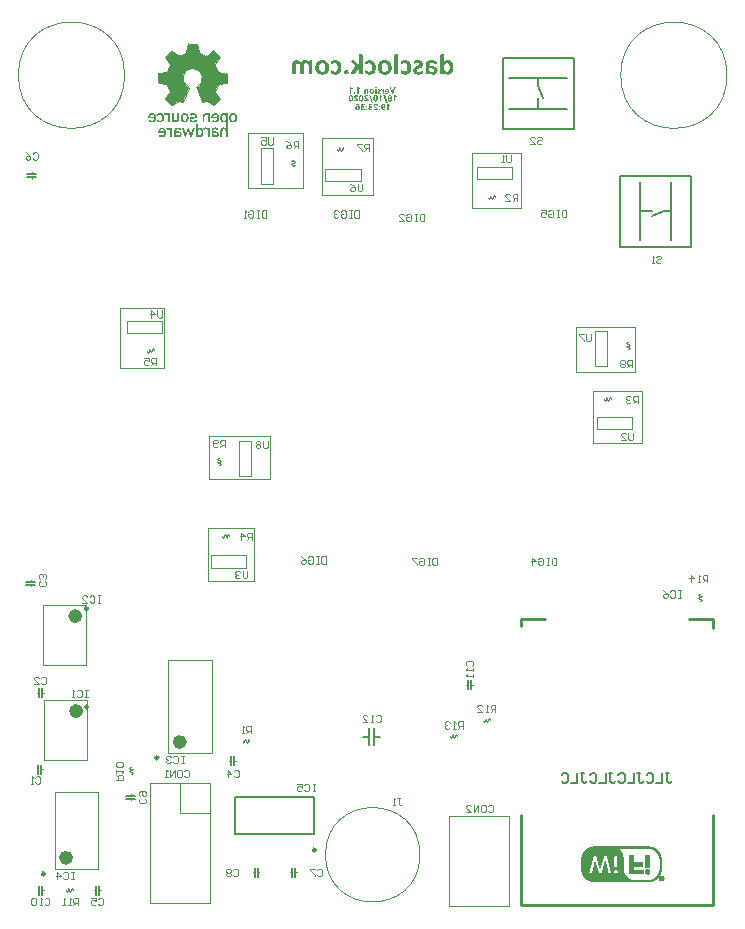
<source format=gbr>
%TF.GenerationSoftware,Altium Limited,Altium Designer,20.1.8 (145)*%
G04 Layer_Color=65535*
%FSLAX44Y44*%
%MOMM*%
%TF.SameCoordinates,136F3CA4-168E-489F-BF15-BD865E51D291*%
%TF.FilePolarity,Positive*%
%TF.FileFunction,Legend,Bot*%
%TF.Part,Single*%
G01*
G75*
%TA.AperFunction,NonConductor*%
%ADD49C,0.2540*%
%ADD83C,0.2500*%
%ADD84C,0.6000*%
%ADD85C,0.1016*%
%ADD86C,0.2032*%
%ADD87C,0.2000*%
%ADD88C,0.1270*%
%ADD89C,0.1524*%
%ADD90C,0.0127*%
%ADD91C,0.1500*%
G36*
X-148538Y281504D02*
X-148449Y281290D01*
X-147113Y274321D01*
X-147120Y274319D01*
X-147031Y274105D01*
X-146888Y274046D01*
X-141052Y271628D01*
X-140909Y271569D01*
X-140694Y271658D01*
X-134822Y275640D01*
X-134826Y275647D01*
X-134612Y275735D01*
X-134325Y275617D01*
Y275617D01*
X-129325Y270574D01*
X-129303Y270595D01*
X-129184Y270308D01*
X-129273Y270094D01*
X-133256Y264221D01*
X-133262Y264226D01*
X-133351Y264011D01*
X-133292Y263868D01*
X-130874Y258032D01*
Y258032D01*
X-130815Y257889D01*
X-130600Y257800D01*
X-123632Y256463D01*
X-123630Y256471D01*
X-123416Y256382D01*
X-123297Y256095D01*
X-123328Y248994D01*
X-123297D01*
X-123416Y248707D01*
X-123630Y248618D01*
X-130599Y247282D01*
X-130600Y247289D01*
X-130815Y247200D01*
X-130874Y247057D01*
X-133292Y241221D01*
X-133351Y241078D01*
X-133262Y240863D01*
X-129280Y234991D01*
X-129273Y234995D01*
X-129184Y234780D01*
X-129303Y234493D01*
X-134346Y229494D01*
X-134325Y229472D01*
Y229472D01*
X-134612Y229353D01*
X-134826Y229442D01*
X-140698Y233425D01*
X-140694Y233431D01*
X-140909Y233520D01*
X-141052Y233461D01*
X-143724Y232354D01*
X-143868Y232294D01*
X-144155Y232413D01*
X-144215Y232558D01*
X-149135Y244608D01*
X-149135Y244608D01*
X-149194Y244749D01*
X-149075Y245036D01*
X-148945Y245090D01*
X-148942Y245084D01*
X-148237Y245376D01*
X-146523Y246692D01*
X-145207Y248406D01*
X-144381Y250402D01*
X-144098Y252544D01*
X-144381Y254687D01*
X-145207Y256683D01*
X-146523Y258397D01*
X-148237Y259713D01*
X-150233Y260539D01*
X-152375Y260821D01*
X-154518Y260539D01*
X-156514Y259713D01*
X-158228Y258397D01*
X-159544Y256683D01*
X-160371Y254687D01*
X-160653Y252544D01*
X-160371Y250402D01*
X-159544Y248406D01*
X-158228Y246692D01*
X-156514Y245376D01*
X-155809Y245084D01*
X-155806Y245090D01*
X-155676Y245036D01*
X-155557Y244749D01*
X-155616Y244608D01*
X-160536Y232558D01*
X-160536D01*
X-160596Y232413D01*
X-160883Y232294D01*
X-161027Y232354D01*
X-163699Y233461D01*
X-163842Y233520D01*
X-164057Y233431D01*
X-169929Y229449D01*
X-169925Y229442D01*
X-170140Y229353D01*
X-170427Y229472D01*
Y229472D01*
X-175426Y234515D01*
X-175448Y234493D01*
X-175567Y234780D01*
X-175478Y234995D01*
X-171495Y240868D01*
X-171489Y240863D01*
X-171400Y241078D01*
X-171459Y241221D01*
X-173877Y247057D01*
Y247057D01*
X-173936Y247200D01*
X-174151Y247289D01*
X-181119Y248626D01*
X-181121Y248618D01*
X-181335Y248707D01*
X-181454Y248994D01*
X-181423Y256095D01*
X-181454D01*
X-181335Y256382D01*
X-181121Y256471D01*
X-174152Y257807D01*
X-174151Y257800D01*
X-173936Y257889D01*
X-173877Y258032D01*
X-171459Y263868D01*
X-171400Y264011D01*
X-171489Y264226D01*
X-175471Y270098D01*
X-175478Y270094D01*
X-175567Y270308D01*
X-175448Y270595D01*
X-170405Y275595D01*
X-170427Y275617D01*
Y275617D01*
X-170140Y275735D01*
X-169925Y275647D01*
X-164053Y271664D01*
X-164057Y271658D01*
X-163842Y271569D01*
X-163699Y271628D01*
X-157863Y274046D01*
X-157720Y274105D01*
X-157631Y274319D01*
X-156294Y281288D01*
X-156302Y281290D01*
X-156213Y281504D01*
X-155926Y281623D01*
X-148825Y281592D01*
Y281623D01*
X-148538Y281504D01*
D02*
G37*
G36*
X-158330Y222999D02*
X-158330Y222999D01*
X-157895Y222912D01*
X-157675Y222765D01*
X-157672Y222770D01*
X-157171Y222435D01*
X-157173Y222432D01*
X-156835Y222207D01*
X-156769Y222109D01*
X-156768Y222109D01*
X-156181Y221230D01*
X-156132Y220985D01*
X-156135Y220984D01*
X-155981Y220210D01*
X-155998Y220209D01*
X-155864Y219190D01*
X-155873Y219120D01*
X-155871Y219120D01*
X-155861Y219046D01*
X-155997Y218011D01*
X-155980Y218010D01*
X-156135Y217230D01*
X-156132Y217229D01*
X-156181Y216984D01*
X-156768Y216104D01*
X-156774Y216109D01*
X-156852Y215993D01*
X-157173Y215778D01*
X-157171Y215776D01*
X-157671Y215442D01*
X-157674Y215447D01*
X-157878Y215310D01*
X-158330Y215221D01*
X-159117Y215064D01*
X-159155Y215072D01*
X-159154Y215073D01*
X-159190Y215066D01*
X-159969Y215221D01*
X-159969Y215221D01*
X-160421Y215310D01*
X-160625Y215447D01*
X-160628Y215441D01*
X-161130Y215776D01*
X-161129Y215778D01*
X-161463Y216002D01*
X-161534Y216107D01*
X-161537Y216104D01*
X-162121Y216978D01*
X-162171Y217229D01*
X-162168Y217230D01*
X-162323Y218010D01*
X-162305Y218011D01*
X-162442Y219045D01*
X-162432Y219120D01*
X-162429Y219119D01*
X-162439Y219191D01*
X-162305Y220209D01*
X-162322Y220210D01*
X-162168Y220983D01*
X-162171Y220985D01*
X-162121Y221235D01*
X-161537Y222109D01*
X-161538Y222111D01*
X-161481Y222197D01*
X-161129Y222432D01*
X-161130Y222434D01*
X-160627Y222771D01*
X-160624Y222765D01*
X-160404Y222912D01*
X-159969Y222999D01*
X-159969Y222999D01*
X-159190Y223154D01*
X-159154Y223146D01*
X-159155Y223148D01*
X-159117Y223155D01*
X-158330Y222999D01*
D02*
G37*
G36*
X-117280D02*
X-117280Y222999D01*
X-116846Y222912D01*
X-116625Y222765D01*
X-116622Y222770D01*
X-116121Y222435D01*
X-116123Y222432D01*
X-115785Y222207D01*
X-115720Y222109D01*
X-115719Y222109D01*
X-115131Y221230D01*
X-115082Y220985D01*
X-115085Y220984D01*
X-114932Y220210D01*
X-114949Y220209D01*
X-114814Y219191D01*
X-114824Y219120D01*
X-114821Y219120D01*
X-114811Y219046D01*
X-114948Y218011D01*
X-114931Y218010D01*
X-115086Y217230D01*
X-115082Y217229D01*
X-115131Y216984D01*
X-115719Y216104D01*
X-115724Y216109D01*
X-115802Y215993D01*
X-116123Y215778D01*
X-116122Y215776D01*
X-116621Y215442D01*
X-116624Y215447D01*
X-116828Y215311D01*
X-117280Y215221D01*
Y215221D01*
X-118067Y215064D01*
X-118105Y215072D01*
X-118104Y215073D01*
X-118140Y215066D01*
X-118919Y215221D01*
Y215221D01*
X-119371Y215310D01*
X-119575Y215447D01*
X-119578Y215441D01*
X-120080Y215776D01*
X-120079Y215778D01*
X-120414Y216002D01*
X-120484Y216107D01*
X-120487Y216104D01*
X-121071Y216978D01*
X-121121Y217229D01*
X-121118Y217230D01*
X-121273Y218010D01*
X-121256Y218011D01*
X-121392Y219045D01*
X-121382Y219120D01*
X-121379Y219119D01*
X-121389Y219191D01*
X-121255Y220209D01*
X-121272Y220210D01*
X-121118Y220983D01*
X-121121Y220985D01*
X-121071Y221235D01*
X-120487Y222109D01*
X-120489Y222111D01*
X-120431Y222197D01*
X-120079Y222432D01*
X-120081Y222434D01*
X-119577Y222771D01*
X-119574Y222765D01*
X-119354Y222912D01*
X-118919Y222999D01*
Y222999D01*
X-118140Y223154D01*
X-118104Y223146D01*
X-118105Y223148D01*
X-118067Y223155D01*
X-117280Y222999D01*
D02*
G37*
G36*
X-179029Y222894D02*
X-179024Y222904D01*
X-178934Y222886D01*
X-177875Y222178D01*
X-177883Y222169D01*
X-177710Y222052D01*
X-177419Y221618D01*
X-177419Y221618D01*
X-177087Y221121D01*
X-177051Y220940D01*
X-177039Y220944D01*
X-176869Y220092D01*
X-176876Y220091D01*
X-176750Y219135D01*
X-176754Y219101D01*
X-176754Y219102D01*
X-176750Y219067D01*
X-176876Y218112D01*
X-176869Y218111D01*
X-177039Y217261D01*
X-177051Y217265D01*
X-177086Y217089D01*
X-177419Y216590D01*
X-177419Y216590D01*
X-177702Y216166D01*
X-177885Y216045D01*
X-177877Y216035D01*
X-178921Y215338D01*
X-179025Y215317D01*
X-179029Y215326D01*
X-180310Y215072D01*
X-180327Y215075D01*
X-180326Y215075D01*
X-180345Y215072D01*
X-181163Y215234D01*
X-181163Y215235D01*
X-181654Y215332D01*
X-181915Y215506D01*
X-181918Y215500D01*
X-182978Y216208D01*
X-183143Y216457D01*
X-181969Y217509D01*
X-181969Y217510D01*
X-181965Y217513D01*
X-181969Y217509D01*
X-181802Y217260D01*
X-181250Y216891D01*
X-181250Y216889D01*
X-181119Y216801D01*
X-180403Y216659D01*
X-180387Y216662D01*
X-180388Y216658D01*
X-180338Y216648D01*
X-179493Y216816D01*
X-179495Y216823D01*
X-179459Y216831D01*
X-178943Y217176D01*
X-178866Y217291D01*
X-178867Y217292D01*
X-178547Y217770D01*
X-178491Y218048D01*
X-178488Y218047D01*
X-178291Y219039D01*
X-178304Y219102D01*
X-178303Y219100D01*
X-178290Y219165D01*
X-178488Y220161D01*
X-178492Y220160D01*
X-178548Y220442D01*
X-178867Y220919D01*
X-178866Y220920D01*
X-178945Y221038D01*
X-179461Y221383D01*
X-179495Y221390D01*
X-179493Y221397D01*
X-180339Y221566D01*
X-180388Y221556D01*
X-180387Y221552D01*
X-180401Y221555D01*
X-181120Y221412D01*
X-181247Y221327D01*
X-181246Y221326D01*
X-181814Y220947D01*
X-181971Y220712D01*
X-183117Y221734D01*
X-183144Y221758D01*
X-182976Y222008D01*
X-181917Y222716D01*
X-181914Y222710D01*
X-181644Y222890D01*
X-181163Y222986D01*
Y222986D01*
X-180345Y223149D01*
X-180326Y223145D01*
X-180327Y223146D01*
X-180310Y223149D01*
X-179029Y222894D01*
D02*
G37*
G36*
X-140334Y222920D02*
X-140289Y222889D01*
X-140294Y222876D01*
X-139598Y222411D01*
X-139433Y222164D01*
X-139409Y222161D01*
Y222989D01*
X-137849D01*
Y215232D01*
X-139409D01*
Y219851D01*
X-139375Y219851D01*
X-139368Y219885D01*
X-139501Y220556D01*
X-139516Y220551D01*
X-139766Y221156D01*
X-139766D01*
X-139773Y221173D01*
X-140342Y221409D01*
X-140333Y221432D01*
X-140934Y221551D01*
X-140955Y221547D01*
X-140954Y221546D01*
X-140973Y221550D01*
X-141563Y221432D01*
X-141553Y221408D01*
X-142118Y221175D01*
X-142125Y221156D01*
X-142124Y221156D01*
X-142375Y220551D01*
X-142390Y220556D01*
X-142523Y219885D01*
X-142516Y219851D01*
X-142482Y215232D01*
X-144042D01*
Y220389D01*
X-144107Y220389D01*
X-144110Y220406D01*
X-143990Y221008D01*
X-143990Y221008D01*
X-143879Y221566D01*
X-143878Y221567D01*
X-143870Y221564D01*
X-143397Y222272D01*
X-143207Y222399D01*
X-143213Y222406D01*
X-142388Y222958D01*
X-142367Y222962D01*
X-142360Y222945D01*
X-141457Y223125D01*
X-141457Y223123D01*
X-141407Y223133D01*
X-140334Y222920D01*
D02*
G37*
G36*
X-174217Y222920D02*
X-174172Y222889D01*
X-174177Y222876D01*
X-173481Y222411D01*
X-173316Y222164D01*
X-173292Y222161D01*
Y222989D01*
X-171732D01*
Y215232D01*
X-173292D01*
Y219894D01*
X-173260Y219893D01*
X-173250Y219941D01*
X-173389Y220637D01*
X-173407Y220631D01*
X-173615Y221131D01*
X-173724Y221176D01*
X-173752Y221142D01*
X-174177Y221426D01*
X-174801Y221550D01*
X-174802Y221550D01*
X-174802Y221639D01*
X-175322Y221423D01*
X-175332Y221450D01*
X-175387Y221439D01*
X-175837Y221139D01*
X-176961Y222480D01*
X-176967Y222488D01*
X-176276Y222950D01*
X-176186Y222967D01*
X-176182Y222958D01*
X-175340Y223125D01*
X-175340Y223125D01*
X-175340Y223123D01*
X-175290Y223133D01*
X-174217Y222920D01*
D02*
G37*
G36*
X-133292Y223137D02*
X-133293Y223136D01*
X-132167Y222912D01*
X-132158Y222933D01*
X-132155Y222932D01*
X-131110Y222234D01*
X-131119Y222223D01*
X-130958Y222116D01*
X-130675Y221693D01*
X-130674Y221693D01*
X-130384Y221258D01*
X-130333Y221003D01*
X-130322Y221006D01*
X-130147Y220127D01*
X-130158Y220126D01*
X-130026Y219120D01*
X-130031Y219080D01*
X-130032Y219080D01*
X-130026Y219034D01*
X-130164Y217985D01*
X-130154Y217984D01*
X-130334Y217079D01*
X-130350Y217085D01*
X-130385Y216909D01*
X-130724Y216402D01*
X-130724D01*
X-130917Y216114D01*
X-131214Y215915D01*
X-131214Y215914D01*
X-132051Y215354D01*
X-132340Y215297D01*
X-132344Y215306D01*
X-133529Y215070D01*
X-133529Y215065D01*
X-133541Y215063D01*
X-135061Y215365D01*
X-135055Y215380D01*
X-135092Y215388D01*
X-135723Y215810D01*
X-135724Y215809D01*
X-136176Y216111D01*
X-136352Y216374D01*
X-135204Y217355D01*
X-135233Y217327D01*
X-135204Y217282D01*
X-134423Y216761D01*
X-134423Y216761D01*
X-134384Y216735D01*
X-133514Y216562D01*
X-133500Y216564D01*
X-133501Y216569D01*
X-133474Y216563D01*
X-132759Y216705D01*
X-132759Y216707D01*
X-132675Y216724D01*
X-132159Y217068D01*
X-132105Y217011D01*
X-132050Y217034D01*
X-131781Y217682D01*
X-131764Y217676D01*
X-131605Y218473D01*
X-131615Y218521D01*
X-136484Y218521D01*
Y219804D01*
X-136544Y219804D01*
X-136556Y219861D01*
X-136295Y221172D01*
X-136290Y221171D01*
X-136283Y221207D01*
X-135655Y222147D01*
X-135550Y222218D01*
X-135559Y222227D01*
X-134542Y222906D01*
X-134512Y222912D01*
X-134508Y222905D01*
X-133316Y223142D01*
X-133292Y223137D01*
D02*
G37*
G36*
X-186773D02*
X-186774Y223136D01*
X-185648Y222912D01*
X-185639Y222933D01*
X-185635Y222932D01*
X-184591Y222234D01*
X-184600Y222224D01*
X-184439Y222116D01*
X-184156Y221693D01*
X-184156Y221693D01*
X-183865Y221258D01*
X-183814Y221003D01*
X-183803Y221006D01*
X-183628Y220127D01*
X-183639Y220126D01*
X-183507Y219121D01*
X-183512Y219080D01*
X-183513Y219080D01*
X-183507Y219034D01*
X-183645Y217985D01*
X-183635Y217984D01*
X-183815Y217079D01*
X-183831Y217085D01*
X-183866Y216909D01*
X-184205Y216402D01*
X-184398Y216114D01*
X-184695Y215915D01*
X-184695Y215914D01*
X-185532Y215354D01*
X-185821Y215297D01*
X-185825Y215306D01*
X-187010Y215070D01*
X-187010Y215065D01*
X-187022Y215063D01*
X-188542Y215365D01*
X-188536Y215380D01*
X-188573Y215388D01*
X-189204Y215810D01*
X-189205Y215809D01*
X-189657Y216111D01*
X-189833Y216374D01*
X-188685Y217355D01*
X-188714Y217327D01*
X-188685Y217282D01*
X-187904Y216761D01*
X-187904Y216761D01*
X-187865Y216735D01*
X-186995Y216562D01*
X-186981Y216564D01*
X-186982Y216569D01*
X-186955Y216563D01*
X-186240Y216705D01*
X-186240Y216707D01*
X-186155Y216724D01*
X-185640Y217068D01*
X-185586Y217011D01*
X-185531Y217034D01*
X-185262Y217682D01*
X-185245Y217676D01*
X-185086Y218473D01*
X-185096Y218521D01*
X-189965Y218521D01*
Y219804D01*
X-190025Y219804D01*
X-190036Y219861D01*
X-189776Y221172D01*
X-189771Y221171D01*
X-189764Y221207D01*
X-189136Y222147D01*
X-189031Y222218D01*
X-189040Y222227D01*
X-188023Y222906D01*
X-187993Y222912D01*
X-187989Y222905D01*
X-186797Y223142D01*
X-186773Y223137D01*
D02*
G37*
G36*
X-151761Y223186D02*
X-151762Y223149D01*
X-151721Y223157D01*
X-150626Y222939D01*
X-150626Y222937D01*
X-150291Y222871D01*
X-149698Y222474D01*
X-149699Y222474D01*
X-149434Y222297D01*
X-149057Y221733D01*
X-149044Y221738D01*
X-149012Y221690D01*
X-148823Y220738D01*
X-148833Y220687D01*
X-148833Y220687D01*
X-148833Y220686D01*
X-148833Y220687D01*
X-148825Y220646D01*
X-148996Y219783D01*
X-149000Y219784D01*
X-149004Y219767D01*
X-149397Y219179D01*
X-149495Y219113D01*
X-149491Y219108D01*
X-150163Y218659D01*
X-150209Y218650D01*
X-150207Y218644D01*
X-151103Y218466D01*
X-152479Y218363D01*
X-152480Y218377D01*
X-152898Y218294D01*
X-152896Y218288D01*
X-153212Y218158D01*
X-153206Y218150D01*
X-153281Y218119D01*
X-153370Y217904D01*
X-153370Y217904D01*
X-153489Y217615D01*
X-153483Y217601D01*
X-153491Y217604D01*
X-153499Y217584D01*
X-153326Y217166D01*
X-153329Y217163D01*
X-153242Y216953D01*
X-152998Y216852D01*
X-152997Y216852D01*
X-152813Y216729D01*
X-152504Y216668D01*
X-152504Y216668D01*
X-151922Y216552D01*
X-151897Y216557D01*
X-151898Y216544D01*
X-151866Y216537D01*
X-150550Y216799D01*
X-150547Y216792D01*
X-149405Y217555D01*
X-148362Y216523D01*
X-148308Y216467D01*
X-149911Y215396D01*
X-149916Y215395D01*
X-149923Y215410D01*
X-151744Y215048D01*
X-151777Y215054D01*
X-151775Y215058D01*
X-151818Y215050D01*
X-153020Y215289D01*
X-153020Y215290D01*
X-153487Y215383D01*
X-154055Y215763D01*
X-154055Y215762D01*
X-154431Y216014D01*
X-154763Y216510D01*
X-154768Y216507D01*
X-154866Y216653D01*
X-155031Y217485D01*
X-155023Y217528D01*
X-155038Y217527D01*
X-155042Y217550D01*
X-154876Y218387D01*
X-154875D01*
X-154841Y218562D01*
X-154473Y219112D01*
X-154473Y219111D01*
X-154367Y219269D01*
X-153792Y219653D01*
X-153787Y219654D01*
X-153793Y219667D01*
X-153774Y219680D01*
X-153300Y219774D01*
X-153301Y219774D01*
X-152743Y219885D01*
X-151457Y219941D01*
X-151455Y219919D01*
X-150956Y220018D01*
X-150957Y220022D01*
X-150614Y220164D01*
X-150606Y220158D01*
X-150593Y220163D01*
X-150484Y220427D01*
X-150485Y220427D01*
X-150383Y220672D01*
X-150369Y220671D01*
X-150359Y220693D01*
X-150634Y221357D01*
X-150690Y221380D01*
X-150694Y221378D01*
X-151126Y221557D01*
X-151129Y221543D01*
X-151713Y221660D01*
X-151762Y221650D01*
X-151761Y221656D01*
X-151811Y221666D01*
X-152899Y221450D01*
X-152921Y221500D01*
X-152924Y221499D01*
X-153838Y220888D01*
X-154803Y222024D01*
X-154819Y222045D01*
X-153629Y222840D01*
X-153529Y222860D01*
X-153524Y222847D01*
X-152705Y223010D01*
X-152705Y223011D01*
X-151794Y223193D01*
X-151761Y223186D01*
D02*
G37*
G36*
X-126294Y223131D02*
X-126295Y223125D01*
X-126266Y223130D01*
X-125237Y222926D01*
X-125182Y222889D01*
X-125183Y222884D01*
X-124372Y222342D01*
X-124271Y222191D01*
X-124289Y222989D01*
X-122729D01*
Y202886D01*
X-124290D01*
Y207505D01*
X-124256Y207505D01*
X-124249Y207539D01*
X-124382Y208210D01*
X-124396Y208205D01*
X-124647Y208811D01*
X-124647D01*
X-124653Y208827D01*
X-125223Y209063D01*
X-125214Y209086D01*
X-125815Y209205D01*
X-125836Y209201D01*
X-125835Y209200D01*
X-125853Y209204D01*
X-126443Y209087D01*
X-126434Y209063D01*
X-126998Y208829D01*
X-127006Y208811D01*
X-127005Y208811D01*
X-127256Y208205D01*
X-127270Y208210D01*
X-127404Y207539D01*
X-127397Y207505D01*
X-127363Y202886D01*
X-128923D01*
Y208043D01*
X-128987Y208043D01*
X-128991Y208060D01*
X-128871Y208662D01*
X-128871Y208662D01*
X-128760Y209220D01*
X-128759Y209221D01*
X-128751Y209218D01*
X-128278Y209926D01*
X-128088Y210053D01*
X-128094Y210061D01*
X-127269Y210612D01*
X-127248Y210616D01*
X-127241Y210599D01*
X-126337Y210779D01*
X-126338Y210777D01*
X-126288Y210787D01*
X-125215Y210574D01*
X-125169Y210543D01*
X-125175Y210530D01*
X-124478Y210065D01*
X-124313Y209818D01*
X-124290Y209815D01*
X-124289Y215972D01*
X-125195Y215367D01*
X-125197Y215370D01*
X-125333Y215279D01*
X-126256Y215096D01*
X-126295Y215103D01*
X-126294Y215088D01*
X-126315Y215084D01*
X-126956Y215211D01*
X-126956Y215212D01*
X-127335Y215287D01*
X-127524Y215413D01*
X-127525Y215410D01*
X-128182Y215849D01*
X-128375Y216139D01*
X-128375Y216140D01*
X-128716Y216650D01*
X-128808Y217115D01*
X-128809Y217115D01*
X-128963Y217888D01*
X-128917Y217890D01*
X-129027Y219006D01*
X-129018Y219102D01*
X-129019Y219101D01*
X-129028Y219199D01*
X-128918Y220320D01*
X-128963Y220322D01*
X-128809Y221096D01*
X-128808Y221096D01*
X-128715Y221563D01*
X-128374Y222074D01*
X-128377Y222076D01*
X-128189Y222357D01*
X-127524Y222802D01*
X-127523Y222799D01*
X-127317Y222936D01*
X-126956Y223008D01*
X-126956Y223008D01*
X-126315Y223136D01*
X-126294Y223131D01*
D02*
G37*
G36*
X-163767Y217832D02*
X-163702Y217832D01*
X-163698Y217814D01*
X-163818Y217210D01*
X-163819Y217210D01*
X-163930Y216649D01*
X-163939Y216653D01*
X-163939Y216651D01*
X-164410Y215946D01*
X-164601Y215819D01*
X-164595Y215812D01*
X-165406Y215270D01*
X-165445Y215262D01*
X-165452Y215276D01*
X-166367Y215094D01*
X-166366Y215098D01*
X-166415Y215089D01*
X-167477Y215300D01*
X-167523Y215331D01*
X-167518Y215343D01*
X-168211Y215806D01*
X-168373Y216049D01*
X-168400Y216053D01*
Y215232D01*
X-169960D01*
Y222989D01*
X-168400D01*
Y218363D01*
X-168435Y218363D01*
X-168442Y218327D01*
X-168308Y217653D01*
X-168293Y217658D01*
X-168043Y217053D01*
X-168045Y217052D01*
X-168041Y217040D01*
X-167472Y216804D01*
X-167481Y216781D01*
X-166891Y216664D01*
X-166872Y216667D01*
X-166873Y216667D01*
X-166852Y216663D01*
X-166252Y216782D01*
X-166260Y216804D01*
X-165686Y217042D01*
X-165683Y217052D01*
X-165685Y217053D01*
X-165434Y217658D01*
X-165420Y217653D01*
X-165286Y218327D01*
X-165293Y218363D01*
X-165327Y222989D01*
X-163767D01*
Y217832D01*
D02*
G37*
G36*
X-140602Y210574D02*
X-140557Y210543D01*
X-140562Y210530D01*
X-139866Y210065D01*
X-139701Y209818D01*
X-139677Y209815D01*
Y210643D01*
X-138117D01*
Y202886D01*
X-139677D01*
Y207548D01*
X-139645Y207547D01*
X-139636Y207595D01*
X-139774Y208292D01*
X-139793Y208285D01*
X-140000Y208785D01*
X-140109Y208830D01*
X-140138Y208796D01*
X-140562Y209080D01*
X-141186Y209204D01*
X-141187Y209204D01*
X-141187Y209293D01*
X-141707Y209077D01*
X-141717Y209104D01*
X-141772Y209094D01*
X-142223Y208793D01*
X-143346Y210134D01*
X-143352Y210142D01*
X-142661Y210604D01*
X-142571Y210622D01*
X-142568Y210612D01*
X-141726Y210779D01*
X-141725Y210779D01*
X-141726Y210777D01*
X-141676Y210787D01*
X-140602Y210574D01*
D02*
G37*
G36*
X-172240D02*
X-172195Y210543D01*
X-172200Y210530D01*
X-171504Y210065D01*
X-171339Y209818D01*
X-171315Y209815D01*
Y210643D01*
X-169755D01*
Y202886D01*
X-171315D01*
Y207548D01*
X-171283Y207547D01*
X-171274Y207595D01*
X-171412Y208292D01*
X-171431Y208285D01*
X-171638Y208785D01*
X-171747Y208831D01*
X-171776Y208796D01*
X-172201Y209080D01*
X-172824Y209204D01*
X-172825Y209204D01*
X-172825Y209293D01*
X-173345Y209077D01*
X-173356Y209104D01*
X-173410Y209094D01*
X-173861Y208793D01*
X-174984Y210134D01*
X-174990Y210142D01*
X-174299Y210604D01*
X-174209Y210622D01*
X-174206Y210612D01*
X-173364Y210779D01*
X-173363Y210779D01*
X-173364Y210777D01*
X-173314Y210787D01*
X-172240Y210574D01*
D02*
G37*
G36*
X-178282Y210791D02*
X-178282Y210790D01*
X-177157Y210566D01*
X-177147Y210587D01*
X-177144Y210586D01*
X-176099Y209888D01*
X-176109Y209878D01*
X-175947Y209770D01*
X-175665Y209347D01*
X-175664Y209347D01*
X-175374Y208912D01*
X-175323Y208657D01*
X-175311Y208661D01*
X-175137Y207781D01*
X-175148Y207780D01*
X-175016Y206775D01*
X-175021Y206734D01*
X-175022Y206735D01*
X-175016Y206688D01*
X-175154Y205639D01*
X-175144Y205638D01*
X-175324Y204733D01*
X-175340Y204739D01*
X-175375Y204563D01*
X-175713Y204056D01*
X-175906Y203768D01*
X-176204Y203569D01*
X-176203Y203568D01*
X-177041Y203009D01*
X-177330Y202951D01*
X-177333Y202960D01*
X-178519Y202725D01*
X-178519Y202720D01*
X-178531Y202717D01*
X-180051Y203020D01*
X-180045Y203034D01*
X-180081Y203042D01*
X-180713Y203464D01*
X-180714Y203463D01*
X-181166Y203765D01*
X-181342Y204029D01*
X-180194Y205009D01*
X-180223Y204981D01*
X-180193Y204936D01*
X-179413Y204415D01*
X-179413Y204415D01*
X-179374Y204389D01*
X-178504Y204216D01*
X-178490Y204219D01*
X-178491Y204223D01*
X-178463Y204217D01*
X-177748Y204359D01*
X-177749Y204361D01*
X-177664Y204378D01*
X-177149Y204722D01*
X-177095Y204665D01*
X-177040Y204688D01*
X-176771Y205336D01*
X-176754Y205330D01*
X-176595Y206127D01*
X-176605Y206175D01*
X-181474Y206175D01*
Y207459D01*
X-181534Y207458D01*
X-181545Y207515D01*
X-181284Y208826D01*
X-181280Y208825D01*
X-181273Y208862D01*
X-180645Y209802D01*
X-180539Y209872D01*
X-180549Y209881D01*
X-179532Y210560D01*
X-179502Y210567D01*
X-179498Y210559D01*
X-178306Y210796D01*
X-178282Y210791D01*
D02*
G37*
G36*
X-133170Y210806D02*
X-133173Y210787D01*
X-133081Y210806D01*
X-132383Y210667D01*
X-132383Y210667D01*
X-131731Y210537D01*
X-131677Y210501D01*
X-131680Y210494D01*
X-130853Y209941D01*
X-130623Y209598D01*
X-131815Y208660D01*
X-131814Y208659D01*
X-131820Y208656D01*
X-131815Y208660D01*
X-131944Y208972D01*
X-132351Y209141D01*
X-132346Y209156D01*
X-132753Y209237D01*
X-132753Y209240D01*
X-133227Y209335D01*
X-133247Y209330D01*
X-133246Y209306D01*
X-133348Y209326D01*
X-133928Y209211D01*
X-133933Y209243D01*
X-134422Y209041D01*
X-134419Y209035D01*
X-134600Y208960D01*
X-134704Y208709D01*
X-134703Y208709D01*
X-134878Y208288D01*
X-134864Y208256D01*
X-134796Y207437D01*
X-132695D01*
X-132695Y207495D01*
X-132674Y207500D01*
X-131622Y207290D01*
X-131625Y207281D01*
X-131519Y207260D01*
X-130872Y206828D01*
X-130845Y206786D01*
X-130842Y206789D01*
X-130383Y206102D01*
X-130371Y206040D01*
X-130371Y206040D01*
X-130196Y205162D01*
X-130202Y205134D01*
X-130205Y205135D01*
X-130199Y205104D01*
X-130382Y204187D01*
X-130382Y204186D01*
X-130391Y204189D01*
X-130853Y203499D01*
X-130947Y203435D01*
X-130936Y203426D01*
X-131625Y202965D01*
X-131770Y202936D01*
X-131767Y202926D01*
X-132902Y202700D01*
X-132902Y202689D01*
X-132935Y202683D01*
X-133581Y202812D01*
X-133581Y202813D01*
X-134131Y202923D01*
X-134115Y202961D01*
X-134615Y203168D01*
X-134769Y203540D01*
X-134796Y203542D01*
Y202857D01*
X-136306D01*
Y208169D01*
X-136377Y208169D01*
X-136246Y208824D01*
X-136246Y208824D01*
X-136135Y209382D01*
X-136126Y209395D01*
X-136115Y209390D01*
X-136115Y209391D01*
X-135710Y209998D01*
X-135446Y210174D01*
X-135446Y210174D01*
X-134969Y210492D01*
X-134447Y210596D01*
X-134447Y210597D01*
X-133284Y210828D01*
X-133170Y210806D01*
D02*
G37*
G36*
X-164784D02*
X-164787Y210787D01*
X-164694Y210806D01*
X-163997Y210667D01*
X-163997Y210667D01*
X-163345Y210537D01*
X-163291Y210501D01*
X-163294Y210494D01*
X-162467Y209941D01*
X-162237Y209598D01*
X-163428Y208661D01*
X-163428Y208659D01*
X-163434Y208656D01*
X-163428Y208661D01*
X-163558Y208972D01*
X-163965Y209141D01*
X-163960Y209156D01*
X-164367Y209237D01*
X-164367Y209240D01*
X-164841Y209335D01*
X-164862Y209330D01*
X-164860Y209306D01*
X-164962Y209326D01*
X-165542Y209211D01*
X-165548Y209243D01*
X-166036Y209041D01*
X-166033Y209035D01*
X-166215Y208960D01*
X-166318Y208709D01*
X-166317Y208709D01*
X-166492Y208288D01*
X-166478Y208256D01*
X-166410Y207437D01*
X-164309D01*
X-164309Y207495D01*
X-164288Y207500D01*
X-163236Y207290D01*
X-163239Y207281D01*
X-163133Y207260D01*
X-162486Y206828D01*
X-162459Y206786D01*
X-162456Y206789D01*
X-161997Y206102D01*
X-161985Y206040D01*
X-161985Y206040D01*
X-161810Y205162D01*
X-161816Y205134D01*
X-161819Y205135D01*
X-161813Y205104D01*
X-161996Y204187D01*
X-161996Y204186D01*
X-162005Y204189D01*
X-162467Y203499D01*
X-162561Y203435D01*
X-162550Y203426D01*
X-163239Y202965D01*
X-163384Y202936D01*
X-163381Y202926D01*
X-164516Y202700D01*
X-164516Y202689D01*
X-164549Y202683D01*
X-165195Y202812D01*
X-165195Y202813D01*
X-165745Y202922D01*
X-165729Y202961D01*
X-166229Y203168D01*
X-166383Y203540D01*
X-166410Y203542D01*
Y202857D01*
X-167920D01*
Y208169D01*
X-167990Y208169D01*
X-167860Y208824D01*
X-167860D01*
X-167749Y209382D01*
X-167740Y209395D01*
X-167729Y209390D01*
X-167729Y209391D01*
X-167324Y209998D01*
X-167060Y210174D01*
X-167060Y210174D01*
X-166583Y210492D01*
X-166061Y210596D01*
X-166061Y210597D01*
X-164898Y210828D01*
X-164784Y210806D01*
D02*
G37*
G36*
X-153057Y202886D02*
X-154434D01*
X-156055Y208312D01*
X-156084D01*
X-157709Y202886D01*
X-159082D01*
X-161564Y210643D01*
X-159910D01*
X-158426Y205210D01*
X-158393D01*
X-156640Y210643D01*
X-155503D01*
X-153745Y205210D01*
X-153717D01*
X-152228Y210643D01*
X-150579D01*
X-153057Y202886D01*
D02*
G37*
G36*
X-148079Y209889D02*
X-148123Y209860D01*
X-148079Y209815D01*
Y209889D01*
X-147169Y210497D01*
X-147166Y210492D01*
X-147005Y210600D01*
X-146107Y210778D01*
X-146074Y210772D01*
X-146075Y210786D01*
X-146053Y210791D01*
X-145407Y210662D01*
X-145407Y210662D01*
X-145040Y210589D01*
X-144837Y210453D01*
X-144835Y210456D01*
X-144194Y210027D01*
X-143994Y209728D01*
X-143993Y209729D01*
X-143649Y209214D01*
X-143557Y208750D01*
X-143555Y208750D01*
X-143403Y207981D01*
X-143449Y207979D01*
X-143339Y206869D01*
X-143349Y206773D01*
X-143346Y206774D01*
X-143337Y206677D01*
X-143447Y205553D01*
X-143400Y205551D01*
X-143555Y204772D01*
X-143557Y204772D01*
X-143649Y204306D01*
X-143993Y203793D01*
X-143995Y203795D01*
X-144200Y203488D01*
X-144835Y203064D01*
X-144836Y203067D01*
X-145022Y202942D01*
X-145407Y202866D01*
X-145407Y202866D01*
X-146053Y202737D01*
X-146075Y202742D01*
X-146074Y202750D01*
X-146102Y202744D01*
X-147136Y202950D01*
X-147186Y202983D01*
X-147184Y202988D01*
X-148007Y203538D01*
X-148099Y203675D01*
X-148079Y202886D01*
X-149639D01*
Y213774D01*
X-148079D01*
Y209889D01*
D02*
G37*
G36*
X2782Y245026D02*
X2885Y245007D01*
X2960Y244979D01*
X3036Y244951D01*
X3092Y244923D01*
X3129Y244895D01*
X3158Y244876D01*
X3167Y244867D01*
X3233Y244801D01*
X3280Y244725D01*
X3308Y244660D01*
X3327Y244585D01*
X3346Y244528D01*
X3355Y244481D01*
Y244444D01*
Y244434D01*
X3346Y244340D01*
X3327Y244256D01*
X3299Y244181D01*
X3261Y244115D01*
X3223Y244068D01*
X3195Y244021D01*
X3176Y244002D01*
X3167Y243993D01*
X3092Y243936D01*
X3007Y243899D01*
X2932Y243861D01*
X2848Y243842D01*
X2782Y243833D01*
X2725Y243823D01*
X2678D01*
X2575Y243833D01*
X2472Y243852D01*
X2387Y243880D01*
X2321Y243908D01*
X2265Y243936D01*
X2227Y243964D01*
X2199Y243983D01*
X2190Y243993D01*
X2124Y244058D01*
X2077Y244133D01*
X2049Y244209D01*
X2021Y244274D01*
X2011Y244340D01*
X2002Y244387D01*
Y244425D01*
Y244434D01*
X2011Y244528D01*
X2030Y244613D01*
X2058Y244688D01*
X2096Y244754D01*
X2133Y244801D01*
X2162Y244838D01*
X2180Y244857D01*
X2190Y244867D01*
X2265Y244923D01*
X2350Y244960D01*
X2425Y244998D01*
X2500Y245017D01*
X2575Y245026D01*
X2631Y245036D01*
X2678D01*
X2782Y245026D01*
D02*
G37*
G36*
X-11917Y244688D02*
X-11795Y244613D01*
X-11672Y244538D01*
X-11578Y244481D01*
X-11494Y244444D01*
X-11447Y244415D01*
X-11437Y244406D01*
X-11428D01*
X-11127Y244265D01*
X-10977Y244209D01*
X-10845Y244162D01*
X-10733Y244124D01*
X-10648Y244096D01*
X-10591Y244077D01*
X-10582Y244068D01*
X-10573D01*
Y243071D01*
X-10685Y243090D01*
X-10789Y243109D01*
X-10826Y243118D01*
X-10855D01*
X-10874Y243128D01*
X-10883D01*
X-10996Y243165D01*
X-11099Y243194D01*
X-11137Y243213D01*
X-11165Y243222D01*
X-11184Y243231D01*
X-11193D01*
X-11296Y243278D01*
X-11390Y243325D01*
X-11428Y243344D01*
X-11456Y243363D01*
X-11466Y243372D01*
X-11475D01*
X-11569Y243429D01*
X-11635Y243485D01*
X-11682Y243523D01*
X-11701Y243541D01*
Y239406D01*
X-12875D01*
Y244867D01*
X-12170D01*
X-11917Y244688D01*
D02*
G37*
G36*
X-18373D02*
X-18251Y244613D01*
X-18129Y244538D01*
X-18035Y244481D01*
X-17950Y244444D01*
X-17903Y244415D01*
X-17894Y244406D01*
X-17884D01*
X-17584Y244265D01*
X-17433Y244209D01*
X-17302Y244162D01*
X-17189Y244124D01*
X-17104Y244096D01*
X-17048Y244077D01*
X-17039Y244068D01*
X-17029D01*
Y243071D01*
X-17142Y243090D01*
X-17245Y243109D01*
X-17283Y243118D01*
X-17311D01*
X-17330Y243128D01*
X-17339D01*
X-17452Y243165D01*
X-17556Y243194D01*
X-17593Y243213D01*
X-17621Y243222D01*
X-17640Y243231D01*
X-17649D01*
X-17753Y243278D01*
X-17847Y243325D01*
X-17884Y243344D01*
X-17913Y243363D01*
X-17922Y243372D01*
X-17931D01*
X-18025Y243429D01*
X-18091Y243485D01*
X-18138Y243523D01*
X-18157Y243541D01*
Y239406D01*
X-19332D01*
Y244867D01*
X-18627D01*
X-18373Y244688D01*
D02*
G37*
G36*
X17527Y239406D02*
X16165D01*
X14323Y244744D01*
X15582D01*
X16691Y241042D01*
X16719Y240929D01*
X16747Y240825D01*
X16766Y240741D01*
X16775Y240656D01*
X16794Y240590D01*
Y240543D01*
X16804Y240506D01*
Y240496D01*
X16832D01*
X16851Y240675D01*
X16869Y240760D01*
X16888Y240844D01*
X16907Y240919D01*
X16916Y240976D01*
X16935Y241013D01*
Y241023D01*
X18054Y244744D01*
X19351D01*
X17527Y239406D01*
D02*
G37*
G36*
X12264Y243297D02*
X12405Y243278D01*
X12537Y243260D01*
X12668Y243222D01*
X12903Y243128D01*
X13007Y243081D01*
X13101Y243034D01*
X13185Y242978D01*
X13261Y242931D01*
X13326Y242883D01*
X13373Y242836D01*
X13420Y242799D01*
X13448Y242780D01*
X13467Y242761D01*
X13477Y242752D01*
X13571Y242649D01*
X13655Y242526D01*
X13730Y242404D01*
X13787Y242282D01*
X13843Y242160D01*
X13890Y242028D01*
X13956Y241793D01*
X13975Y241681D01*
X13994Y241577D01*
X14003Y241483D01*
X14012Y241408D01*
X14022Y241342D01*
Y241286D01*
Y241258D01*
Y241248D01*
X14012Y241079D01*
X14003Y240929D01*
X13975Y240778D01*
X13947Y240647D01*
X13900Y240515D01*
X13862Y240403D01*
X13815Y240290D01*
X13768Y240196D01*
X13721Y240111D01*
X13674Y240036D01*
X13627Y239980D01*
X13590Y239923D01*
X13561Y239886D01*
X13533Y239857D01*
X13524Y239839D01*
X13514Y239829D01*
X13411Y239745D01*
X13308Y239660D01*
X13185Y239594D01*
X13073Y239538D01*
X12828Y239444D01*
X12603Y239387D01*
X12490Y239369D01*
X12396Y239350D01*
X12302Y239340D01*
X12227Y239331D01*
X12161Y239322D01*
X12076D01*
X11776Y239331D01*
X11503Y239369D01*
X11268Y239406D01*
X11165Y239435D01*
X11071Y239463D01*
X10986Y239482D01*
X10911Y239510D01*
X10855Y239529D01*
X10798Y239557D01*
X10761Y239566D01*
X10733Y239585D01*
X10714Y239594D01*
X10704D01*
Y240440D01*
X10883Y240337D01*
X11071Y240271D01*
X11259Y240215D01*
X11428Y240177D01*
X11578Y240158D01*
X11644Y240149D01*
X11701D01*
X11738Y240139D01*
X11804D01*
X11982Y240149D01*
X12133Y240177D01*
X12274Y240215D01*
X12387Y240271D01*
X12490Y240337D01*
X12574Y240403D01*
X12650Y240478D01*
X12706Y240562D01*
X12753Y240637D01*
X12781Y240713D01*
X12809Y240778D01*
X12828Y240844D01*
X12847Y240901D01*
X12857Y240938D01*
Y240966D01*
Y240976D01*
X10366D01*
Y241474D01*
X10375Y241624D01*
X10385Y241775D01*
X10441Y242038D01*
X10469Y242160D01*
X10507Y242273D01*
X10554Y242367D01*
X10591Y242461D01*
X10639Y242536D01*
X10676Y242611D01*
X10723Y242667D01*
X10751Y242724D01*
X10780Y242761D01*
X10808Y242790D01*
X10817Y242799D01*
X10826Y242808D01*
X10911Y242893D01*
X11014Y242978D01*
X11108Y243043D01*
X11221Y243100D01*
X11428Y243184D01*
X11635Y243241D01*
X11823Y243278D01*
X11907Y243288D01*
X11973Y243297D01*
X12029Y243306D01*
X12114D01*
X12264Y243297D01*
D02*
G37*
G36*
X7603Y243278D02*
X7725Y243250D01*
X7829Y243213D01*
X7932Y243165D01*
X8026Y243109D01*
X8110Y243043D01*
X8242Y242902D01*
X8345Y242752D01*
X8421Y242630D01*
X8449Y242583D01*
X8468Y242545D01*
X8477Y242517D01*
Y242508D01*
X8486D01*
Y243222D01*
X9671D01*
Y239406D01*
X8486D01*
Y241220D01*
X8477Y241389D01*
X8449Y241549D01*
X8421Y241681D01*
X8374Y241793D01*
X8336Y241878D01*
X8308Y241944D01*
X8280Y241981D01*
X8270Y241991D01*
X8186Y242085D01*
X8082Y242150D01*
X7988Y242207D01*
X7894Y242235D01*
X7810Y242254D01*
X7744Y242273D01*
X7575D01*
X7481Y242254D01*
X7396Y242235D01*
X7321Y242216D01*
X7265Y242197D01*
X7218Y242179D01*
X7189Y242169D01*
X7180Y242160D01*
Y243241D01*
X7265Y243269D01*
X7368Y243278D01*
X7406Y243288D01*
X7471D01*
X7603Y243278D01*
D02*
G37*
G36*
X3280Y239406D02*
X2096D01*
Y243222D01*
X3280D01*
Y239406D01*
D02*
G37*
G36*
X-5827Y243297D02*
X-5695Y243278D01*
X-5564Y243241D01*
X-5441Y243194D01*
X-5235Y243090D01*
X-5141Y243025D01*
X-5056Y242959D01*
X-4990Y242893D01*
X-4925Y242827D01*
X-4868Y242771D01*
X-4821Y242724D01*
X-4793Y242677D01*
X-4765Y242639D01*
X-4755Y242620D01*
X-4746Y242611D01*
X-4737D01*
Y243222D01*
X-3552D01*
Y239406D01*
X-4737D01*
Y241577D01*
X-4746Y241709D01*
X-4765Y241822D01*
X-4802Y241925D01*
X-4840Y242010D01*
X-4868Y242075D01*
X-4906Y242132D01*
X-4925Y242160D01*
X-4934Y242169D01*
X-5009Y242244D01*
X-5094Y242301D01*
X-5178Y242348D01*
X-5253Y242376D01*
X-5329Y242395D01*
X-5385Y242404D01*
X-5432D01*
X-5545Y242395D01*
X-5639Y242367D01*
X-5723Y242320D01*
X-5799Y242263D01*
X-5855Y242197D01*
X-5911Y242122D01*
X-5986Y241963D01*
X-6024Y241803D01*
X-6043Y241728D01*
X-6052Y241662D01*
X-6062Y241605D01*
Y241558D01*
Y241530D01*
Y241521D01*
Y239406D01*
X-7236D01*
Y241737D01*
X-7227Y242010D01*
X-7180Y242254D01*
X-7124Y242461D01*
X-7039Y242649D01*
X-6945Y242799D01*
X-6842Y242921D01*
X-6729Y243025D01*
X-6607Y243109D01*
X-6494Y243175D01*
X-6372Y243222D01*
X-6269Y243260D01*
X-6174Y243278D01*
X-6090Y243297D01*
X-6033Y243306D01*
X-5977D01*
X-5827Y243297D01*
D02*
G37*
G36*
X5451D02*
X5554Y243288D01*
X5648Y243278D01*
X5723Y243260D01*
X5780Y243250D01*
X5827Y243241D01*
X5836D01*
X5949Y243213D01*
X6043Y243175D01*
X6137Y243147D01*
X6212Y243109D01*
X6278Y243071D01*
X6334Y243053D01*
X6362Y243034D01*
X6372Y243025D01*
X6456Y242968D01*
X6532Y242902D01*
X6597Y242836D01*
X6644Y242780D01*
X6691Y242724D01*
X6720Y242677D01*
X6738Y242649D01*
X6748Y242639D01*
X6795Y242555D01*
X6823Y242461D01*
X6851Y242367D01*
X6860Y242282D01*
X6870Y242207D01*
X6879Y242150D01*
Y242113D01*
Y242094D01*
X6870Y241934D01*
X6860Y241859D01*
X6851Y241803D01*
X6842Y241756D01*
X6832Y241718D01*
X6823Y241699D01*
Y241690D01*
X6767Y241568D01*
X6710Y241474D01*
X6682Y241436D01*
X6663Y241417D01*
X6644Y241399D01*
Y241389D01*
X6550Y241295D01*
X6456Y241220D01*
X6409Y241192D01*
X6381Y241173D01*
X6362Y241164D01*
X6353Y241154D01*
X6212Y241089D01*
X6080Y241032D01*
X6033Y241004D01*
X5986Y240994D01*
X5958Y240976D01*
X5949D01*
X5846Y240938D01*
X5752Y240901D01*
X5714Y240891D01*
X5686Y240882D01*
X5667Y240872D01*
X5658D01*
X5554Y240835D01*
X5460Y240807D01*
X5423Y240788D01*
X5394Y240778D01*
X5385Y240769D01*
X5376D01*
X5291Y240722D01*
X5225Y240684D01*
X5178Y240647D01*
X5169Y240637D01*
X5122Y240581D01*
X5094Y240525D01*
X5084Y240478D01*
Y240468D01*
Y240459D01*
X5094Y240393D01*
X5113Y240346D01*
X5169Y240261D01*
X5235Y240215D01*
X5253Y240196D01*
X5263D01*
X5338Y240168D01*
X5413Y240149D01*
X5582Y240121D01*
X5648D01*
X5705Y240111D01*
X5761D01*
X5949Y240121D01*
X6043Y240139D01*
X6127Y240158D01*
X6203Y240168D01*
X6259Y240186D01*
X6297Y240196D01*
X6306D01*
X6513Y240271D01*
X6607Y240318D01*
X6701Y240355D01*
X6776Y240403D01*
X6832Y240431D01*
X6870Y240450D01*
X6879Y240459D01*
Y239500D01*
X6673Y239444D01*
X6475Y239397D01*
X6278Y239369D01*
X6099Y239340D01*
X5939Y239331D01*
X5874D01*
X5817Y239322D01*
X5714D01*
X5470Y239331D01*
X5357Y239340D01*
X5253Y239359D01*
X5178Y239369D01*
X5113Y239378D01*
X5066Y239387D01*
X5056D01*
X4943Y239416D01*
X4831Y239444D01*
X4737Y239482D01*
X4652Y239510D01*
X4586Y239547D01*
X4539Y239566D01*
X4502Y239585D01*
X4492Y239594D01*
X4408Y239651D01*
X4333Y239716D01*
X4267Y239782D01*
X4210Y239848D01*
X4163Y239904D01*
X4135Y239951D01*
X4116Y239980D01*
X4107Y239989D01*
X4060Y240083D01*
X4022Y240186D01*
X3994Y240280D01*
X3975Y240374D01*
X3966Y240450D01*
X3957Y240515D01*
Y240553D01*
Y240572D01*
X3966Y240731D01*
X3975Y240807D01*
X3994Y240863D01*
X4004Y240919D01*
X4022Y240957D01*
X4032Y240976D01*
Y240985D01*
X4088Y241107D01*
X4163Y241201D01*
X4191Y241239D01*
X4220Y241267D01*
X4229Y241276D01*
X4238Y241286D01*
X4342Y241380D01*
X4455Y241446D01*
X4502Y241474D01*
X4530Y241493D01*
X4558Y241511D01*
X4567D01*
X4708Y241587D01*
X4849Y241643D01*
X4906Y241671D01*
X4953Y241681D01*
X4981Y241699D01*
X4990D01*
X5084Y241737D01*
X5169Y241756D01*
X5207Y241775D01*
X5225D01*
X5244Y241784D01*
X5253D01*
X5347Y241822D01*
X5423Y241850D01*
X5479Y241869D01*
X5488Y241878D01*
X5498D01*
X5564Y241925D01*
X5620Y241963D01*
X5658Y242000D01*
X5667Y242010D01*
X5705Y242066D01*
X5723Y242132D01*
X5733Y242169D01*
Y242188D01*
X5723Y242244D01*
X5705Y242282D01*
X5695Y242310D01*
X5686Y242320D01*
X5648Y242367D01*
X5611Y242395D01*
X5573Y242414D01*
X5564Y242423D01*
X5507Y242451D01*
X5441Y242470D01*
X5404Y242489D01*
X5385D01*
X5310Y242498D01*
X5235Y242508D01*
X5169D01*
X4981Y242498D01*
X4896Y242489D01*
X4821Y242479D01*
X4755Y242461D01*
X4708Y242451D01*
X4671Y242442D01*
X4661D01*
X4483Y242385D01*
X4398Y242348D01*
X4323Y242320D01*
X4267Y242292D01*
X4220Y242263D01*
X4191Y242254D01*
X4182Y242244D01*
Y243156D01*
X4370Y243203D01*
X4455Y243222D01*
X4539Y243241D01*
X4605Y243250D01*
X4652Y243260D01*
X4690Y243269D01*
X4699D01*
X4887Y243288D01*
X4981Y243297D01*
X5056Y243306D01*
X5216D01*
X5451Y243297D01*
D02*
G37*
G36*
X-583D02*
X-423Y243288D01*
X-263Y243260D01*
X-122Y243222D01*
X19Y243184D01*
X141Y243137D01*
X263Y243090D01*
X366Y243043D01*
X461Y242987D01*
X536Y242940D01*
X611Y242893D01*
X667Y242855D01*
X714Y242818D01*
X742Y242790D01*
X761Y242780D01*
X771Y242771D01*
X874Y242667D01*
X959Y242555D01*
X1034Y242442D01*
X1100Y242320D01*
X1147Y242197D01*
X1194Y242075D01*
X1259Y241840D01*
X1287Y241728D01*
X1306Y241624D01*
X1316Y241530D01*
X1325Y241455D01*
X1335Y241389D01*
Y241333D01*
Y241305D01*
Y241295D01*
X1325Y241126D01*
X1306Y240966D01*
X1287Y240816D01*
X1250Y240684D01*
X1212Y240553D01*
X1165Y240431D01*
X1109Y240327D01*
X1062Y240224D01*
X1015Y240139D01*
X959Y240064D01*
X912Y239998D01*
X874Y239942D01*
X836Y239904D01*
X808Y239876D01*
X799Y239857D01*
X789Y239848D01*
X686Y239754D01*
X564Y239679D01*
X451Y239604D01*
X320Y239547D01*
X75Y239453D01*
X-169Y239387D01*
X-282Y239369D01*
X-385Y239350D01*
X-479Y239340D01*
X-554Y239331D01*
X-620Y239322D01*
X-714D01*
X-893Y239331D01*
X-1062Y239350D01*
X-1212Y239369D01*
X-1363Y239406D01*
X-1494Y239444D01*
X-1626Y239491D01*
X-1739Y239547D01*
X-1842Y239594D01*
X-1927Y239641D01*
X-2011Y239698D01*
X-2077Y239745D01*
X-2133Y239782D01*
X-2180Y239820D01*
X-2209Y239848D01*
X-2227Y239857D01*
X-2237Y239867D01*
X-2331Y239970D01*
X-2425Y240092D01*
X-2491Y240205D01*
X-2556Y240327D01*
X-2613Y240459D01*
X-2660Y240581D01*
X-2725Y240816D01*
X-2744Y240929D01*
X-2763Y241032D01*
X-2772Y241126D01*
X-2782Y241201D01*
X-2791Y241267D01*
Y241324D01*
Y241352D01*
Y241361D01*
X-2782Y241521D01*
X-2772Y241671D01*
X-2744Y241822D01*
X-2707Y241953D01*
X-2669Y242075D01*
X-2622Y242197D01*
X-2566Y242301D01*
X-2519Y242395D01*
X-2472Y242479D01*
X-2415Y242555D01*
X-2368Y242620D01*
X-2331Y242677D01*
X-2293Y242714D01*
X-2274Y242743D01*
X-2255Y242761D01*
X-2246Y242771D01*
X-2143Y242865D01*
X-2030Y242949D01*
X-1908Y243015D01*
X-1786Y243081D01*
X-1663Y243137D01*
X-1541Y243175D01*
X-1306Y243241D01*
X-1194Y243260D01*
X-1090Y243278D01*
X-996Y243288D01*
X-921Y243297D01*
X-855Y243306D01*
X-761D01*
X-583Y243297D01*
D02*
G37*
G36*
X-15103Y240525D02*
X-14999Y240506D01*
X-14915Y240478D01*
X-14849Y240450D01*
X-14783Y240421D01*
X-14746Y240393D01*
X-14717Y240374D01*
X-14708Y240365D01*
X-14642Y240299D01*
X-14595Y240224D01*
X-14557Y240149D01*
X-14539Y240083D01*
X-14520Y240017D01*
X-14511Y239970D01*
Y239933D01*
Y239923D01*
X-14520Y239829D01*
X-14539Y239745D01*
X-14567Y239679D01*
X-14605Y239613D01*
X-14642Y239557D01*
X-14670Y239519D01*
X-14689Y239500D01*
X-14698Y239491D01*
X-14774Y239435D01*
X-14858Y239397D01*
X-14943Y239359D01*
X-15018Y239340D01*
X-15084Y239331D01*
X-15140Y239322D01*
X-15187D01*
X-15300Y239331D01*
X-15394Y239350D01*
X-15488Y239369D01*
X-15554Y239406D01*
X-15619Y239435D01*
X-15657Y239453D01*
X-15685Y239472D01*
X-15695Y239482D01*
X-15760Y239547D01*
X-15807Y239622D01*
X-15845Y239698D01*
X-15864Y239763D01*
X-15883Y239829D01*
X-15892Y239876D01*
Y239914D01*
Y239923D01*
X-15883Y240017D01*
X-15864Y240111D01*
X-15826Y240186D01*
X-15798Y240243D01*
X-15760Y240299D01*
X-15723Y240337D01*
X-15704Y240355D01*
X-15695Y240365D01*
X-15619Y240421D01*
X-15535Y240459D01*
X-15460Y240496D01*
X-15385Y240515D01*
X-15309Y240525D01*
X-15253Y240534D01*
X-15206D01*
X-15103Y240525D01*
D02*
G37*
G36*
X-5094Y238216D02*
X-4934Y238207D01*
X-4643Y238160D01*
X-4370Y238085D01*
X-4248Y238047D01*
X-4144Y238000D01*
X-4041Y237963D01*
X-3947Y237916D01*
X-3872Y237878D01*
X-3806Y237850D01*
X-3750Y237812D01*
X-3712Y237794D01*
X-3693Y237784D01*
X-3684Y237775D01*
Y236732D01*
X-3806Y236826D01*
X-3919Y236920D01*
X-4041Y236985D01*
X-4154Y237051D01*
X-4267Y237108D01*
X-4379Y237155D01*
X-4577Y237220D01*
X-4671Y237239D01*
X-4746Y237258D01*
X-4821Y237267D01*
X-4887Y237277D01*
X-4934Y237286D01*
X-5000D01*
X-5141Y237277D01*
X-5263Y237258D01*
X-5366Y237230D01*
X-5451Y237201D01*
X-5507Y237164D01*
X-5554Y237136D01*
X-5582Y237117D01*
X-5592Y237108D01*
X-5658Y237032D01*
X-5705Y236948D01*
X-5742Y236863D01*
X-5761Y236779D01*
X-5780Y236703D01*
X-5789Y236647D01*
Y236609D01*
Y236591D01*
X-5780Y236459D01*
X-5761Y236356D01*
X-5742Y236309D01*
X-5733Y236280D01*
X-5723Y236262D01*
Y236252D01*
X-5676Y236140D01*
X-5611Y236046D01*
X-5582Y236008D01*
X-5564Y235980D01*
X-5554Y235961D01*
X-5545Y235952D01*
X-5451Y235839D01*
X-5347Y235745D01*
X-5310Y235707D01*
X-5272Y235679D01*
X-5253Y235660D01*
X-5244Y235651D01*
X-5113Y235538D01*
X-4981Y235435D01*
X-4925Y235397D01*
X-4878Y235359D01*
X-4849Y235341D01*
X-4840Y235331D01*
X-4671Y235209D01*
X-4586Y235143D01*
X-4520Y235087D01*
X-4455Y235040D01*
X-4408Y235002D01*
X-4370Y234974D01*
X-4361Y234965D01*
X-4191Y234814D01*
X-4107Y234730D01*
X-4041Y234664D01*
X-3985Y234598D01*
X-3947Y234551D01*
X-3919Y234514D01*
X-3910Y234504D01*
X-3769Y234307D01*
X-3712Y234213D01*
X-3656Y234119D01*
X-3618Y234044D01*
X-3590Y233978D01*
X-3571Y233940D01*
X-3562Y233922D01*
X-3515Y233799D01*
X-3477Y233677D01*
X-3458Y233546D01*
X-3440Y233433D01*
X-3430Y233339D01*
X-3421Y233254D01*
Y233207D01*
Y233198D01*
Y233189D01*
Y232794D01*
X-6983D01*
Y233762D01*
X-4718D01*
X-4727Y233837D01*
X-4755Y233912D01*
X-4774Y233959D01*
X-4784Y233969D01*
Y233978D01*
X-4849Y234072D01*
X-4915Y234147D01*
X-4962Y234203D01*
X-4972Y234213D01*
X-4981Y234222D01*
X-5084Y234316D01*
X-5178Y234391D01*
X-5225Y234420D01*
X-5253Y234448D01*
X-5272Y234457D01*
X-5282Y234467D01*
X-5404Y234561D01*
X-5517Y234636D01*
X-5564Y234673D01*
X-5601Y234702D01*
X-5620Y234711D01*
X-5629Y234720D01*
X-5817Y234852D01*
X-5902Y234918D01*
X-5986Y234974D01*
X-6043Y235021D01*
X-6099Y235059D01*
X-6127Y235087D01*
X-6137Y235096D01*
X-6306Y235247D01*
X-6381Y235322D01*
X-6447Y235388D01*
X-6494Y235444D01*
X-6541Y235491D01*
X-6560Y235519D01*
X-6569Y235529D01*
X-6691Y235707D01*
X-6748Y235792D01*
X-6795Y235876D01*
X-6823Y235942D01*
X-6851Y235999D01*
X-6860Y236036D01*
X-6870Y236046D01*
X-6908Y236158D01*
X-6936Y236271D01*
X-6955Y236384D01*
X-6973Y236487D01*
Y236572D01*
X-6983Y236638D01*
Y236685D01*
Y236703D01*
X-6973Y236835D01*
X-6964Y236948D01*
X-6945Y237051D01*
X-6926Y237145D01*
X-6898Y237230D01*
X-6879Y237286D01*
X-6870Y237324D01*
X-6860Y237333D01*
X-6814Y237437D01*
X-6757Y237530D01*
X-6701Y237606D01*
X-6654Y237681D01*
X-6597Y237737D01*
X-6560Y237775D01*
X-6532Y237803D01*
X-6522Y237812D01*
X-6438Y237878D01*
X-6344Y237944D01*
X-6259Y237991D01*
X-6165Y238038D01*
X-6090Y238066D01*
X-6033Y238094D01*
X-5996Y238113D01*
X-5977D01*
X-5855Y238151D01*
X-5733Y238179D01*
X-5611Y238198D01*
X-5498Y238216D01*
X-5394D01*
X-5319Y238226D01*
X-5253D01*
X-5094Y238216D01*
D02*
G37*
G36*
X-13871D02*
X-13712Y238207D01*
X-13420Y238160D01*
X-13148Y238085D01*
X-13026Y238047D01*
X-12922Y238000D01*
X-12819Y237963D01*
X-12725Y237916D01*
X-12650Y237878D01*
X-12584Y237850D01*
X-12528Y237812D01*
X-12490Y237794D01*
X-12471Y237784D01*
X-12462Y237775D01*
Y236732D01*
X-12584Y236826D01*
X-12697Y236920D01*
X-12819Y236985D01*
X-12932Y237051D01*
X-13044Y237108D01*
X-13157Y237155D01*
X-13355Y237220D01*
X-13448Y237239D01*
X-13524Y237258D01*
X-13599Y237267D01*
X-13665Y237277D01*
X-13712Y237286D01*
X-13778D01*
X-13918Y237277D01*
X-14041Y237258D01*
X-14144Y237230D01*
X-14229Y237201D01*
X-14285Y237164D01*
X-14332Y237136D01*
X-14360Y237117D01*
X-14369Y237108D01*
X-14435Y237032D01*
X-14482Y236948D01*
X-14520Y236863D01*
X-14539Y236779D01*
X-14557Y236703D01*
X-14567Y236647D01*
Y236609D01*
Y236591D01*
X-14557Y236459D01*
X-14539Y236356D01*
X-14520Y236309D01*
X-14511Y236280D01*
X-14501Y236262D01*
Y236252D01*
X-14454Y236140D01*
X-14388Y236046D01*
X-14360Y236008D01*
X-14341Y235980D01*
X-14332Y235961D01*
X-14323Y235952D01*
X-14229Y235839D01*
X-14125Y235745D01*
X-14088Y235707D01*
X-14050Y235679D01*
X-14031Y235660D01*
X-14022Y235651D01*
X-13890Y235538D01*
X-13759Y235435D01*
X-13702Y235397D01*
X-13655Y235359D01*
X-13627Y235341D01*
X-13618Y235331D01*
X-13448Y235209D01*
X-13364Y235143D01*
X-13298Y235087D01*
X-13232Y235040D01*
X-13185Y235002D01*
X-13148Y234974D01*
X-13138Y234965D01*
X-12969Y234814D01*
X-12885Y234730D01*
X-12819Y234664D01*
X-12763Y234598D01*
X-12725Y234551D01*
X-12697Y234514D01*
X-12687Y234504D01*
X-12546Y234307D01*
X-12490Y234213D01*
X-12434Y234119D01*
X-12396Y234044D01*
X-12368Y233978D01*
X-12349Y233940D01*
X-12340Y233922D01*
X-12293Y233799D01*
X-12255Y233677D01*
X-12236Y233546D01*
X-12217Y233433D01*
X-12208Y233339D01*
X-12199Y233254D01*
Y233207D01*
Y233198D01*
Y233189D01*
Y232794D01*
X-15760D01*
Y233762D01*
X-13496D01*
X-13505Y233837D01*
X-13533Y233912D01*
X-13552Y233959D01*
X-13561Y233969D01*
Y233978D01*
X-13627Y234072D01*
X-13693Y234147D01*
X-13740Y234203D01*
X-13749Y234213D01*
X-13759Y234222D01*
X-13862Y234316D01*
X-13956Y234391D01*
X-14003Y234420D01*
X-14031Y234448D01*
X-14050Y234457D01*
X-14059Y234467D01*
X-14182Y234561D01*
X-14294Y234636D01*
X-14341Y234673D01*
X-14379Y234702D01*
X-14398Y234711D01*
X-14407Y234720D01*
X-14595Y234852D01*
X-14680Y234918D01*
X-14764Y234974D01*
X-14821Y235021D01*
X-14877Y235059D01*
X-14905Y235087D01*
X-14915Y235096D01*
X-15084Y235247D01*
X-15159Y235322D01*
X-15225Y235388D01*
X-15272Y235444D01*
X-15319Y235491D01*
X-15338Y235519D01*
X-15347Y235529D01*
X-15469Y235707D01*
X-15525Y235792D01*
X-15573Y235876D01*
X-15601Y235942D01*
X-15629Y235999D01*
X-15638Y236036D01*
X-15648Y236046D01*
X-15685Y236158D01*
X-15713Y236271D01*
X-15732Y236384D01*
X-15751Y236487D01*
Y236572D01*
X-15760Y236638D01*
Y236685D01*
Y236703D01*
X-15751Y236835D01*
X-15742Y236948D01*
X-15723Y237051D01*
X-15704Y237145D01*
X-15676Y237230D01*
X-15657Y237286D01*
X-15648Y237324D01*
X-15638Y237333D01*
X-15591Y237437D01*
X-15535Y237530D01*
X-15479Y237606D01*
X-15431Y237681D01*
X-15375Y237737D01*
X-15338Y237775D01*
X-15309Y237803D01*
X-15300Y237812D01*
X-15215Y237878D01*
X-15121Y237944D01*
X-15037Y237991D01*
X-14943Y238038D01*
X-14868Y238066D01*
X-14811Y238094D01*
X-14774Y238113D01*
X-14755D01*
X-14633Y238151D01*
X-14511Y238179D01*
X-14388Y238198D01*
X-14276Y238216D01*
X-14172D01*
X-14097Y238226D01*
X-14031D01*
X-13871Y238216D01*
D02*
G37*
G36*
X19068Y238076D02*
X19191Y238000D01*
X19313Y237925D01*
X19407Y237869D01*
X19491Y237831D01*
X19538Y237803D01*
X19548Y237794D01*
X19557D01*
X19858Y237653D01*
X20008Y237596D01*
X20140Y237549D01*
X20253Y237512D01*
X20337Y237483D01*
X20394Y237465D01*
X20403Y237455D01*
X20412D01*
Y236459D01*
X20300Y236478D01*
X20196Y236497D01*
X20159Y236506D01*
X20131D01*
X20112Y236516D01*
X20102D01*
X19990Y236553D01*
X19886Y236581D01*
X19849Y236600D01*
X19820Y236609D01*
X19802Y236619D01*
X19792D01*
X19689Y236666D01*
X19595Y236713D01*
X19557Y236732D01*
X19529Y236750D01*
X19520Y236760D01*
X19510D01*
X19416Y236816D01*
X19351Y236873D01*
X19303Y236910D01*
X19285Y236929D01*
Y232794D01*
X18110D01*
Y238254D01*
X18815D01*
X19068Y238076D01*
D02*
G37*
G36*
X6908D02*
X7030Y238000D01*
X7152Y237925D01*
X7246Y237869D01*
X7330Y237831D01*
X7377Y237803D01*
X7387Y237794D01*
X7396D01*
X7697Y237653D01*
X7847Y237596D01*
X7979Y237549D01*
X8092Y237512D01*
X8176Y237483D01*
X8233Y237465D01*
X8242Y237455D01*
X8251D01*
Y236459D01*
X8139Y236478D01*
X8035Y236497D01*
X7998Y236506D01*
X7969D01*
X7951Y236516D01*
X7941D01*
X7829Y236553D01*
X7725Y236581D01*
X7688Y236600D01*
X7659Y236609D01*
X7641Y236619D01*
X7631D01*
X7528Y236666D01*
X7434Y236713D01*
X7396Y236732D01*
X7368Y236750D01*
X7359Y236760D01*
X7349D01*
X7255Y236816D01*
X7189Y236873D01*
X7143Y236910D01*
X7124Y236929D01*
Y232794D01*
X5949D01*
Y238254D01*
X6654D01*
X6908Y238076D01*
D02*
G37*
G36*
X14877Y238207D02*
X14990Y238188D01*
X15093Y238169D01*
X15178Y238151D01*
X15244Y238132D01*
X15281Y238123D01*
X15300Y238113D01*
X15413Y238076D01*
X15516Y238029D01*
X15610Y237972D01*
X15685Y237925D01*
X15751Y237888D01*
X15807Y237850D01*
X15836Y237831D01*
X15845Y237822D01*
X15920Y237747D01*
X15995Y237671D01*
X16061Y237596D01*
X16108Y237530D01*
X16146Y237465D01*
X16174Y237418D01*
X16193Y237380D01*
X16202Y237371D01*
X16240Y237267D01*
X16268Y237173D01*
X16296Y237079D01*
X16306Y236995D01*
X16315Y236920D01*
X16324Y236854D01*
Y236816D01*
Y236807D01*
X16315Y236666D01*
X16287Y236534D01*
X16258Y236412D01*
X16212Y236309D01*
X16174Y236224D01*
X16146Y236158D01*
X16118Y236121D01*
X16108Y236102D01*
X16014Y235989D01*
X15911Y235895D01*
X15807Y235801D01*
X15704Y235726D01*
X15610Y235670D01*
X15535Y235623D01*
X15488Y235594D01*
X15469Y235585D01*
X15563Y235548D01*
X15657Y235510D01*
X15742Y235472D01*
X15807Y235444D01*
X15864Y235406D01*
X15901Y235388D01*
X15930Y235369D01*
X15939Y235359D01*
X16071Y235247D01*
X16165Y235143D01*
X16202Y235106D01*
X16230Y235068D01*
X16249Y235049D01*
X16258Y235040D01*
X16343Y234908D01*
X16409Y234777D01*
X16428Y234730D01*
X16446Y234692D01*
X16456Y234664D01*
Y234655D01*
X16494Y234504D01*
X16503Y234429D01*
X16512Y234363D01*
X16522Y234307D01*
Y234269D01*
Y234241D01*
Y234232D01*
X16512Y234110D01*
X16503Y233987D01*
X16475Y233884D01*
X16446Y233790D01*
X16428Y233706D01*
X16400Y233649D01*
X16390Y233612D01*
X16381Y233602D01*
X16324Y233508D01*
X16258Y233414D01*
X16193Y233330D01*
X16127Y233264D01*
X16071Y233207D01*
X16024Y233160D01*
X15995Y233132D01*
X15986Y233123D01*
X15789Y232991D01*
X15685Y232935D01*
X15591Y232897D01*
X15507Y232860D01*
X15441Y232831D01*
X15403Y232822D01*
X15385Y232813D01*
X15253Y232775D01*
X15121Y232756D01*
X14990Y232738D01*
X14877Y232719D01*
X14774D01*
X14689Y232709D01*
X14623D01*
X14473Y232719D01*
X14323Y232728D01*
X14191Y232747D01*
X14078Y232766D01*
X13984Y232784D01*
X13909Y232794D01*
X13871Y232813D01*
X13853D01*
X13730Y232860D01*
X13608Y232907D01*
X13505Y232963D01*
X13420Y233010D01*
X13345Y233057D01*
X13298Y233095D01*
X13261Y233113D01*
X13251Y233123D01*
X13157Y233207D01*
X13082Y233283D01*
X13016Y233367D01*
X12960Y233442D01*
X12922Y233508D01*
X12894Y233564D01*
X12875Y233602D01*
X12866Y233612D01*
X12819Y233724D01*
X12781Y233828D01*
X12763Y233931D01*
X12744Y234034D01*
X12734Y234119D01*
X12725Y234185D01*
Y234222D01*
Y234241D01*
X12734Y234401D01*
X12744Y234476D01*
X12753Y234542D01*
X12772Y234598D01*
X12781Y234636D01*
X12791Y234664D01*
Y234673D01*
X12847Y234824D01*
X12885Y234890D01*
X12922Y234955D01*
X12950Y235002D01*
X12979Y235040D01*
X12988Y235059D01*
X12997Y235068D01*
X13101Y235190D01*
X13214Y235294D01*
X13261Y235331D01*
X13289Y235359D01*
X13317Y235378D01*
X13326Y235388D01*
X13477Y235482D01*
X13627Y235557D01*
X13693Y235576D01*
X13740Y235594D01*
X13778Y235613D01*
X13787D01*
X13636Y235688D01*
X13505Y235773D01*
X13392Y235858D01*
X13298Y235942D01*
X13223Y236008D01*
X13176Y236074D01*
X13138Y236111D01*
X13129Y236121D01*
X13044Y236243D01*
X12988Y236365D01*
X12941Y236478D01*
X12913Y236591D01*
X12894Y236685D01*
X12885Y236750D01*
Y236797D01*
Y236816D01*
X12894Y236929D01*
X12903Y237032D01*
X12922Y237126D01*
X12950Y237211D01*
X12979Y237277D01*
X12997Y237324D01*
X13007Y237361D01*
X13016Y237371D01*
X13063Y237465D01*
X13120Y237549D01*
X13185Y237634D01*
X13242Y237700D01*
X13289Y237747D01*
X13336Y237784D01*
X13364Y237812D01*
X13373Y237822D01*
X13552Y237944D01*
X13646Y238000D01*
X13730Y238038D01*
X13806Y238066D01*
X13862Y238094D01*
X13900Y238113D01*
X13918D01*
X14041Y238151D01*
X14153Y238179D01*
X14276Y238198D01*
X14379Y238216D01*
X14473D01*
X14548Y238226D01*
X14746D01*
X14877Y238207D01*
D02*
G37*
G36*
X2566Y238216D02*
X2735Y238198D01*
X2885Y238160D01*
X3036Y238113D01*
X3167Y238057D01*
X3289Y237991D01*
X3402Y237925D01*
X3496Y237859D01*
X3590Y237794D01*
X3665Y237728D01*
X3731Y237662D01*
X3787Y237606D01*
X3825Y237559D01*
X3853Y237521D01*
X3872Y237502D01*
X3881Y237493D01*
X3975Y237352D01*
X4051Y237192D01*
X4116Y237032D01*
X4182Y236854D01*
X4276Y236506D01*
X4333Y236168D01*
X4351Y236008D01*
X4370Y235858D01*
X4379Y235726D01*
X4389Y235604D01*
X4398Y235510D01*
Y235444D01*
Y235397D01*
Y235378D01*
X4389Y235134D01*
X4379Y234908D01*
X4351Y234692D01*
X4314Y234495D01*
X4276Y234316D01*
X4220Y234138D01*
X4163Y233978D01*
X4098Y233837D01*
X4032Y233696D01*
X3957Y233574D01*
X3872Y233461D01*
X3797Y233358D01*
X3712Y233264D01*
X3618Y233189D01*
X3440Y233048D01*
X3271Y232935D01*
X3092Y232850D01*
X2932Y232794D01*
X2791Y232747D01*
X2669Y232728D01*
X2575Y232719D01*
X2537Y232709D01*
X2491D01*
X2321Y232719D01*
X2152Y232738D01*
X2002Y232775D01*
X1861Y232822D01*
X1729Y232878D01*
X1617Y232935D01*
X1504Y233001D01*
X1410Y233066D01*
X1316Y233132D01*
X1240Y233198D01*
X1184Y233254D01*
X1128Y233311D01*
X1090Y233358D01*
X1053Y233395D01*
X1043Y233414D01*
X1034Y233424D01*
X940Y233564D01*
X865Y233715D01*
X799Y233884D01*
X742Y234053D01*
X649Y234391D01*
X592Y234730D01*
X564Y234890D01*
X554Y235031D01*
X545Y235162D01*
X536Y235275D01*
X526Y235369D01*
Y235444D01*
Y235482D01*
Y235501D01*
X536Y235745D01*
X545Y235980D01*
X573Y236196D01*
X602Y236403D01*
X649Y236591D01*
X696Y236760D01*
X752Y236929D01*
X818Y237079D01*
X883Y237211D01*
X959Y237342D01*
X1034Y237455D01*
X1118Y237559D01*
X1194Y237653D01*
X1287Y237737D01*
X1457Y237888D01*
X1626Y238000D01*
X1795Y238085D01*
X1955Y238141D01*
X2096Y238188D01*
X2218Y238207D01*
X2303Y238216D01*
X2340Y238226D01*
X2387D01*
X2566Y238216D01*
D02*
G37*
G36*
X-9595D02*
X-9426Y238198D01*
X-9276Y238160D01*
X-9125Y238113D01*
X-8994Y238057D01*
X-8872Y237991D01*
X-8759Y237925D01*
X-8665Y237859D01*
X-8571Y237794D01*
X-8496Y237728D01*
X-8430Y237662D01*
X-8374Y237606D01*
X-8336Y237559D01*
X-8308Y237521D01*
X-8289Y237502D01*
X-8280Y237493D01*
X-8186Y237352D01*
X-8110Y237192D01*
X-8045Y237032D01*
X-7979Y236854D01*
X-7885Y236506D01*
X-7829Y236168D01*
X-7810Y236008D01*
X-7791Y235858D01*
X-7782Y235726D01*
X-7772Y235604D01*
X-7763Y235510D01*
Y235444D01*
Y235397D01*
Y235378D01*
X-7772Y235134D01*
X-7782Y234908D01*
X-7810Y234692D01*
X-7847Y234495D01*
X-7885Y234316D01*
X-7941Y234138D01*
X-7998Y233978D01*
X-8063Y233837D01*
X-8129Y233696D01*
X-8205Y233574D01*
X-8289Y233461D01*
X-8364Y233358D01*
X-8449Y233264D01*
X-8543Y233189D01*
X-8721Y233048D01*
X-8891Y232935D01*
X-9069Y232850D01*
X-9229Y232794D01*
X-9370Y232747D01*
X-9492Y232728D01*
X-9586Y232719D01*
X-9624Y232709D01*
X-9671D01*
X-9840Y232719D01*
X-10009Y232738D01*
X-10159Y232775D01*
X-10300Y232822D01*
X-10432Y232878D01*
X-10545Y232935D01*
X-10657Y233001D01*
X-10751Y233066D01*
X-10845Y233132D01*
X-10920Y233198D01*
X-10977Y233254D01*
X-11033Y233311D01*
X-11071Y233358D01*
X-11108Y233395D01*
X-11118Y233414D01*
X-11127Y233424D01*
X-11221Y233564D01*
X-11296Y233715D01*
X-11362Y233884D01*
X-11419Y234053D01*
X-11513Y234391D01*
X-11569Y234730D01*
X-11597Y234890D01*
X-11607Y235031D01*
X-11616Y235162D01*
X-11625Y235275D01*
X-11635Y235369D01*
Y235444D01*
Y235482D01*
Y235501D01*
X-11625Y235745D01*
X-11616Y235980D01*
X-11588Y236196D01*
X-11559Y236403D01*
X-11513Y236591D01*
X-11466Y236760D01*
X-11409Y236929D01*
X-11343Y237079D01*
X-11278Y237211D01*
X-11202Y237342D01*
X-11127Y237455D01*
X-11043Y237559D01*
X-10968Y237653D01*
X-10874Y237737D01*
X-10704Y237888D01*
X-10535Y238000D01*
X-10366Y238085D01*
X-10206Y238141D01*
X-10065Y238188D01*
X-9943Y238207D01*
X-9858Y238216D01*
X-9821Y238226D01*
X-9774D01*
X-9595Y238216D01*
D02*
G37*
G36*
X-18373D02*
X-18204Y238198D01*
X-18054Y238160D01*
X-17903Y238113D01*
X-17772Y238057D01*
X-17649Y237991D01*
X-17537Y237925D01*
X-17443Y237859D01*
X-17349Y237794D01*
X-17273Y237728D01*
X-17208Y237662D01*
X-17151Y237606D01*
X-17114Y237559D01*
X-17086Y237521D01*
X-17067Y237502D01*
X-17057Y237493D01*
X-16963Y237352D01*
X-16888Y237192D01*
X-16822Y237032D01*
X-16757Y236854D01*
X-16663Y236506D01*
X-16606Y236168D01*
X-16588Y236008D01*
X-16569Y235858D01*
X-16559Y235726D01*
X-16550Y235604D01*
X-16540Y235510D01*
Y235444D01*
Y235397D01*
Y235378D01*
X-16550Y235134D01*
X-16559Y234908D01*
X-16588Y234692D01*
X-16625Y234495D01*
X-16663Y234316D01*
X-16719Y234138D01*
X-16775Y233978D01*
X-16841Y233837D01*
X-16907Y233696D01*
X-16982Y233574D01*
X-17067Y233461D01*
X-17142Y233358D01*
X-17227Y233264D01*
X-17320Y233189D01*
X-17499Y233048D01*
X-17668Y232935D01*
X-17847Y232850D01*
X-18007Y232794D01*
X-18147Y232747D01*
X-18270Y232728D01*
X-18364Y232719D01*
X-18401Y232709D01*
X-18448D01*
X-18617Y232719D01*
X-18787Y232738D01*
X-18937Y232775D01*
X-19078Y232822D01*
X-19210Y232878D01*
X-19322Y232935D01*
X-19435Y233001D01*
X-19529Y233066D01*
X-19623Y233132D01*
X-19698Y233198D01*
X-19755Y233254D01*
X-19811Y233311D01*
X-19849Y233358D01*
X-19886Y233395D01*
X-19896Y233414D01*
X-19905Y233424D01*
X-19999Y233564D01*
X-20074Y233715D01*
X-20140Y233884D01*
X-20196Y234053D01*
X-20290Y234391D01*
X-20347Y234730D01*
X-20375Y234890D01*
X-20384Y235031D01*
X-20394Y235162D01*
X-20403Y235275D01*
X-20412Y235369D01*
Y235444D01*
Y235482D01*
Y235501D01*
X-20403Y235745D01*
X-20394Y235980D01*
X-20366Y236196D01*
X-20337Y236403D01*
X-20290Y236591D01*
X-20243Y236760D01*
X-20187Y236929D01*
X-20121Y237079D01*
X-20055Y237211D01*
X-19980Y237342D01*
X-19905Y237455D01*
X-19820Y237559D01*
X-19745Y237653D01*
X-19651Y237737D01*
X-19482Y237888D01*
X-19313Y238000D01*
X-19144Y238085D01*
X-18984Y238141D01*
X-18843Y238188D01*
X-18721Y238207D01*
X-18636Y238216D01*
X-18599Y238226D01*
X-18552D01*
X-18373Y238216D01*
D02*
G37*
G36*
X12603Y231910D02*
X11559D01*
X8956Y238132D01*
X10018D01*
X12603Y231910D01*
D02*
G37*
G36*
X442D02*
X-602D01*
X-3205Y238132D01*
X-2143D01*
X442Y231910D01*
D02*
G37*
G36*
X-1405Y230805D02*
X-1151Y230768D01*
X-935Y230721D01*
X-738Y230674D01*
X-653Y230646D01*
X-578Y230617D01*
X-512Y230589D01*
X-465Y230570D01*
X-418Y230551D01*
X-390Y230533D01*
X-371Y230523D01*
X-362D01*
Y229565D01*
X-550Y229678D01*
X-738Y229762D01*
X-916Y229828D01*
X-1076Y229865D01*
X-1208Y229894D01*
X-1311Y229903D01*
X-1349Y229912D01*
X-1405D01*
X-1546Y229903D01*
X-1668Y229884D01*
X-1781Y229856D01*
X-1875Y229809D01*
X-1950Y229762D01*
X-2016Y229706D01*
X-2072Y229649D01*
X-2110Y229593D01*
X-2147Y229527D01*
X-2166Y229471D01*
X-2204Y229367D01*
Y229320D01*
X-2213Y229292D01*
Y229273D01*
Y229264D01*
X-2204Y229142D01*
X-2166Y229038D01*
X-2119Y228944D01*
X-2053Y228860D01*
X-1969Y228794D01*
X-1884Y228738D01*
X-1790Y228691D01*
X-1696Y228653D01*
X-1499Y228606D01*
X-1414Y228587D01*
X-1330Y228578D01*
X-1264D01*
X-1217Y228568D01*
X-710D01*
Y227666D01*
X-1208D01*
X-1396Y227657D01*
X-1565Y227638D01*
X-1715Y227600D01*
X-1828Y227572D01*
X-1931Y227535D01*
X-1997Y227497D01*
X-2044Y227478D01*
X-2053Y227469D01*
X-2157Y227394D01*
X-2241Y227309D01*
X-2298Y227215D01*
X-2335Y227131D01*
X-2354Y227046D01*
X-2373Y226980D01*
Y226943D01*
Y226924D01*
X-2364Y226802D01*
X-2335Y226689D01*
X-2288Y226595D01*
X-2251Y226520D01*
X-2204Y226463D01*
X-2157Y226416D01*
X-2129Y226388D01*
X-2119Y226379D01*
X-2016Y226313D01*
X-1903Y226266D01*
X-1781Y226238D01*
X-1668Y226219D01*
X-1574Y226200D01*
X-1490Y226191D01*
X-1414D01*
X-1151Y226210D01*
X-916Y226247D01*
X-710Y226313D01*
X-522Y226388D01*
X-446Y226416D01*
X-371Y226454D01*
X-315Y226492D01*
X-258Y226520D01*
X-221Y226539D01*
X-193Y226557D01*
X-174Y226576D01*
X-165D01*
Y225552D01*
X-371Y225467D01*
X-597Y225401D01*
X-813Y225364D01*
X-1029Y225326D01*
X-1217Y225307D01*
X-1302D01*
X-1367Y225298D01*
X-1508D01*
X-1687Y225307D01*
X-1856Y225317D01*
X-2007Y225336D01*
X-2157Y225364D01*
X-2288Y225392D01*
X-2411Y225430D01*
X-2523Y225467D01*
X-2627Y225514D01*
X-2721Y225552D01*
X-2796Y225589D01*
X-2862Y225627D01*
X-2918Y225655D01*
X-2965Y225683D01*
X-2993Y225702D01*
X-3012Y225721D01*
X-3022D01*
X-3115Y225805D01*
X-3200Y225900D01*
X-3275Y225993D01*
X-3341Y226087D01*
X-3388Y226191D01*
X-3435Y226285D01*
X-3501Y226473D01*
X-3538Y226642D01*
X-3548Y226717D01*
X-3557Y226783D01*
X-3566Y226830D01*
Y226877D01*
Y226896D01*
Y226905D01*
X-3557Y227084D01*
X-3520Y227243D01*
X-3463Y227384D01*
X-3407Y227507D01*
X-3341Y227610D01*
X-3294Y227685D01*
X-3256Y227723D01*
X-3238Y227742D01*
X-3106Y227854D01*
X-2965Y227948D01*
X-2815Y228023D01*
X-2674Y228080D01*
X-2542Y228117D01*
X-2439Y228136D01*
X-2401Y228146D01*
X-2373Y228155D01*
X-2345D01*
Y228174D01*
X-2533Y228230D01*
X-2693Y228305D01*
X-2833Y228390D01*
X-2956Y228493D01*
X-3059Y228597D01*
X-3144Y228700D01*
X-3219Y228813D01*
X-3275Y228926D01*
X-3322Y229038D01*
X-3350Y229132D01*
X-3379Y229226D01*
X-3388Y229311D01*
X-3397Y229386D01*
X-3407Y229433D01*
Y229471D01*
Y229480D01*
X-3397Y229593D01*
X-3388Y229696D01*
X-3332Y229884D01*
X-3266Y230044D01*
X-3181Y230185D01*
X-3097Y230288D01*
X-3022Y230373D01*
X-2965Y230420D01*
X-2956Y230439D01*
X-2946D01*
X-2758Y230561D01*
X-2561Y230655D01*
X-2345Y230721D01*
X-2147Y230768D01*
X-1960Y230796D01*
X-1884Y230805D01*
X-1809D01*
X-1753Y230815D01*
X-1678D01*
X-1405Y230805D01*
D02*
G37*
G36*
X-7861D02*
X-7608Y230768D01*
X-7391Y230721D01*
X-7194Y230674D01*
X-7110Y230646D01*
X-7034Y230617D01*
X-6969Y230589D01*
X-6922Y230570D01*
X-6875Y230551D01*
X-6846Y230533D01*
X-6828Y230523D01*
X-6818D01*
Y229565D01*
X-7006Y229678D01*
X-7194Y229762D01*
X-7373Y229828D01*
X-7533Y229865D01*
X-7664Y229894D01*
X-7767Y229903D01*
X-7805Y229912D01*
X-7861D01*
X-8002Y229903D01*
X-8125Y229884D01*
X-8237Y229856D01*
X-8331Y229809D01*
X-8407Y229762D01*
X-8472Y229706D01*
X-8529Y229649D01*
X-8566Y229593D01*
X-8604Y229527D01*
X-8623Y229471D01*
X-8660Y229367D01*
Y229320D01*
X-8670Y229292D01*
Y229273D01*
Y229264D01*
X-8660Y229142D01*
X-8623Y229038D01*
X-8576Y228944D01*
X-8510Y228860D01*
X-8425Y228794D01*
X-8341Y228738D01*
X-8247Y228691D01*
X-8153Y228653D01*
X-7955Y228606D01*
X-7871Y228587D01*
X-7786Y228578D01*
X-7721D01*
X-7674Y228568D01*
X-7166D01*
Y227666D01*
X-7664D01*
X-7852Y227657D01*
X-8021Y227638D01*
X-8172Y227600D01*
X-8284Y227572D01*
X-8388Y227535D01*
X-8454Y227497D01*
X-8500Y227478D01*
X-8510Y227469D01*
X-8613Y227394D01*
X-8698Y227309D01*
X-8754Y227215D01*
X-8792Y227131D01*
X-8811Y227046D01*
X-8829Y226980D01*
Y226943D01*
Y226924D01*
X-8820Y226802D01*
X-8792Y226689D01*
X-8745Y226595D01*
X-8707Y226520D01*
X-8660Y226463D01*
X-8613Y226416D01*
X-8585Y226388D01*
X-8576Y226379D01*
X-8472Y226313D01*
X-8360Y226266D01*
X-8237Y226238D01*
X-8125Y226219D01*
X-8031Y226200D01*
X-7946Y226191D01*
X-7871D01*
X-7608Y226210D01*
X-7373Y226247D01*
X-7166Y226313D01*
X-6978Y226388D01*
X-6903Y226416D01*
X-6828Y226454D01*
X-6771Y226492D01*
X-6715Y226520D01*
X-6677Y226539D01*
X-6649Y226557D01*
X-6630Y226576D01*
X-6621D01*
Y225552D01*
X-6828Y225467D01*
X-7053Y225401D01*
X-7269Y225364D01*
X-7485Y225326D01*
X-7674Y225307D01*
X-7758D01*
X-7824Y225298D01*
X-7965D01*
X-8143Y225307D01*
X-8313Y225317D01*
X-8463Y225336D01*
X-8613Y225364D01*
X-8745Y225392D01*
X-8867Y225430D01*
X-8980Y225467D01*
X-9083Y225514D01*
X-9177Y225552D01*
X-9252Y225589D01*
X-9318Y225627D01*
X-9374Y225655D01*
X-9421Y225683D01*
X-9450Y225702D01*
X-9469Y225721D01*
X-9478D01*
X-9572Y225805D01*
X-9656Y225900D01*
X-9732Y225993D01*
X-9797Y226087D01*
X-9844Y226191D01*
X-9891Y226285D01*
X-9957Y226473D01*
X-9995Y226642D01*
X-10004Y226717D01*
X-10014Y226783D01*
X-10023Y226830D01*
Y226877D01*
Y226896D01*
Y226905D01*
X-10014Y227084D01*
X-9976Y227243D01*
X-9920Y227384D01*
X-9863Y227507D01*
X-9797Y227610D01*
X-9750Y227685D01*
X-9713Y227723D01*
X-9694Y227742D01*
X-9563Y227854D01*
X-9421Y227948D01*
X-9271Y228023D01*
X-9130Y228080D01*
X-8999Y228117D01*
X-8895Y228136D01*
X-8858Y228146D01*
X-8829Y228155D01*
X-8801D01*
Y228174D01*
X-8989Y228230D01*
X-9149Y228305D01*
X-9290Y228390D01*
X-9412Y228493D01*
X-9516Y228597D01*
X-9600Y228700D01*
X-9675Y228813D01*
X-9732Y228926D01*
X-9779Y229038D01*
X-9807Y229132D01*
X-9835Y229226D01*
X-9844Y229311D01*
X-9854Y229386D01*
X-9863Y229433D01*
Y229471D01*
Y229480D01*
X-9854Y229593D01*
X-9844Y229696D01*
X-9788Y229884D01*
X-9722Y230044D01*
X-9638Y230185D01*
X-9553Y230288D01*
X-9478Y230373D01*
X-9421Y230420D01*
X-9412Y230439D01*
X-9403D01*
X-9215Y230561D01*
X-9017Y230655D01*
X-8801Y230721D01*
X-8604Y230768D01*
X-8416Y230796D01*
X-8341Y230805D01*
X-8266D01*
X-8209Y230815D01*
X-8134D01*
X-7861Y230805D01*
D02*
G37*
G36*
X2683D02*
X2843Y230796D01*
X3134Y230749D01*
X3407Y230674D01*
X3529Y230636D01*
X3632Y230589D01*
X3736Y230551D01*
X3830Y230504D01*
X3905Y230467D01*
X3971Y230439D01*
X4027Y230401D01*
X4065Y230382D01*
X4083Y230373D01*
X4093Y230364D01*
Y229320D01*
X3971Y229414D01*
X3858Y229508D01*
X3736Y229574D01*
X3623Y229640D01*
X3510Y229696D01*
X3397Y229743D01*
X3200Y229809D01*
X3106Y229828D01*
X3031Y229847D01*
X2956Y229856D01*
X2890Y229865D01*
X2843Y229875D01*
X2777D01*
X2636Y229865D01*
X2514Y229847D01*
X2411Y229818D01*
X2326Y229790D01*
X2270Y229753D01*
X2223Y229725D01*
X2194Y229706D01*
X2185Y229696D01*
X2119Y229621D01*
X2072Y229536D01*
X2035Y229452D01*
X2016Y229367D01*
X1997Y229292D01*
X1988Y229236D01*
Y229198D01*
Y229179D01*
X1997Y229048D01*
X2016Y228944D01*
X2035Y228897D01*
X2044Y228869D01*
X2053Y228850D01*
Y228841D01*
X2101Y228728D01*
X2166Y228634D01*
X2194Y228597D01*
X2213Y228568D01*
X2223Y228550D01*
X2232Y228540D01*
X2326Y228428D01*
X2429Y228334D01*
X2467Y228296D01*
X2505Y228268D01*
X2523Y228249D01*
X2533Y228240D01*
X2664Y228127D01*
X2796Y228023D01*
X2852Y227986D01*
X2899Y227948D01*
X2928Y227929D01*
X2937Y227920D01*
X3106Y227798D01*
X3191Y227732D01*
X3256Y227676D01*
X3322Y227629D01*
X3369Y227591D01*
X3407Y227563D01*
X3416Y227554D01*
X3585Y227403D01*
X3670Y227319D01*
X3736Y227253D01*
X3792Y227187D01*
X3830Y227140D01*
X3858Y227102D01*
X3867Y227093D01*
X4008Y226896D01*
X4065Y226802D01*
X4121Y226708D01*
X4159Y226632D01*
X4187Y226567D01*
X4206Y226529D01*
X4215Y226510D01*
X4262Y226388D01*
X4300Y226266D01*
X4318Y226134D01*
X4337Y226022D01*
X4347Y225928D01*
X4356Y225843D01*
Y225796D01*
Y225787D01*
Y225777D01*
Y225383D01*
X794D01*
Y226351D01*
X3059D01*
X3050Y226426D01*
X3022Y226501D01*
X3003Y226548D01*
X2993Y226557D01*
Y226567D01*
X2928Y226661D01*
X2862Y226736D01*
X2815Y226792D01*
X2805Y226802D01*
X2796Y226811D01*
X2693Y226905D01*
X2598Y226980D01*
X2552Y227008D01*
X2523Y227037D01*
X2505Y227046D01*
X2495Y227055D01*
X2373Y227149D01*
X2260Y227225D01*
X2213Y227262D01*
X2176Y227290D01*
X2157Y227300D01*
X2147Y227309D01*
X1960Y227441D01*
X1875Y227507D01*
X1790Y227563D01*
X1734Y227610D01*
X1678Y227647D01*
X1649Y227676D01*
X1640Y227685D01*
X1471Y227836D01*
X1396Y227911D01*
X1330Y227976D01*
X1283Y228033D01*
X1236Y228080D01*
X1217Y228108D01*
X1208Y228117D01*
X1085Y228296D01*
X1029Y228381D01*
X982Y228465D01*
X954Y228531D01*
X926Y228587D01*
X916Y228625D01*
X907Y228634D01*
X869Y228747D01*
X841Y228860D01*
X822Y228973D01*
X803Y229076D01*
Y229161D01*
X794Y229226D01*
Y229273D01*
Y229292D01*
X803Y229424D01*
X813Y229536D01*
X832Y229640D01*
X851Y229734D01*
X879Y229818D01*
X897Y229875D01*
X907Y229912D01*
X916Y229922D01*
X963Y230025D01*
X1020Y230119D01*
X1076Y230194D01*
X1123Y230270D01*
X1179Y230326D01*
X1217Y230364D01*
X1245Y230392D01*
X1255Y230401D01*
X1339Y230467D01*
X1433Y230533D01*
X1518Y230580D01*
X1612Y230627D01*
X1687Y230655D01*
X1743Y230683D01*
X1781Y230702D01*
X1800D01*
X1922Y230739D01*
X2044Y230768D01*
X2166Y230786D01*
X2279Y230805D01*
X2382D01*
X2458Y230815D01*
X2523D01*
X2683Y230805D01*
D02*
G37*
G36*
X13369Y230664D02*
X13491Y230589D01*
X13613Y230514D01*
X13707Y230457D01*
X13792Y230420D01*
X13839Y230392D01*
X13848Y230382D01*
X13857D01*
X14158Y230241D01*
X14309Y230185D01*
X14440Y230138D01*
X14553Y230100D01*
X14637Y230072D01*
X14694Y230053D01*
X14703Y230044D01*
X14713D01*
Y229048D01*
X14600Y229067D01*
X14496Y229085D01*
X14459Y229095D01*
X14431D01*
X14412Y229104D01*
X14402D01*
X14290Y229142D01*
X14186Y229170D01*
X14149Y229189D01*
X14121Y229198D01*
X14102Y229208D01*
X14092D01*
X13989Y229255D01*
X13895Y229301D01*
X13857Y229320D01*
X13829Y229339D01*
X13820Y229349D01*
X13810D01*
X13716Y229405D01*
X13651Y229461D01*
X13604Y229499D01*
X13585Y229518D01*
Y225383D01*
X12410D01*
Y230843D01*
X13115D01*
X13369Y230664D01*
D02*
G37*
G36*
X-13162Y230805D02*
X-12974Y230777D01*
X-12795Y230739D01*
X-12654Y230702D01*
X-12523Y230664D01*
X-12429Y230627D01*
X-12401Y230608D01*
X-12372Y230599D01*
X-12363Y230589D01*
X-12354D01*
X-12194Y230504D01*
X-12053Y230401D01*
X-11921Y230298D01*
X-11809Y230194D01*
X-11715Y230110D01*
X-11649Y230035D01*
X-11611Y229988D01*
X-11592Y229978D01*
Y229969D01*
X-11480Y229818D01*
X-11386Y229649D01*
X-11301Y229489D01*
X-11235Y229339D01*
X-11179Y229208D01*
X-11141Y229104D01*
X-11132Y229067D01*
X-11122Y229038D01*
X-11113Y229020D01*
Y229010D01*
X-11057Y228794D01*
X-11019Y228587D01*
X-10982Y228371D01*
X-10963Y228183D01*
X-10953Y228014D01*
Y227948D01*
X-10944Y227882D01*
Y227836D01*
Y227798D01*
Y227779D01*
Y227770D01*
X-10953Y227554D01*
X-10963Y227356D01*
X-10982Y227178D01*
X-11010Y227018D01*
X-11038Y226896D01*
X-11057Y226802D01*
X-11066Y226764D01*
Y226736D01*
X-11076Y226726D01*
Y226717D01*
X-11132Y226548D01*
X-11188Y226398D01*
X-11254Y226266D01*
X-11310Y226153D01*
X-11367Y226059D01*
X-11414Y225993D01*
X-11442Y225956D01*
X-11451Y225937D01*
X-11545Y225824D01*
X-11649Y225730D01*
X-11752Y225646D01*
X-11846Y225580D01*
X-11931Y225524D01*
X-11997Y225486D01*
X-12034Y225467D01*
X-12053Y225458D01*
X-12194Y225401D01*
X-12335Y225364D01*
X-12466Y225336D01*
X-12589Y225317D01*
X-12701Y225307D01*
X-12786Y225298D01*
X-12861D01*
X-13011Y225307D01*
X-13153Y225317D01*
X-13275Y225336D01*
X-13388Y225364D01*
X-13472Y225392D01*
X-13547Y225411D01*
X-13585Y225420D01*
X-13604Y225430D01*
X-13726Y225486D01*
X-13839Y225552D01*
X-13932Y225618D01*
X-14026Y225683D01*
X-14092Y225740D01*
X-14139Y225787D01*
X-14177Y225815D01*
X-14186Y225824D01*
X-14271Y225918D01*
X-14346Y226022D01*
X-14412Y226125D01*
X-14468Y226219D01*
X-14515Y226294D01*
X-14543Y226360D01*
X-14562Y226398D01*
X-14572Y226416D01*
X-14619Y226548D01*
X-14656Y226679D01*
X-14675Y226802D01*
X-14694Y226915D01*
X-14703Y227018D01*
X-14713Y227093D01*
Y227140D01*
Y227159D01*
Y227290D01*
X-14694Y227422D01*
X-14675Y227535D01*
X-14656Y227629D01*
X-14637Y227713D01*
X-14619Y227770D01*
X-14609Y227817D01*
X-14600Y227826D01*
X-14562Y227939D01*
X-14515Y228042D01*
X-14459Y228127D01*
X-14412Y228202D01*
X-14374Y228268D01*
X-14337Y228315D01*
X-14318Y228343D01*
X-14309Y228352D01*
X-14233Y228428D01*
X-14158Y228503D01*
X-14083Y228559D01*
X-14008Y228606D01*
X-13942Y228644D01*
X-13895Y228672D01*
X-13857Y228681D01*
X-13848Y228691D01*
X-13745Y228728D01*
X-13641Y228766D01*
X-13547Y228785D01*
X-13453Y228794D01*
X-13378Y228804D01*
X-13312Y228813D01*
X-13256D01*
X-13124Y228804D01*
X-12993Y228794D01*
X-12767Y228728D01*
X-12570Y228644D01*
X-12410Y228550D01*
X-12288Y228456D01*
X-12203Y228371D01*
X-12147Y228305D01*
X-12138Y228296D01*
X-12128Y228287D01*
X-12109D01*
X-12119Y228418D01*
X-12128Y228550D01*
X-12147Y228662D01*
X-12166Y228757D01*
X-12184Y228841D01*
X-12194Y228897D01*
X-12213Y228944D01*
Y228954D01*
X-12250Y229067D01*
X-12297Y229161D01*
X-12344Y229245D01*
X-12391Y229320D01*
X-12429Y229377D01*
X-12457Y229424D01*
X-12476Y229452D01*
X-12485Y229461D01*
X-12551Y229536D01*
X-12626Y229602D01*
X-12692Y229659D01*
X-12758Y229706D01*
X-12814Y229743D01*
X-12861Y229771D01*
X-12889Y229781D01*
X-12899Y229790D01*
X-12993Y229828D01*
X-13087Y229865D01*
X-13181Y229884D01*
X-13265Y229894D01*
X-13341Y229903D01*
X-13397Y229912D01*
X-13444D01*
X-13622Y229903D01*
X-13782Y229875D01*
X-13932Y229837D01*
X-14064Y229800D01*
X-14177Y229753D01*
X-14261Y229715D01*
X-14309Y229687D01*
X-14327Y229678D01*
Y230664D01*
X-14186Y230711D01*
X-14036Y230749D01*
X-13876Y230777D01*
X-13726Y230796D01*
X-13585Y230805D01*
X-13472Y230815D01*
X-13369D01*
X-13162Y230805D01*
D02*
G37*
G36*
X5794Y229226D02*
X5897Y229208D01*
X5982Y229179D01*
X6048Y229151D01*
X6113Y229123D01*
X6151Y229095D01*
X6179Y229076D01*
X6189Y229067D01*
X6254Y229001D01*
X6301Y228926D01*
X6339Y228850D01*
X6358Y228785D01*
X6377Y228719D01*
X6386Y228672D01*
Y228634D01*
Y228625D01*
X6377Y228531D01*
X6358Y228446D01*
X6330Y228371D01*
X6292Y228305D01*
X6254Y228258D01*
X6226Y228211D01*
X6207Y228193D01*
X6198Y228183D01*
X6123Y228127D01*
X6038Y228089D01*
X5954Y228052D01*
X5878Y228033D01*
X5813Y228023D01*
X5756Y228014D01*
X5709D01*
X5597Y228023D01*
X5502Y228042D01*
X5408Y228070D01*
X5343Y228099D01*
X5277Y228127D01*
X5239Y228155D01*
X5211Y228174D01*
X5202Y228183D01*
X5136Y228249D01*
X5089Y228324D01*
X5051Y228399D01*
X5033Y228465D01*
X5014Y228531D01*
X5004Y228578D01*
Y228615D01*
Y228625D01*
X5014Y228719D01*
X5033Y228804D01*
X5070Y228879D01*
X5098Y228944D01*
X5136Y228991D01*
X5174Y229029D01*
X5192Y229048D01*
X5202Y229057D01*
X5277Y229114D01*
X5362Y229161D01*
X5437Y229189D01*
X5512Y229217D01*
X5587Y229226D01*
X5644Y229236D01*
X5691D01*
X5794Y229226D01*
D02*
G37*
G36*
X-5051D02*
X-4948Y229208D01*
X-4863Y229179D01*
X-4798Y229151D01*
X-4732Y229123D01*
X-4694Y229095D01*
X-4666Y229076D01*
X-4657Y229067D01*
X-4591Y229001D01*
X-4544Y228926D01*
X-4506Y228850D01*
X-4487Y228785D01*
X-4469Y228719D01*
X-4459Y228672D01*
Y228634D01*
Y228625D01*
X-4469Y228531D01*
X-4487Y228446D01*
X-4516Y228371D01*
X-4553Y228305D01*
X-4591Y228258D01*
X-4619Y228211D01*
X-4638Y228193D01*
X-4647Y228183D01*
X-4723Y228127D01*
X-4807Y228089D01*
X-4892Y228052D01*
X-4967Y228033D01*
X-5033Y228023D01*
X-5089Y228014D01*
X-5136D01*
X-5249Y228023D01*
X-5343Y228042D01*
X-5437Y228070D01*
X-5502Y228099D01*
X-5568Y228127D01*
X-5606Y228155D01*
X-5634Y228174D01*
X-5644Y228183D01*
X-5709Y228249D01*
X-5756Y228324D01*
X-5794Y228399D01*
X-5813Y228465D01*
X-5832Y228531D01*
X-5841Y228578D01*
Y228615D01*
Y228625D01*
X-5832Y228719D01*
X-5813Y228804D01*
X-5775Y228879D01*
X-5747Y228944D01*
X-5709Y228991D01*
X-5672Y229029D01*
X-5653Y229048D01*
X-5644Y229057D01*
X-5568Y229114D01*
X-5484Y229161D01*
X-5408Y229189D01*
X-5333Y229217D01*
X-5258Y229226D01*
X-5202Y229236D01*
X-5155D01*
X-5051Y229226D01*
D02*
G37*
G36*
X9093Y230805D02*
X9243Y230796D01*
X9374Y230768D01*
X9487Y230749D01*
X9581Y230721D01*
X9647Y230693D01*
X9694Y230683D01*
X9713Y230674D01*
X9835Y230617D01*
X9948Y230561D01*
X10051Y230495D01*
X10136Y230429D01*
X10211Y230373D01*
X10258Y230326D01*
X10295Y230298D01*
X10305Y230288D01*
X10389Y230194D01*
X10465Y230091D01*
X10531Y229997D01*
X10587Y229903D01*
X10634Y229818D01*
X10662Y229753D01*
X10681Y229715D01*
X10690Y229696D01*
X10737Y229565D01*
X10775Y229433D01*
X10794Y229301D01*
X10812Y229179D01*
X10822Y229076D01*
X10831Y229001D01*
Y228944D01*
Y228935D01*
Y228926D01*
X10822Y228794D01*
X10812Y228672D01*
X10794Y228559D01*
X10775Y228456D01*
X10756Y228371D01*
X10737Y228315D01*
X10718Y228277D01*
Y228258D01*
X10671Y228146D01*
X10615Y228052D01*
X10559Y227967D01*
X10512Y227892D01*
X10465Y227826D01*
X10427Y227779D01*
X10408Y227751D01*
X10399Y227742D01*
X10314Y227666D01*
X10239Y227600D01*
X10155Y227544D01*
X10079Y227488D01*
X10014Y227450D01*
X9967Y227422D01*
X9929Y227412D01*
X9920Y227403D01*
X9816Y227366D01*
X9703Y227337D01*
X9600Y227309D01*
X9506Y227300D01*
X9431Y227290D01*
X9365Y227281D01*
X9309D01*
X9177Y227290D01*
X9055Y227300D01*
X8839Y227366D01*
X8651Y227450D01*
X8500Y227544D01*
X8388Y227638D01*
X8303Y227723D01*
X8256Y227789D01*
X8237Y227798D01*
Y227807D01*
X8209Y227798D01*
X8228Y227525D01*
X8266Y227281D01*
X8322Y227074D01*
X8388Y226905D01*
X8454Y226773D01*
X8482Y226726D01*
X8510Y226679D01*
X8538Y226651D01*
X8547Y226623D01*
X8566Y226614D01*
Y226604D01*
X8632Y226529D01*
X8707Y226473D01*
X8858Y226369D01*
X9008Y226294D01*
X9158Y226247D01*
X9299Y226210D01*
X9403Y226200D01*
X9450Y226191D01*
X9506D01*
X9722Y226200D01*
X9910Y226238D01*
X10089Y226275D01*
X10239Y226332D01*
X10352Y226379D01*
X10446Y226426D01*
X10502Y226454D01*
X10512Y226463D01*
X10521D01*
Y225495D01*
X10333Y225430D01*
X10145Y225383D01*
X9957Y225345D01*
X9779Y225326D01*
X9628Y225307D01*
X9563D01*
X9506Y225298D01*
X9393D01*
X9196Y225307D01*
X9008Y225326D01*
X8848Y225364D01*
X8698Y225401D01*
X8585Y225430D01*
X8491Y225467D01*
X8435Y225486D01*
X8416Y225495D01*
X8256Y225580D01*
X8115Y225674D01*
X7993Y225777D01*
X7890Y225871D01*
X7805Y225956D01*
X7739Y226022D01*
X7692Y226069D01*
X7683Y226087D01*
X7580Y226238D01*
X7485Y226398D01*
X7410Y226557D01*
X7344Y226698D01*
X7297Y226830D01*
X7260Y226933D01*
X7251Y226971D01*
X7241Y226999D01*
X7232Y227018D01*
Y227027D01*
X7175Y227243D01*
X7138Y227469D01*
X7110Y227676D01*
X7091Y227882D01*
X7081Y228052D01*
X7072Y228127D01*
Y228183D01*
Y228240D01*
Y228277D01*
Y228296D01*
Y228305D01*
X7081Y228521D01*
X7091Y228719D01*
X7110Y228897D01*
X7138Y229057D01*
X7166Y229179D01*
X7185Y229273D01*
X7194Y229311D01*
Y229339D01*
X7204Y229349D01*
Y229358D01*
X7251Y229527D01*
X7316Y229678D01*
X7373Y229818D01*
X7429Y229931D01*
X7485Y230025D01*
X7533Y230091D01*
X7561Y230129D01*
X7570Y230147D01*
X7664Y230260D01*
X7767Y230364D01*
X7861Y230448D01*
X7955Y230523D01*
X8040Y230570D01*
X8106Y230617D01*
X8143Y230636D01*
X8162Y230646D01*
X8294Y230702D01*
X8435Y230739D01*
X8557Y230777D01*
X8679Y230796D01*
X8782Y230805D01*
X8867Y230815D01*
X8942D01*
X9093Y230805D01*
D02*
G37*
G36*
X5794Y226501D02*
X5897Y226482D01*
X5982Y226454D01*
X6048Y226426D01*
X6113Y226398D01*
X6151Y226369D01*
X6179Y226351D01*
X6189Y226341D01*
X6254Y226275D01*
X6301Y226200D01*
X6339Y226125D01*
X6358Y226059D01*
X6377Y225993D01*
X6386Y225947D01*
Y225909D01*
Y225900D01*
X6377Y225805D01*
X6358Y225721D01*
X6330Y225655D01*
X6292Y225589D01*
X6254Y225533D01*
X6226Y225495D01*
X6207Y225477D01*
X6198Y225467D01*
X6123Y225411D01*
X6038Y225373D01*
X5954Y225336D01*
X5878Y225317D01*
X5813Y225307D01*
X5756Y225298D01*
X5709D01*
X5597Y225307D01*
X5502Y225326D01*
X5408Y225345D01*
X5343Y225383D01*
X5277Y225411D01*
X5239Y225430D01*
X5211Y225448D01*
X5202Y225458D01*
X5136Y225524D01*
X5089Y225599D01*
X5051Y225674D01*
X5033Y225740D01*
X5014Y225805D01*
X5004Y225853D01*
Y225890D01*
Y225900D01*
X5014Y225993D01*
X5033Y226087D01*
X5070Y226163D01*
X5098Y226219D01*
X5136Y226275D01*
X5174Y226313D01*
X5192Y226332D01*
X5202Y226341D01*
X5277Y226398D01*
X5362Y226435D01*
X5437Y226473D01*
X5512Y226492D01*
X5587Y226501D01*
X5644Y226510D01*
X5691D01*
X5794Y226501D01*
D02*
G37*
G36*
X-5051D02*
X-4948Y226482D01*
X-4863Y226454D01*
X-4798Y226426D01*
X-4732Y226398D01*
X-4694Y226369D01*
X-4666Y226351D01*
X-4657Y226341D01*
X-4591Y226275D01*
X-4544Y226200D01*
X-4506Y226125D01*
X-4487Y226059D01*
X-4469Y225993D01*
X-4459Y225947D01*
Y225909D01*
Y225900D01*
X-4469Y225805D01*
X-4487Y225721D01*
X-4516Y225655D01*
X-4553Y225589D01*
X-4591Y225533D01*
X-4619Y225495D01*
X-4638Y225477D01*
X-4647Y225467D01*
X-4723Y225411D01*
X-4807Y225373D01*
X-4892Y225336D01*
X-4967Y225317D01*
X-5033Y225307D01*
X-5089Y225298D01*
X-5136D01*
X-5249Y225307D01*
X-5343Y225326D01*
X-5437Y225345D01*
X-5502Y225383D01*
X-5568Y225411D01*
X-5606Y225430D01*
X-5634Y225448D01*
X-5644Y225458D01*
X-5709Y225524D01*
X-5756Y225599D01*
X-5794Y225674D01*
X-5813Y225740D01*
X-5832Y225805D01*
X-5841Y225853D01*
Y225890D01*
Y225900D01*
X-5832Y225993D01*
X-5813Y226087D01*
X-5775Y226163D01*
X-5747Y226219D01*
X-5709Y226275D01*
X-5672Y226313D01*
X-5653Y226332D01*
X-5644Y226341D01*
X-5568Y226398D01*
X-5484Y226435D01*
X-5408Y226473D01*
X-5333Y226492D01*
X-5258Y226501D01*
X-5202Y226510D01*
X-5155D01*
X-5051Y226501D01*
D02*
G37*
G36*
X-56919Y267772D02*
X-56580Y267716D01*
X-56241Y267631D01*
X-55959Y267546D01*
X-55733Y267462D01*
X-55564Y267377D01*
X-55423Y267320D01*
X-55395Y267292D01*
X-55056Y267095D01*
X-54746Y266869D01*
X-54435Y266615D01*
X-54181Y266389D01*
X-53955Y266164D01*
X-53786Y265994D01*
X-53645Y265881D01*
X-53617Y265825D01*
Y267067D01*
Y267151D01*
X-53589Y267236D01*
X-53560Y267264D01*
X-53532Y267292D01*
X-53476Y267349D01*
X-53419Y267405D01*
X-53363Y267433D01*
X-53335D01*
X-53222Y267462D01*
X-53081Y267490D01*
X-52996Y267518D01*
X-52940D01*
X-52742Y267546D01*
X-52516Y267575D01*
X-52037D01*
X-51839Y267546D01*
X-51726Y267518D01*
X-51670D01*
X-51500Y267490D01*
X-51359Y267462D01*
X-51275Y267433D01*
X-51246D01*
X-51162Y267377D01*
X-51105Y267349D01*
X-51049Y267320D01*
Y267292D01*
X-50992Y267151D01*
Y267095D01*
Y267067D01*
Y256202D01*
X-51021Y256033D01*
X-51049Y256005D01*
Y255976D01*
X-51134Y255920D01*
X-51218Y255863D01*
X-51275Y255835D01*
X-51303D01*
X-51444Y255807D01*
X-51585D01*
X-51698Y255779D01*
X-51754D01*
X-52008Y255751D01*
X-52262Y255722D01*
X-52827D01*
X-53053Y255751D01*
X-53194Y255779D01*
X-53250D01*
X-53447Y255807D01*
X-53617D01*
X-53702Y255835D01*
X-53730D01*
X-53843Y255892D01*
X-53927Y255920D01*
X-53955Y255976D01*
X-53984D01*
X-54040Y256061D01*
X-54068Y256117D01*
Y256174D01*
Y256202D01*
Y263426D01*
X-54294Y263708D01*
X-54520Y263962D01*
X-54717Y264188D01*
X-54887Y264357D01*
X-55056Y264499D01*
X-55169Y264583D01*
X-55225Y264640D01*
X-55254Y264668D01*
X-55451Y264809D01*
X-55677Y264922D01*
X-55846Y265007D01*
X-56044Y265063D01*
X-56185Y265091D01*
X-56298Y265119D01*
X-56382D01*
X-56693Y265091D01*
X-56947Y265035D01*
X-57088Y264950D01*
X-57144Y264922D01*
X-57370Y264781D01*
X-57539Y264611D01*
X-57652Y264470D01*
X-57681Y264442D01*
Y264414D01*
X-57822Y264160D01*
X-57934Y263906D01*
X-57963Y263821D01*
X-57991Y263737D01*
X-58019Y263680D01*
Y263652D01*
X-58075Y263313D01*
X-58132Y263003D01*
Y262862D01*
Y262749D01*
Y262693D01*
Y262664D01*
Y256202D01*
X-58160Y256033D01*
X-58188Y256005D01*
Y255976D01*
X-58273Y255920D01*
X-58358Y255863D01*
X-58414Y255835D01*
X-58442D01*
X-58583Y255807D01*
X-58725D01*
X-58837Y255779D01*
X-58894D01*
X-59148Y255751D01*
X-59402Y255722D01*
X-59938D01*
X-60164Y255751D01*
X-60305Y255779D01*
X-60361D01*
X-60559Y255807D01*
X-60728D01*
X-60813Y255835D01*
X-60841D01*
X-60954Y255892D01*
X-61039Y255920D01*
X-61067Y255976D01*
X-61095D01*
X-61151Y256061D01*
X-61180Y256117D01*
Y256174D01*
Y256202D01*
Y263426D01*
X-61405Y263708D01*
X-61631Y263962D01*
X-61857Y264188D01*
X-62026Y264357D01*
X-62167Y264499D01*
X-62308Y264583D01*
X-62365Y264640D01*
X-62393Y264668D01*
X-62591Y264809D01*
X-62816Y264922D01*
X-62986Y265007D01*
X-63155Y265063D01*
X-63296Y265091D01*
X-63409Y265119D01*
X-63494D01*
X-63804Y265091D01*
X-64058Y265035D01*
X-64199Y264950D01*
X-64256Y264922D01*
X-64481Y264781D01*
X-64651Y264611D01*
X-64763Y264470D01*
X-64792Y264442D01*
Y264414D01*
X-64933Y264160D01*
X-65046Y263906D01*
X-65074Y263821D01*
X-65102Y263737D01*
X-65130Y263680D01*
Y263652D01*
X-65187Y263313D01*
X-65243Y263003D01*
Y262862D01*
Y262749D01*
Y262693D01*
Y262664D01*
Y256202D01*
X-65272Y256033D01*
X-65300Y256005D01*
Y255976D01*
X-65356Y255920D01*
X-65441Y255863D01*
X-65497Y255835D01*
X-65525D01*
X-65695Y255807D01*
X-65836D01*
X-65949Y255779D01*
X-66005D01*
X-66231Y255751D01*
X-66485Y255722D01*
X-67077D01*
X-67303Y255751D01*
X-67444Y255779D01*
X-67501D01*
X-67698Y255807D01*
X-67839D01*
X-67924Y255835D01*
X-67952D01*
X-68065Y255892D01*
X-68150Y255920D01*
X-68178Y255976D01*
X-68206D01*
X-68263Y256061D01*
X-68291Y256117D01*
Y256174D01*
Y256202D01*
Y263172D01*
X-68263Y263850D01*
X-68235Y264132D01*
X-68206Y264414D01*
X-68150Y264640D01*
X-68122Y264809D01*
X-68093Y264922D01*
Y264950D01*
X-68009Y265261D01*
X-67896Y265543D01*
X-67783Y265797D01*
X-67670Y265994D01*
X-67586Y266164D01*
X-67501Y266305D01*
X-67444Y266389D01*
X-67416Y266418D01*
X-67247Y266643D01*
X-67049Y266841D01*
X-66852Y267038D01*
X-66654Y267180D01*
X-66485Y267292D01*
X-66344Y267377D01*
X-66259Y267405D01*
X-66231Y267433D01*
X-65949Y267546D01*
X-65638Y267659D01*
X-65328Y267716D01*
X-65046Y267744D01*
X-64792Y267772D01*
X-64594Y267800D01*
X-64397D01*
X-64058Y267772D01*
X-63748Y267744D01*
X-63635Y267716D01*
X-63550Y267687D01*
X-63494Y267659D01*
X-63465D01*
X-63127Y267546D01*
X-62845Y267433D01*
X-62732Y267377D01*
X-62647Y267349D01*
X-62591Y267292D01*
X-62562D01*
X-62224Y267095D01*
X-61942Y266897D01*
X-61800Y266813D01*
X-61716Y266728D01*
X-61659Y266700D01*
X-61631Y266672D01*
X-61293Y266389D01*
X-60982Y266079D01*
X-60869Y265966D01*
X-60756Y265853D01*
X-60700Y265797D01*
X-60672Y265769D01*
X-60502Y266107D01*
X-60333Y266361D01*
X-60277Y266474D01*
X-60220Y266559D01*
X-60192Y266587D01*
X-60164Y266615D01*
X-59910Y266869D01*
X-59684Y267067D01*
X-59515Y267180D01*
X-59458Y267236D01*
X-59430D01*
X-59091Y267405D01*
X-58781Y267518D01*
X-58668Y267575D01*
X-58555Y267603D01*
X-58499Y267631D01*
X-58471D01*
X-58047Y267744D01*
X-57681Y267772D01*
X-57511Y267800D01*
X-57285D01*
X-56919Y267772D01*
D02*
G37*
G36*
X50315Y267772D02*
X50541Y267744D01*
X50767D01*
X50936Y267716D01*
X51077Y267687D01*
X51162Y267659D01*
X51190D01*
X51670Y267575D01*
X51895Y267518D01*
X52065Y267462D01*
X52234Y267405D01*
X52347Y267377D01*
X52432Y267349D01*
X52460D01*
X52855Y267208D01*
X53165Y267095D01*
X53278Y267038D01*
X53363Y266982D01*
X53419Y266954D01*
X53447D01*
X53730Y266813D01*
X53899Y266672D01*
X54012Y266587D01*
X54040Y266559D01*
X54153Y266418D01*
X54209Y266305D01*
X54266Y266192D01*
Y266164D01*
X54294Y265966D01*
X54322Y265797D01*
Y265627D01*
Y265599D01*
Y265571D01*
Y265373D01*
X54294Y265204D01*
Y265091D01*
Y265063D01*
X54266Y264894D01*
X54238Y264781D01*
X54209Y264696D01*
Y264668D01*
X54097Y264499D01*
X54040Y264470D01*
Y264442D01*
X53955Y264386D01*
X53871Y264357D01*
X53786D01*
X53617Y264386D01*
X53447Y264442D01*
X53335Y264499D01*
X53278Y264527D01*
X53024Y264668D01*
X52770Y264781D01*
X52686Y264837D01*
X52601Y264865D01*
X52544Y264894D01*
X52516D01*
X52150Y265035D01*
X51811Y265148D01*
X51670Y265204D01*
X51557Y265232D01*
X51472Y265261D01*
X51444D01*
X50964Y265373D01*
X50541Y265430D01*
X50343Y265458D01*
X50061D01*
X49666Y265430D01*
X49356Y265402D01*
X49243Y265373D01*
X49158Y265345D01*
X49130Y265317D01*
X49102D01*
X48848Y265204D01*
X48650Y265091D01*
X48509Y265007D01*
X48481Y264950D01*
X48312Y264753D01*
X48199Y264527D01*
X48142Y264357D01*
X48114Y264329D01*
Y264301D01*
X48058Y264019D01*
X48001Y263737D01*
Y263596D01*
Y263511D01*
Y263454D01*
Y263426D01*
Y262777D01*
X49581D01*
X50089Y262749D01*
X50513Y262721D01*
X50880Y262664D01*
X51190Y262636D01*
X51416Y262580D01*
X51557Y262551D01*
X51613D01*
X52008Y262467D01*
X52375Y262354D01*
X52686Y262241D01*
X52940Y262128D01*
X53165Y262015D01*
X53306Y261931D01*
X53419Y261874D01*
X53447Y261846D01*
X53702Y261677D01*
X53927Y261479D01*
X54125Y261282D01*
X54266Y261112D01*
X54379Y260943D01*
X54492Y260802D01*
X54520Y260717D01*
X54548Y260689D01*
X54661Y260435D01*
X54746Y260153D01*
X54830Y259871D01*
X54858Y259617D01*
X54887Y259391D01*
X54915Y259222D01*
Y259109D01*
Y259052D01*
Y258742D01*
X54858Y258431D01*
X54830Y258178D01*
X54774Y257952D01*
X54717Y257754D01*
X54689Y257613D01*
X54633Y257528D01*
Y257500D01*
X54379Y257049D01*
X54238Y256879D01*
X54125Y256710D01*
X54012Y256569D01*
X53899Y256484D01*
X53843Y256428D01*
X53814Y256400D01*
X53391Y256117D01*
X52996Y255920D01*
X52827Y255835D01*
X52686Y255807D01*
X52601Y255751D01*
X52573D01*
X52008Y255609D01*
X51754Y255581D01*
X51500Y255553D01*
X51275Y255525D01*
X50964D01*
X50569Y255553D01*
X50230Y255581D01*
X49920Y255638D01*
X49638Y255722D01*
X49384Y255807D01*
X49215Y255863D01*
X49102Y255892D01*
X49074Y255920D01*
X48763Y256089D01*
X48453Y256259D01*
X48199Y256456D01*
X47973Y256625D01*
X47804Y256766D01*
X47663Y256908D01*
X47578Y256992D01*
X47550Y257020D01*
Y256146D01*
X47522Y256033D01*
X47493Y255948D01*
X47465Y255920D01*
X47437Y255892D01*
X47324Y255835D01*
X47211Y255807D01*
X47098Y255779D01*
X47070D01*
X46844Y255751D01*
X46590Y255722D01*
X45941D01*
X45715Y255751D01*
X45574Y255779D01*
X45518D01*
X45349Y255807D01*
X45208Y255835D01*
X45151Y255892D01*
X45123D01*
X45038Y255976D01*
X45010Y256061D01*
X44982Y256146D01*
Y256174D01*
Y263483D01*
Y263878D01*
X45038Y264273D01*
X45066Y264583D01*
X45123Y264894D01*
X45179Y265119D01*
X45208Y265289D01*
X45264Y265402D01*
Y265430D01*
X45377Y265712D01*
X45518Y265994D01*
X45659Y266220D01*
X45800Y266389D01*
X45941Y266559D01*
X46054Y266672D01*
X46111Y266728D01*
X46139Y266756D01*
X46364Y266954D01*
X46618Y267095D01*
X47070Y267349D01*
X47296Y267433D01*
X47465Y267490D01*
X47578Y267546D01*
X47606D01*
X47973Y267631D01*
X48340Y267687D01*
X48707Y267744D01*
X49045Y267772D01*
X49356Y267800D01*
X49807D01*
X50315Y267772D01*
D02*
G37*
G36*
X-9453Y272767D02*
X-9284Y272739D01*
X-9228D01*
X-9030Y272710D01*
X-8889Y272682D01*
X-8805Y272654D01*
X-8776Y272626D01*
X-8663Y272569D01*
X-8579Y272513D01*
X-8551Y272485D01*
X-8522Y272456D01*
X-8466Y272315D01*
Y272287D01*
Y272259D01*
Y256202D01*
X-8494Y256033D01*
X-8522Y256005D01*
Y255976D01*
X-8607Y255920D01*
X-8692Y255863D01*
X-8748Y255835D01*
X-8776D01*
X-8917Y255807D01*
X-9058D01*
X-9171Y255779D01*
X-9228D01*
X-9482Y255751D01*
X-9736Y255722D01*
X-10300D01*
X-10526Y255751D01*
X-10667Y255779D01*
X-10723D01*
X-10921Y255807D01*
X-11090D01*
X-11175Y255835D01*
X-11203D01*
X-11316Y255892D01*
X-11401Y255920D01*
X-11429Y255976D01*
X-11457D01*
X-11514Y256061D01*
X-11542Y256117D01*
Y256174D01*
Y256202D01*
Y261959D01*
X-15154Y256230D01*
X-15210Y256117D01*
X-15267Y256033D01*
X-15323Y255976D01*
Y255948D01*
X-15408Y255892D01*
X-15521Y255835D01*
X-15605Y255807D01*
X-15633D01*
X-15803Y255779D01*
X-16000D01*
X-16113Y255751D01*
X-16170D01*
X-16424Y255722D01*
X-17299D01*
X-17552Y255751D01*
X-17694Y255779D01*
X-17750D01*
X-17947Y255807D01*
X-18117D01*
X-18202Y255835D01*
X-18230D01*
X-18343Y255892D01*
X-18427Y255920D01*
X-18484Y255976D01*
X-18540Y256033D01*
X-18568Y256117D01*
Y256146D01*
Y256174D01*
Y256287D01*
X-18540Y256400D01*
X-18512Y256484D01*
X-18484Y256513D01*
X-18427Y256654D01*
X-18371Y256795D01*
X-18314Y256908D01*
X-18286Y256936D01*
X-14618Y262636D01*
X-17778Y266220D01*
X-17891Y266389D01*
X-17976Y266530D01*
X-18004Y266643D01*
X-18032Y266672D01*
X-18089Y266813D01*
X-18145Y266954D01*
Y267038D01*
Y267067D01*
Y267151D01*
X-18117Y267236D01*
X-18089Y267264D01*
X-18060Y267292D01*
X-17976Y267349D01*
X-17891Y267405D01*
X-17806Y267433D01*
X-17778D01*
X-17637Y267462D01*
X-17468Y267490D01*
X-17355Y267518D01*
X-17299D01*
X-17045Y267546D01*
X-16790Y267575D01*
X-16198D01*
X-15972Y267546D01*
X-15803Y267518D01*
X-15746D01*
X-15549Y267490D01*
X-15408Y267462D01*
X-15295Y267433D01*
X-15267D01*
X-15126Y267377D01*
X-15013Y267320D01*
X-14956Y267292D01*
X-14928Y267264D01*
X-14787Y267095D01*
X-14759Y267038D01*
X-14730Y267010D01*
X-11542Y262693D01*
Y272259D01*
Y272344D01*
X-11514Y272400D01*
X-11485Y272456D01*
X-11457D01*
X-11372Y272541D01*
X-11288Y272598D01*
X-11231Y272626D01*
X-11203D01*
X-11062Y272682D01*
X-10893Y272710D01*
X-10780Y272739D01*
X-10723D01*
X-10498Y272767D01*
X-10244Y272795D01*
X-9679D01*
X-9453Y272767D01*
D02*
G37*
G36*
X27599Y267744D02*
X27994Y267716D01*
X28389Y267659D01*
X28727Y267575D01*
X28981Y267490D01*
X29207Y267433D01*
X29320Y267405D01*
X29376Y267377D01*
X29743Y267236D01*
X30054Y267038D01*
X30364Y266841D01*
X30618Y266672D01*
X30816Y266502D01*
X30957Y266361D01*
X31070Y266248D01*
X31098Y266220D01*
X31352Y265910D01*
X31577Y265571D01*
X31775Y265261D01*
X31944Y264950D01*
X32057Y264668D01*
X32142Y264442D01*
X32198Y264301D01*
X32227Y264245D01*
X32368Y263793D01*
X32452Y263313D01*
X32537Y262834D01*
X32565Y262382D01*
X32593Y262015D01*
X32622Y261705D01*
Y261592D01*
Y261507D01*
Y261451D01*
Y261423D01*
X32593Y260915D01*
X32565Y260435D01*
X32509Y260012D01*
X32452Y259645D01*
X32396Y259335D01*
X32368Y259109D01*
X32311Y258968D01*
Y258911D01*
X32170Y258516D01*
X32001Y258149D01*
X31860Y257839D01*
X31690Y257557D01*
X31549Y257359D01*
X31436Y257190D01*
X31352Y257077D01*
X31323Y257049D01*
X31070Y256795D01*
X30787Y256541D01*
X30505Y256343D01*
X30251Y256174D01*
X30025Y256061D01*
X29856Y255976D01*
X29715Y255920D01*
X29687Y255892D01*
X29320Y255779D01*
X28925Y255694D01*
X28558Y255609D01*
X28191Y255581D01*
X27909Y255553D01*
X27655Y255525D01*
X27457D01*
X27034Y255553D01*
X26696Y255581D01*
X26555Y255609D01*
X26442D01*
X26385Y255638D01*
X26357D01*
X25962Y255722D01*
X25651Y255779D01*
X25539Y255807D01*
X25454Y255835D01*
X25398Y255863D01*
X25369D01*
X25059Y256005D01*
X24805Y256117D01*
X24636Y256202D01*
X24607Y256230D01*
X24579D01*
X24353Y256371D01*
X24184Y256484D01*
X24099Y256541D01*
X24071Y256569D01*
X23986Y256654D01*
X23930Y256738D01*
X23902Y256766D01*
Y256795D01*
X23845Y256936D01*
X23817Y256992D01*
Y257020D01*
X23789Y257133D01*
Y257246D01*
X23761Y257359D01*
Y257387D01*
X23733Y257557D01*
Y257754D01*
Y257867D01*
Y257924D01*
Y258206D01*
Y258403D01*
X23761Y258516D01*
Y258573D01*
X23789Y258742D01*
X23817Y258883D01*
X23845Y258968D01*
Y258996D01*
X23874Y259109D01*
X23902Y259165D01*
X23930Y259222D01*
X23958D01*
X24015Y259278D01*
X24071Y259306D01*
X24128D01*
X24269Y259278D01*
X24382Y259222D01*
X24494Y259137D01*
X24523Y259109D01*
X24692Y258968D01*
X24890Y258827D01*
X25031Y258714D01*
X25059Y258685D01*
X25087D01*
X25369Y258516D01*
X25623Y258403D01*
X25736Y258347D01*
X25821Y258290D01*
X25877Y258262D01*
X25905D01*
X26272Y258178D01*
X26611Y258121D01*
X26752Y258093D01*
X26978D01*
X27401Y258121D01*
X27599Y258149D01*
X27768Y258206D01*
X27881Y258234D01*
X27994Y258262D01*
X28050Y258290D01*
X28078D01*
X28389Y258488D01*
X28614Y258714D01*
X28784Y258883D01*
X28812Y258939D01*
X28840Y258968D01*
X29038Y259335D01*
X29207Y259701D01*
X29235Y259871D01*
X29292Y259984D01*
X29320Y260068D01*
Y260096D01*
X29405Y260633D01*
X29433Y260886D01*
Y261140D01*
X29461Y261338D01*
Y261507D01*
Y261620D01*
Y261649D01*
X29433Y262269D01*
X29376Y262834D01*
X29264Y263285D01*
X29151Y263680D01*
X29038Y263962D01*
X28925Y264188D01*
X28868Y264301D01*
X28840Y264357D01*
X28586Y264668D01*
X28304Y264894D01*
X27994Y265063D01*
X27683Y265176D01*
X27429Y265232D01*
X27204Y265289D01*
X27006D01*
X26583Y265261D01*
X26272Y265204D01*
X26159Y265148D01*
X26075Y265119D01*
X26018Y265091D01*
X25990D01*
X25680Y264950D01*
X25426Y264837D01*
X25285Y264753D01*
X25228Y264724D01*
X25002Y264583D01*
X24805Y264470D01*
X24692Y264386D01*
X24664Y264357D01*
X24494Y264273D01*
X24353Y264216D01*
X24269Y264188D01*
X24241D01*
X24099Y264245D01*
X24015Y264329D01*
X23958Y264414D01*
X23930Y264470D01*
X23874Y264583D01*
X23845Y264753D01*
X23817Y265063D01*
X23789Y265232D01*
Y265345D01*
Y265430D01*
Y265458D01*
Y265656D01*
Y265825D01*
X23817Y265938D01*
Y265966D01*
X23845Y266107D01*
Y266248D01*
X23874Y266305D01*
Y266333D01*
X23930Y266502D01*
X23958Y266530D01*
Y266559D01*
X24015Y266643D01*
X24071Y266728D01*
X24128Y266756D01*
X24156Y266784D01*
X24269Y266897D01*
X24410Y266982D01*
X24551Y267067D01*
X24579Y267095D01*
X24607D01*
X24861Y267236D01*
X25087Y267349D01*
X25256Y267405D01*
X25313Y267433D01*
X25341D01*
X25651Y267518D01*
X25934Y267603D01*
X26047Y267631D01*
X26131D01*
X26188Y267659D01*
X26216D01*
X26555Y267716D01*
X26837Y267772D01*
X27147D01*
X27599Y267744D01*
D02*
G37*
G36*
X-2399D02*
X-2004Y267716D01*
X-1609Y267659D01*
X-1270Y267575D01*
X-1016Y267490D01*
X-790Y267433D01*
X-677Y267405D01*
X-621Y267377D01*
X-254Y267236D01*
X56Y267038D01*
X367Y266841D01*
X621Y266672D01*
X818Y266502D01*
X959Y266361D01*
X1072Y266248D01*
X1101Y266220D01*
X1355Y265910D01*
X1580Y265571D01*
X1778Y265261D01*
X1947Y264950D01*
X2060Y264668D01*
X2145Y264442D01*
X2201Y264301D01*
X2229Y264245D01*
X2370Y263793D01*
X2455Y263313D01*
X2540Y262834D01*
X2568Y262382D01*
X2596Y262015D01*
X2624Y261705D01*
Y261592D01*
Y261507D01*
Y261451D01*
Y261423D01*
X2596Y260915D01*
X2568Y260435D01*
X2512Y260012D01*
X2455Y259645D01*
X2399Y259335D01*
X2370Y259109D01*
X2314Y258968D01*
Y258911D01*
X2173Y258516D01*
X2004Y258149D01*
X1863Y257839D01*
X1693Y257557D01*
X1552Y257359D01*
X1439Y257190D01*
X1355Y257077D01*
X1326Y257049D01*
X1072Y256795D01*
X790Y256541D01*
X508Y256343D01*
X254Y256174D01*
X28Y256061D01*
X-141Y255976D01*
X-282Y255920D01*
X-310Y255892D01*
X-677Y255779D01*
X-1072Y255694D01*
X-1439Y255609D01*
X-1806Y255581D01*
X-2088Y255553D01*
X-2342Y255525D01*
X-2540D01*
X-2963Y255553D01*
X-3302Y255581D01*
X-3443Y255609D01*
X-3556D01*
X-3612Y255638D01*
X-3640D01*
X-4035Y255722D01*
X-4346Y255779D01*
X-4459Y255807D01*
X-4543Y255835D01*
X-4600Y255863D01*
X-4628D01*
X-4938Y256005D01*
X-5192Y256117D01*
X-5362Y256202D01*
X-5390Y256230D01*
X-5418D01*
X-5644Y256371D01*
X-5813Y256484D01*
X-5898Y256541D01*
X-5926Y256569D01*
X-6011Y256654D01*
X-6067Y256738D01*
X-6095Y256766D01*
Y256795D01*
X-6152Y256936D01*
X-6180Y256992D01*
Y257020D01*
X-6208Y257133D01*
Y257246D01*
X-6237Y257359D01*
Y257387D01*
X-6265Y257557D01*
Y257754D01*
Y257867D01*
Y257924D01*
Y258206D01*
Y258403D01*
X-6237Y258516D01*
Y258573D01*
X-6208Y258742D01*
X-6180Y258883D01*
X-6152Y258968D01*
Y258996D01*
X-6124Y259109D01*
X-6095Y259165D01*
X-6067Y259222D01*
X-6039D01*
X-5982Y259278D01*
X-5926Y259306D01*
X-5870D01*
X-5728Y259278D01*
X-5616Y259222D01*
X-5503Y259137D01*
X-5475Y259109D01*
X-5305Y258968D01*
X-5108Y258827D01*
X-4967Y258714D01*
X-4938Y258685D01*
X-4910D01*
X-4628Y258516D01*
X-4374Y258403D01*
X-4261Y258347D01*
X-4177Y258290D01*
X-4120Y258262D01*
X-4092D01*
X-3725Y258178D01*
X-3386Y258121D01*
X-3245Y258093D01*
X-3020D01*
X-2596Y258121D01*
X-2399Y258149D01*
X-2229Y258206D01*
X-2116Y258234D01*
X-2004Y258262D01*
X-1947Y258290D01*
X-1919D01*
X-1609Y258488D01*
X-1383Y258714D01*
X-1213Y258883D01*
X-1185Y258939D01*
X-1157Y258968D01*
X-959Y259335D01*
X-790Y259701D01*
X-762Y259871D01*
X-706Y259984D01*
X-677Y260068D01*
Y260096D01*
X-593Y260633D01*
X-564Y260886D01*
Y261140D01*
X-536Y261338D01*
Y261507D01*
Y261620D01*
Y261649D01*
X-564Y262269D01*
X-621Y262834D01*
X-734Y263285D01*
X-847Y263680D01*
X-959Y263962D01*
X-1072Y264188D01*
X-1129Y264301D01*
X-1157Y264357D01*
X-1411Y264668D01*
X-1693Y264894D01*
X-2004Y265063D01*
X-2314Y265176D01*
X-2568Y265232D01*
X-2794Y265289D01*
X-2991D01*
X-3415Y265261D01*
X-3725Y265204D01*
X-3838Y265148D01*
X-3923Y265119D01*
X-3979Y265091D01*
X-4007D01*
X-4318Y264950D01*
X-4572Y264837D01*
X-4713Y264753D01*
X-4769Y264724D01*
X-4995Y264583D01*
X-5192Y264470D01*
X-5305Y264386D01*
X-5333Y264357D01*
X-5503Y264273D01*
X-5644Y264216D01*
X-5728Y264188D01*
X-5757D01*
X-5898Y264245D01*
X-5982Y264329D01*
X-6039Y264414D01*
X-6067Y264470D01*
X-6124Y264583D01*
X-6152Y264753D01*
X-6180Y265063D01*
X-6208Y265232D01*
Y265345D01*
Y265430D01*
Y265458D01*
Y265656D01*
Y265825D01*
X-6180Y265938D01*
Y265966D01*
X-6152Y266107D01*
Y266248D01*
X-6124Y266305D01*
Y266333D01*
X-6067Y266502D01*
X-6039Y266530D01*
Y266559D01*
X-5982Y266643D01*
X-5926Y266728D01*
X-5870Y266756D01*
X-5841Y266784D01*
X-5728Y266897D01*
X-5587Y266982D01*
X-5446Y267067D01*
X-5418Y267095D01*
X-5390D01*
X-5136Y267236D01*
X-4910Y267349D01*
X-4741Y267405D01*
X-4684Y267433D01*
X-4656D01*
X-4346Y267518D01*
X-4064Y267603D01*
X-3951Y267631D01*
X-3866D01*
X-3810Y267659D01*
X-3781D01*
X-3443Y267716D01*
X-3161Y267772D01*
X-2850D01*
X-2399Y267744D01*
D02*
G37*
G36*
X-31493Y267744D02*
X-31098Y267716D01*
X-30703Y267659D01*
X-30364Y267575D01*
X-30110Y267490D01*
X-29884Y267433D01*
X-29771Y267405D01*
X-29715Y267377D01*
X-29348Y267236D01*
X-29038Y267038D01*
X-28727Y266841D01*
X-28473Y266672D01*
X-28276Y266502D01*
X-28135Y266361D01*
X-28022Y266248D01*
X-27994Y266220D01*
X-27740Y265910D01*
X-27514Y265571D01*
X-27316Y265261D01*
X-27147Y264950D01*
X-27034Y264668D01*
X-26950Y264442D01*
X-26893Y264301D01*
X-26865Y264245D01*
X-26724Y263793D01*
X-26639Y263313D01*
X-26555Y262834D01*
X-26526Y262382D01*
X-26498Y262015D01*
X-26470Y261705D01*
Y261592D01*
Y261507D01*
Y261451D01*
Y261423D01*
X-26498Y260915D01*
X-26526Y260435D01*
X-26583Y260012D01*
X-26639Y259645D01*
X-26696Y259335D01*
X-26724Y259109D01*
X-26780Y258968D01*
Y258911D01*
X-26921Y258516D01*
X-27091Y258149D01*
X-27232Y257839D01*
X-27401Y257557D01*
X-27542Y257359D01*
X-27655Y257190D01*
X-27740Y257077D01*
X-27768Y257049D01*
X-28022Y256795D01*
X-28304Y256541D01*
X-28586Y256343D01*
X-28840Y256174D01*
X-29066Y256061D01*
X-29235Y255976D01*
X-29376Y255920D01*
X-29405Y255892D01*
X-29771Y255779D01*
X-30166Y255694D01*
X-30533Y255609D01*
X-30900Y255581D01*
X-31182Y255553D01*
X-31436Y255525D01*
X-31634D01*
X-32057Y255553D01*
X-32396Y255581D01*
X-32537Y255609D01*
X-32650D01*
X-32706Y255638D01*
X-32734D01*
X-33130Y255722D01*
X-33440Y255779D01*
X-33553Y255807D01*
X-33637Y255835D01*
X-33694Y255863D01*
X-33722D01*
X-34033Y256005D01*
X-34287Y256117D01*
X-34456Y256202D01*
X-34484Y256230D01*
X-34512D01*
X-34738Y256371D01*
X-34907Y256484D01*
X-34992Y256541D01*
X-35020Y256569D01*
X-35105Y256654D01*
X-35161Y256738D01*
X-35190Y256766D01*
Y256795D01*
X-35246Y256936D01*
X-35274Y256992D01*
Y257020D01*
X-35303Y257133D01*
Y257246D01*
X-35331Y257359D01*
Y257387D01*
X-35359Y257557D01*
Y257754D01*
Y257867D01*
Y257924D01*
Y258206D01*
Y258403D01*
X-35331Y258516D01*
Y258573D01*
X-35303Y258742D01*
X-35274Y258883D01*
X-35246Y258968D01*
Y258996D01*
X-35218Y259109D01*
X-35190Y259165D01*
X-35161Y259222D01*
X-35133D01*
X-35077Y259278D01*
X-35020Y259306D01*
X-34964D01*
X-34823Y259278D01*
X-34710Y259222D01*
X-34597Y259137D01*
X-34569Y259109D01*
X-34399Y258968D01*
X-34202Y258827D01*
X-34061Y258714D01*
X-34033Y258685D01*
X-34004D01*
X-33722Y258516D01*
X-33468Y258403D01*
X-33355Y258347D01*
X-33271Y258290D01*
X-33214Y258262D01*
X-33186D01*
X-32819Y258178D01*
X-32480Y258121D01*
X-32339Y258093D01*
X-32114D01*
X-31690Y258121D01*
X-31493Y258149D01*
X-31323Y258206D01*
X-31211Y258234D01*
X-31098Y258262D01*
X-31041Y258290D01*
X-31013D01*
X-30703Y258488D01*
X-30477Y258714D01*
X-30308Y258883D01*
X-30279Y258939D01*
X-30251Y258968D01*
X-30054Y259335D01*
X-29884Y259701D01*
X-29856Y259871D01*
X-29800Y259984D01*
X-29771Y260068D01*
Y260096D01*
X-29687Y260632D01*
X-29659Y260886D01*
Y261140D01*
X-29630Y261338D01*
Y261507D01*
Y261620D01*
Y261648D01*
X-29659Y262269D01*
X-29715Y262834D01*
X-29828Y263285D01*
X-29941Y263680D01*
X-30054Y263962D01*
X-30166Y264188D01*
X-30223Y264301D01*
X-30251Y264357D01*
X-30505Y264668D01*
X-30787Y264894D01*
X-31098Y265063D01*
X-31408Y265176D01*
X-31662Y265232D01*
X-31888Y265289D01*
X-32085D01*
X-32509Y265261D01*
X-32819Y265204D01*
X-32932Y265148D01*
X-33017Y265119D01*
X-33073Y265091D01*
X-33101D01*
X-33412Y264950D01*
X-33666Y264837D01*
X-33807Y264753D01*
X-33863Y264724D01*
X-34089Y264583D01*
X-34287Y264470D01*
X-34399Y264386D01*
X-34428Y264357D01*
X-34597Y264273D01*
X-34738Y264216D01*
X-34823Y264188D01*
X-34851D01*
X-34992Y264245D01*
X-35077Y264329D01*
X-35133Y264414D01*
X-35161Y264470D01*
X-35218Y264583D01*
X-35246Y264753D01*
X-35274Y265063D01*
X-35303Y265232D01*
Y265345D01*
Y265430D01*
Y265458D01*
Y265656D01*
Y265825D01*
X-35274Y265938D01*
Y265966D01*
X-35246Y266107D01*
Y266248D01*
X-35218Y266305D01*
Y266333D01*
X-35161Y266502D01*
X-35133Y266530D01*
Y266559D01*
X-35077Y266643D01*
X-35020Y266728D01*
X-34964Y266756D01*
X-34936Y266784D01*
X-34823Y266897D01*
X-34682Y266982D01*
X-34541Y267067D01*
X-34512Y267095D01*
X-34484D01*
X-34230Y267236D01*
X-34004Y267349D01*
X-33835Y267405D01*
X-33779Y267433D01*
X-33750D01*
X-33440Y267518D01*
X-33158Y267603D01*
X-33045Y267631D01*
X-32960D01*
X-32904Y267659D01*
X-32876D01*
X-32537Y267716D01*
X-32255Y267772D01*
X-31944D01*
X-31493Y267744D01*
D02*
G37*
G36*
X20544Y272767D02*
X20713Y272739D01*
X20770D01*
X20967Y272710D01*
X21108Y272682D01*
X21193Y272654D01*
X21221Y272626D01*
X21334Y272569D01*
X21418Y272513D01*
X21447Y272485D01*
X21475Y272456D01*
X21531Y272315D01*
Y272287D01*
Y272259D01*
Y256202D01*
X21503Y256033D01*
X21475Y256005D01*
Y255976D01*
X21390Y255920D01*
X21306Y255863D01*
X21249Y255835D01*
X21221D01*
X21080Y255807D01*
X20939D01*
X20826Y255779D01*
X20770D01*
X20515Y255751D01*
X20261Y255722D01*
X19697D01*
X19471Y255751D01*
X19330Y255779D01*
X19274D01*
X19076Y255807D01*
X18907D01*
X18822Y255835D01*
X18794D01*
X18681Y255892D01*
X18597Y255920D01*
X18568Y255976D01*
X18540D01*
X18484Y256061D01*
X18455Y256117D01*
Y256174D01*
Y256202D01*
Y272259D01*
Y272344D01*
X18484Y272400D01*
X18512Y272456D01*
X18540D01*
X18625Y272541D01*
X18709Y272598D01*
X18766Y272626D01*
X18794D01*
X18935Y272682D01*
X19104Y272710D01*
X19217Y272739D01*
X19274D01*
X19500Y272767D01*
X19754Y272795D01*
X20318D01*
X20544Y272767D01*
D02*
G37*
G36*
X-21927Y259391D02*
X-21616Y259363D01*
X-21362Y259306D01*
X-21193Y259222D01*
X-21023Y259137D01*
X-20939Y259081D01*
X-20882Y259052D01*
X-20854Y259024D01*
X-20713Y258855D01*
X-20628Y258629D01*
X-20515Y258093D01*
X-20487Y257867D01*
X-20459Y257670D01*
Y257528D01*
Y257472D01*
X-20487Y257105D01*
X-20515Y256795D01*
X-20572Y256541D01*
X-20657Y256343D01*
X-20713Y256174D01*
X-20770Y256089D01*
X-20798Y256033D01*
X-20826Y256005D01*
X-20995Y255892D01*
X-21221Y255807D01*
X-21672Y255694D01*
X-21898Y255666D01*
X-22068Y255638D01*
X-22237D01*
X-22604Y255666D01*
X-22914Y255694D01*
X-23140Y255751D01*
X-23337Y255835D01*
X-23507Y255892D01*
X-23591Y255948D01*
X-23648Y255976D01*
X-23676Y256005D01*
X-23817Y256174D01*
X-23902Y256428D01*
X-24015Y256936D01*
X-24043Y257162D01*
X-24071Y257359D01*
Y257500D01*
Y257557D01*
X-24043Y257924D01*
X-24015Y258234D01*
X-23958Y258488D01*
X-23874Y258685D01*
X-23789Y258855D01*
X-23733Y258939D01*
X-23704Y258996D01*
X-23676Y259024D01*
X-23507Y259165D01*
X-23281Y259250D01*
X-22829Y259363D01*
X-22604Y259391D01*
X-22434Y259419D01*
X-22265D01*
X-21927Y259391D01*
D02*
G37*
G36*
X59402Y272710D02*
X59571Y272682D01*
X59628D01*
X59825Y272654D01*
X59966Y272626D01*
X60079Y272598D01*
X60107Y272569D01*
X60220Y272513D01*
X60277Y272456D01*
X60333Y272428D01*
Y272400D01*
X60389Y272259D01*
Y272231D01*
Y272202D01*
Y266333D01*
X60672Y266587D01*
X60926Y266813D01*
X61180Y266982D01*
X61405Y267123D01*
X61603Y267264D01*
X61744Y267349D01*
X61857Y267377D01*
X61885Y267405D01*
X62167Y267546D01*
X62449Y267631D01*
X62732Y267716D01*
X62986Y267744D01*
X63211Y267772D01*
X63381Y267800D01*
X63550D01*
X63973Y267772D01*
X64369Y267744D01*
X64707Y267659D01*
X65017Y267575D01*
X65272Y267490D01*
X65441Y267433D01*
X65582Y267377D01*
X65610Y267349D01*
X65921Y267180D01*
X66203Y266954D01*
X66457Y266756D01*
X66682Y266559D01*
X66852Y266361D01*
X66965Y266220D01*
X67049Y266107D01*
X67077Y266079D01*
X67275Y265769D01*
X67473Y265430D01*
X67614Y265091D01*
X67755Y264781D01*
X67839Y264527D01*
X67924Y264301D01*
X67952Y264160D01*
X67980Y264104D01*
X68093Y263652D01*
X68150Y263200D01*
X68206Y262777D01*
X68263Y262382D01*
Y262015D01*
X68291Y261761D01*
Y261649D01*
Y261564D01*
Y261536D01*
Y261507D01*
Y261056D01*
X68263Y260633D01*
X68206Y260238D01*
X68178Y259899D01*
X68122Y259617D01*
X68093Y259391D01*
X68065Y259250D01*
Y259193D01*
X67952Y258798D01*
X67839Y258460D01*
X67698Y258121D01*
X67586Y257839D01*
X67444Y257613D01*
X67360Y257444D01*
X67303Y257331D01*
X67275Y257303D01*
X67049Y257020D01*
X66824Y256766D01*
X66598Y256541D01*
X66372Y256343D01*
X66175Y256202D01*
X66033Y256089D01*
X65921Y256033D01*
X65892Y256005D01*
X65554Y255835D01*
X65187Y255722D01*
X64848Y255638D01*
X64510Y255581D01*
X64227Y255553D01*
X63973Y255525D01*
X63776D01*
X63353Y255553D01*
X62986Y255609D01*
X62619Y255666D01*
X62308Y255779D01*
X62083Y255863D01*
X61885Y255920D01*
X61744Y255976D01*
X61716Y256005D01*
X61377Y256202D01*
X61039Y256428D01*
X60756Y256682D01*
X60502Y256908D01*
X60277Y257105D01*
X60107Y257274D01*
X59994Y257387D01*
X59966Y257416D01*
Y256202D01*
X59938Y256033D01*
X59910Y256005D01*
Y255976D01*
X59769Y255863D01*
X59712Y255835D01*
X59684D01*
X59543Y255807D01*
X59430Y255779D01*
X59317Y255751D01*
X59289D01*
X59091Y255722D01*
X58386D01*
X58188Y255751D01*
X58019D01*
X57850Y255779D01*
X57737Y255807D01*
X57652Y255835D01*
X57624D01*
X57539Y255892D01*
X57483Y255920D01*
X57427Y255976D01*
X57370Y256061D01*
X57342Y256117D01*
Y256174D01*
Y256202D01*
Y272202D01*
Y272287D01*
X57370Y272344D01*
X57398Y272400D01*
X57427D01*
X57511Y272485D01*
X57596Y272541D01*
X57652Y272569D01*
X57681D01*
X57822Y272626D01*
X57991Y272654D01*
X58104Y272682D01*
X58160D01*
X58386Y272710D01*
X58612Y272739D01*
X59176D01*
X59402Y272710D01*
D02*
G37*
G36*
X38802Y267744D02*
X39112Y267716D01*
X39394Y267659D01*
X39620Y267603D01*
X39789Y267575D01*
X39902Y267518D01*
X39931D01*
X40213Y267405D01*
X40495Y267292D01*
X40749Y267180D01*
X40946Y267067D01*
X41116Y266954D01*
X41228Y266869D01*
X41313Y266813D01*
X41341Y266784D01*
X41708Y266418D01*
X41990Y266079D01*
X42075Y265910D01*
X42160Y265797D01*
X42188Y265712D01*
X42216Y265684D01*
X42386Y265204D01*
X42442Y264950D01*
X42470Y264724D01*
Y264555D01*
X42498Y264414D01*
Y264301D01*
Y264273D01*
Y263991D01*
X42470Y263737D01*
X42442Y263511D01*
X42386Y263313D01*
X42357Y263144D01*
X42329Y263031D01*
X42301Y262947D01*
Y262918D01*
X42103Y262551D01*
X41906Y262241D01*
X41849Y262128D01*
X41765Y262072D01*
X41736Y262015D01*
X41708Y261987D01*
X41398Y261733D01*
X41144Y261536D01*
X41031Y261451D01*
X40946Y261395D01*
X40890Y261338D01*
X40862D01*
X40495Y261169D01*
X40213Y260999D01*
X40072Y260943D01*
X39987Y260886D01*
X39931Y260858D01*
X39902D01*
X39535Y260717D01*
X39225Y260604D01*
X39112Y260548D01*
X39027Y260520D01*
X38971Y260492D01*
X38943D01*
X38604Y260350D01*
X38350Y260238D01*
X38237Y260209D01*
X38153Y260153D01*
X38124Y260125D01*
X38096D01*
X37842Y259955D01*
X37645Y259814D01*
X37504Y259701D01*
X37475Y259645D01*
X37334Y259447D01*
X37278Y259250D01*
X37250Y259081D01*
Y259052D01*
Y259024D01*
X37278Y258798D01*
X37306Y258629D01*
X37362Y258516D01*
X37391Y258460D01*
X37504Y258290D01*
X37617Y258178D01*
X37701Y258093D01*
X37758Y258065D01*
X37927Y257980D01*
X38124Y257895D01*
X38266Y257867D01*
X38294Y257839D01*
X38322D01*
X38576Y257782D01*
X38802Y257754D01*
X39027D01*
X39507Y257782D01*
X39705Y257811D01*
X39874Y257839D01*
X40015D01*
X40128Y257867D01*
X40184Y257895D01*
X40213D01*
X40580Y258008D01*
X40862Y258121D01*
X40975Y258178D01*
X41031Y258206D01*
X41087Y258234D01*
X41116D01*
X41398Y258375D01*
X41595Y258488D01*
X41736Y258544D01*
X41793Y258573D01*
X41962Y258685D01*
X42075Y258714D01*
X42132Y258742D01*
X42160D01*
X42301Y258714D01*
X42329Y258685D01*
X42357D01*
X42386Y258629D01*
X42442Y258573D01*
X42470Y258516D01*
Y258488D01*
X42498Y258375D01*
X42527Y258290D01*
X42555Y258178D01*
Y258149D01*
Y257980D01*
Y257811D01*
Y257670D01*
Y257641D01*
Y257613D01*
Y257246D01*
X42527Y256992D01*
X42498Y256851D01*
Y256795D01*
X42442Y256625D01*
X42357Y256513D01*
X42329Y256428D01*
X42301Y256400D01*
X42188Y256287D01*
X42047Y256202D01*
X41934Y256146D01*
X41878Y256117D01*
X41624Y256005D01*
X41398Y255920D01*
X41200Y255863D01*
X41172Y255835D01*
X41144D01*
X40805Y255751D01*
X40467Y255694D01*
X40354Y255666D01*
X40241D01*
X40184Y255638D01*
X40156D01*
X39733Y255581D01*
X39338Y255553D01*
X39197Y255525D01*
X38604D01*
X38237Y255553D01*
X37927Y255609D01*
X37645Y255638D01*
X37419Y255694D01*
X37250Y255722D01*
X37137Y255751D01*
X37109D01*
X36798Y255835D01*
X36516Y255948D01*
X36262Y256061D01*
X36036Y256202D01*
X35867Y256287D01*
X35726Y256371D01*
X35641Y256428D01*
X35613Y256456D01*
X35387Y256654D01*
X35190Y256851D01*
X35020Y257049D01*
X34879Y257218D01*
X34766Y257387D01*
X34682Y257528D01*
X34653Y257613D01*
X34625Y257641D01*
X34512Y257924D01*
X34399Y258206D01*
X34343Y258460D01*
X34315Y258714D01*
X34287Y258939D01*
X34258Y259109D01*
Y259250D01*
Y259278D01*
X34287Y259786D01*
X34343Y260012D01*
X34371Y260181D01*
X34428Y260350D01*
X34484Y260463D01*
X34512Y260520D01*
Y260548D01*
X34710Y260943D01*
X34907Y261253D01*
X34992Y261366D01*
X35077Y261451D01*
X35105Y261479D01*
X35133Y261507D01*
X35415Y261790D01*
X35698Y261987D01*
X35810Y262043D01*
X35895Y262100D01*
X35951Y262156D01*
X35980D01*
X36347Y262354D01*
X36657Y262495D01*
X36770Y262551D01*
X36883Y262608D01*
X36939Y262636D01*
X36967D01*
X37306Y262777D01*
X37617Y262890D01*
X37758Y262947D01*
X37842Y262975D01*
X37899Y263003D01*
X37927D01*
X38266Y263144D01*
X38548Y263257D01*
X38661Y263313D01*
X38745Y263342D01*
X38774Y263370D01*
X38802D01*
X39056Y263511D01*
X39225Y263680D01*
X39366Y263793D01*
X39394Y263821D01*
X39535Y264019D01*
X39592Y264216D01*
X39620Y264386D01*
Y264414D01*
Y264442D01*
X39592Y264611D01*
X39564Y264753D01*
X39535Y264865D01*
Y264894D01*
X39451Y265035D01*
X39366Y265176D01*
X39281Y265232D01*
X39253Y265261D01*
X39084Y265373D01*
X38915Y265458D01*
X38802Y265486D01*
X38745Y265515D01*
X38491Y265571D01*
X38266Y265627D01*
X38012D01*
X37617Y265599D01*
X37278Y265571D01*
X37165Y265543D01*
X37080Y265515D01*
X37024Y265486D01*
X36996D01*
X36657Y265373D01*
X36403Y265289D01*
X36234Y265232D01*
X36205Y265204D01*
X36177D01*
X35951Y265091D01*
X35754Y265007D01*
X35641Y264950D01*
X35613Y264922D01*
X35444Y264865D01*
X35331Y264837D01*
X35274Y264809D01*
X35246D01*
X35133Y264837D01*
X35105D01*
X35020Y264950D01*
X34992Y264978D01*
Y265007D01*
X34964Y265091D01*
X34936Y265204D01*
X34907Y265289D01*
Y265317D01*
X34879Y265515D01*
Y265684D01*
Y265825D01*
Y265881D01*
Y266079D01*
Y266220D01*
X34907Y266305D01*
Y266333D01*
X34936Y266474D01*
Y266559D01*
X34964Y266615D01*
Y266643D01*
X35020Y266813D01*
X35048Y266841D01*
Y266869D01*
X35077Y266954D01*
X35133Y267010D01*
X35161Y267067D01*
X35190D01*
X35303Y267123D01*
X35415Y267208D01*
X35528Y267236D01*
X35585Y267264D01*
X35782Y267377D01*
X36008Y267433D01*
X36177Y267490D01*
X36205Y267518D01*
X36234D01*
X36544Y267603D01*
X36826Y267659D01*
X36939Y267687D01*
X37024Y267716D01*
X37109D01*
X37475Y267772D01*
X37786Y267800D01*
X38463D01*
X38802Y267744D01*
D02*
G37*
G36*
X10639Y267772D02*
X11147Y267744D01*
X11598Y267659D01*
X11965Y267575D01*
X12304Y267490D01*
X12529Y267433D01*
X12671Y267377D01*
X12727Y267349D01*
X13122Y267151D01*
X13489Y266954D01*
X13799Y266728D01*
X14081Y266530D01*
X14279Y266333D01*
X14448Y266192D01*
X14561Y266079D01*
X14589Y266051D01*
X14843Y265740D01*
X15069Y265402D01*
X15267Y265063D01*
X15408Y264753D01*
X15521Y264499D01*
X15633Y264273D01*
X15662Y264132D01*
X15690Y264075D01*
X15803Y263624D01*
X15888Y263200D01*
X15972Y262777D01*
X16000Y262382D01*
X16029Y262043D01*
X16057Y261761D01*
Y261592D01*
Y261564D01*
Y261536D01*
X16029Y260999D01*
X16000Y260520D01*
X15944Y260096D01*
X15888Y259701D01*
X15831Y259391D01*
X15775Y259165D01*
X15718Y259024D01*
Y258968D01*
X15577Y258573D01*
X15408Y258206D01*
X15238Y257895D01*
X15069Y257613D01*
X14928Y257387D01*
X14787Y257218D01*
X14702Y257105D01*
X14674Y257077D01*
X14392Y256823D01*
X14110Y256569D01*
X13799Y256371D01*
X13517Y256202D01*
X13263Y256089D01*
X13066Y256005D01*
X12953Y255948D01*
X12896Y255920D01*
X12473Y255779D01*
X12050Y255694D01*
X11626Y255609D01*
X11231Y255581D01*
X10893Y255553D01*
X10639Y255525D01*
X10385D01*
X9849Y255553D01*
X9341Y255609D01*
X8889Y255666D01*
X8522Y255751D01*
X8184Y255835D01*
X7958Y255920D01*
X7817Y255948D01*
X7760Y255976D01*
X7365Y256174D01*
X6998Y256371D01*
X6688Y256569D01*
X6406Y256795D01*
X6180Y256964D01*
X6039Y257105D01*
X5926Y257218D01*
X5898Y257246D01*
X5616Y257557D01*
X5390Y257895D01*
X5192Y258234D01*
X5051Y258544D01*
X4938Y258827D01*
X4825Y259024D01*
X4797Y259165D01*
X4769Y259222D01*
X4656Y259673D01*
X4543Y260096D01*
X4487Y260548D01*
X4459Y260915D01*
X4430Y261253D01*
X4402Y261536D01*
Y261705D01*
Y261733D01*
Y261761D01*
X4430Y262297D01*
X4459Y262777D01*
X4515Y263200D01*
X4572Y263596D01*
X4656Y263906D01*
X4713Y264132D01*
X4741Y264273D01*
X4769Y264329D01*
X4910Y264724D01*
X5080Y265091D01*
X5249Y265430D01*
X5418Y265712D01*
X5559Y265910D01*
X5700Y266079D01*
X5785Y266192D01*
X5813Y266220D01*
X6095Y266502D01*
X6378Y266728D01*
X6660Y266926D01*
X6942Y267095D01*
X7196Y267208D01*
X7394Y267292D01*
X7506Y267349D01*
X7563Y267377D01*
X7986Y267518D01*
X8409Y267631D01*
X8833Y267687D01*
X9228Y267744D01*
X9595Y267772D01*
X9849Y267800D01*
X10102D01*
X10639Y267772D01*
D02*
G37*
G36*
X-42329Y267772D02*
X-41821Y267744D01*
X-41370Y267659D01*
X-41003Y267575D01*
X-40664Y267490D01*
X-40438Y267433D01*
X-40297Y267377D01*
X-40241Y267349D01*
X-39846Y267151D01*
X-39479Y266954D01*
X-39169Y266728D01*
X-38886Y266530D01*
X-38689Y266333D01*
X-38519Y266192D01*
X-38407Y266079D01*
X-38378Y266051D01*
X-38124Y265740D01*
X-37899Y265402D01*
X-37701Y265063D01*
X-37560Y264753D01*
X-37447Y264499D01*
X-37334Y264273D01*
X-37306Y264132D01*
X-37278Y264075D01*
X-37165Y263624D01*
X-37080Y263200D01*
X-36996Y262777D01*
X-36967Y262382D01*
X-36939Y262043D01*
X-36911Y261761D01*
Y261592D01*
Y261564D01*
Y261536D01*
X-36939Y260999D01*
X-36967Y260520D01*
X-37024Y260096D01*
X-37080Y259701D01*
X-37137Y259391D01*
X-37193Y259165D01*
X-37250Y259024D01*
Y258968D01*
X-37391Y258573D01*
X-37560Y258206D01*
X-37729Y257895D01*
X-37899Y257613D01*
X-38040Y257387D01*
X-38181Y257218D01*
X-38266Y257105D01*
X-38294Y257077D01*
X-38576Y256823D01*
X-38858Y256569D01*
X-39169Y256371D01*
X-39451Y256202D01*
X-39705Y256089D01*
X-39902Y256005D01*
X-40015Y255948D01*
X-40072Y255920D01*
X-40495Y255779D01*
X-40918Y255694D01*
X-41341Y255609D01*
X-41736Y255581D01*
X-42075Y255553D01*
X-42329Y255525D01*
X-42583D01*
X-43119Y255553D01*
X-43627Y255609D01*
X-44079Y255666D01*
X-44446Y255751D01*
X-44784Y255835D01*
X-45010Y255920D01*
X-45151Y255948D01*
X-45208Y255976D01*
X-45603Y256174D01*
X-45969Y256371D01*
X-46280Y256569D01*
X-46562Y256795D01*
X-46788Y256964D01*
X-46929Y257105D01*
X-47042Y257218D01*
X-47070Y257246D01*
X-47352Y257557D01*
X-47578Y257895D01*
X-47775Y258234D01*
X-47916Y258544D01*
X-48029Y258827D01*
X-48142Y259024D01*
X-48170Y259165D01*
X-48199Y259222D01*
X-48312Y259673D01*
X-48425Y260096D01*
X-48481Y260548D01*
X-48509Y260915D01*
X-48537Y261253D01*
X-48566Y261536D01*
Y261705D01*
Y261733D01*
Y261761D01*
X-48537Y262297D01*
X-48509Y262777D01*
X-48453Y263200D01*
X-48396Y263596D01*
X-48312Y263906D01*
X-48255Y264132D01*
X-48227Y264273D01*
X-48199Y264329D01*
X-48058Y264724D01*
X-47888Y265091D01*
X-47719Y265430D01*
X-47550Y265712D01*
X-47409Y265910D01*
X-47267Y266079D01*
X-47183Y266192D01*
X-47155Y266220D01*
X-46872Y266502D01*
X-46590Y266728D01*
X-46308Y266926D01*
X-46026Y267095D01*
X-45772Y267208D01*
X-45574Y267292D01*
X-45462Y267349D01*
X-45405Y267377D01*
X-44982Y267518D01*
X-44558Y267631D01*
X-44135Y267687D01*
X-43740Y267744D01*
X-43373Y267772D01*
X-43119Y267800D01*
X-42865D01*
X-42329Y267772D01*
D02*
G37*
%LPC*%
G36*
X-159112Y221554D02*
X-159154Y221546D01*
X-159154Y221546D01*
X-159155Y221546D01*
X-159154Y221546D01*
X-159195Y221554D01*
X-159885Y221417D01*
X-159903Y221404D01*
X-159892Y221377D01*
X-160344Y221189D01*
X-160436Y220967D01*
X-160410Y220949D01*
X-160652Y220587D01*
X-160710Y220293D01*
X-160708Y220292D01*
X-160801Y219824D01*
X-160794Y219824D01*
X-160882Y219156D01*
X-160875Y219101D01*
X-160874D01*
X-160881Y219047D01*
X-160794Y218382D01*
X-160801Y218382D01*
X-160708Y217914D01*
X-160710Y217914D01*
X-160653Y217629D01*
X-160410Y217265D01*
X-160436Y217247D01*
X-160344Y217024D01*
X-159892Y216837D01*
X-159903Y216810D01*
X-159885Y216797D01*
X-159195Y216660D01*
X-159154Y216668D01*
X-159112Y216660D01*
X-158417Y216798D01*
X-158400Y216809D01*
X-158412Y216837D01*
X-157971Y217020D01*
X-157876Y217249D01*
X-157898Y217264D01*
X-157655Y217627D01*
X-157597Y217918D01*
X-157598Y217918D01*
X-157504Y218391D01*
X-157510D01*
X-157421Y219064D01*
X-157428Y219120D01*
X-157433Y219119D01*
X-157426Y219173D01*
X-157512Y219828D01*
X-157506Y219828D01*
X-157598Y220292D01*
X-157597Y220292D01*
X-157655Y220586D01*
X-157898Y220949D01*
X-157876Y220964D01*
X-157971Y221194D01*
X-158412Y221377D01*
X-158400Y221405D01*
X-158416Y221416D01*
X-159112Y221554D01*
D02*
G37*
G36*
X-155873Y219120D02*
X-155955Y219119D01*
X-155873Y219119D01*
X-155873Y219120D01*
D02*
G37*
%LPD*%
G36*
X-160793Y219102D02*
X-160874Y219101D01*
X-160874Y219102D01*
X-160793Y219102D01*
D02*
G37*
G36*
X-159154Y216668D02*
X-159154Y216668D01*
X-159155Y216668D01*
X-159154Y216668D01*
D02*
G37*
%LPC*%
G36*
X-118062Y221554D02*
X-118104Y221546D01*
X-118145Y221554D01*
X-118835Y221417D01*
X-118854Y221404D01*
X-118842Y221377D01*
X-119294Y221189D01*
X-119387Y220967D01*
X-119360Y220949D01*
X-119602Y220587D01*
X-119661Y220293D01*
X-119658Y220292D01*
X-119752Y219824D01*
X-119744Y219824D01*
X-119832Y219157D01*
X-119825Y219101D01*
X-119824D01*
X-119832Y219047D01*
X-119744Y218382D01*
X-119751Y218382D01*
X-119658Y217914D01*
X-119660Y217914D01*
X-119604Y217629D01*
X-119361Y217265D01*
X-119387Y217247D01*
X-119294Y217024D01*
X-118842Y216837D01*
X-118854Y216810D01*
X-118835Y216797D01*
X-118145Y216660D01*
X-118104Y216668D01*
X-118062Y216660D01*
X-117367Y216798D01*
X-117350Y216809D01*
X-117362Y216837D01*
X-116922Y217020D01*
X-116826Y217249D01*
X-116848Y217264D01*
X-116605Y217627D01*
X-116548Y217918D01*
X-116548Y217918D01*
X-116454Y218391D01*
X-116460Y218391D01*
X-116371Y219063D01*
X-116379Y219120D01*
X-116384Y219119D01*
X-116376Y219173D01*
X-116463Y219828D01*
X-116456Y219828D01*
X-116548Y220292D01*
X-116547Y220292D01*
X-116606Y220586D01*
X-116848Y220949D01*
X-116826Y220964D01*
X-116922Y221194D01*
X-117362Y221377D01*
X-117350Y221405D01*
X-117367Y221416D01*
X-118062Y221554D01*
D02*
G37*
G36*
X-114824Y219120D02*
X-114906Y219119D01*
X-114824Y219119D01*
X-114824Y219120D01*
D02*
G37*
%LPD*%
G36*
X-118104Y221546D02*
X-118105Y221546D01*
X-118104Y221546D01*
X-118104Y221546D01*
D02*
G37*
G36*
X-119744Y219102D02*
X-119824Y219101D01*
X-119824Y219102D01*
X-119744Y219102D01*
D02*
G37*
G36*
X-118104Y216668D02*
X-118104Y216668D01*
X-118105Y216668D01*
X-118104Y216668D01*
D02*
G37*
%LPC*%
G36*
X-133272Y221642D02*
X-133293Y221637D01*
X-133292Y221637D01*
X-133312Y221641D01*
X-133931Y221518D01*
X-133921Y221492D01*
X-134507Y221249D01*
X-134518Y221224D01*
X-134454Y221162D01*
X-134786Y220664D01*
X-134802Y220582D01*
X-134810Y220585D01*
X-134966Y219805D01*
X-131654Y219804D01*
X-131611Y219805D01*
X-131766Y220584D01*
X-131785Y220578D01*
X-132053Y221226D01*
X-132054Y221225D01*
X-132063Y221246D01*
X-132656Y221492D01*
X-132646Y221517D01*
X-133272Y221642D01*
D02*
G37*
G36*
X-186753D02*
X-186774Y221637D01*
X-186773Y221637D01*
X-186793Y221641D01*
X-187412Y221518D01*
X-187402Y221492D01*
X-187988Y221249D01*
X-187999Y221224D01*
X-187935Y221162D01*
X-188267Y220665D01*
X-188283Y220582D01*
X-188291Y220585D01*
X-188447Y219805D01*
X-185135Y219804D01*
X-185092Y219805D01*
X-185247Y220584D01*
X-185266Y220578D01*
X-185535Y221226D01*
X-185535Y221225D01*
X-185544Y221246D01*
X-186137Y221492D01*
X-186127Y221517D01*
X-186753Y221642D01*
D02*
G37*
G36*
X-125845Y221565D02*
X-126316Y221471D01*
X-126321Y221496D01*
X-126706Y221336D01*
X-126705Y221335D01*
X-126955Y221231D01*
X-127150Y220760D01*
X-127160Y220763D01*
X-127479Y219156D01*
X-127468Y219100D01*
X-127467Y219102D01*
X-127478Y219045D01*
X-127160Y217445D01*
X-127150Y217448D01*
X-126957Y216983D01*
X-126705Y216878D01*
X-126706Y216876D01*
X-126321Y216717D01*
X-126316Y216742D01*
X-125845Y216648D01*
X-125820Y216653D01*
X-125820Y216655D01*
X-125797Y216650D01*
X-125327Y216744D01*
X-125322Y216721D01*
X-124938Y216881D01*
X-124939Y216882D01*
X-124701Y216981D01*
X-124496Y217474D01*
X-124491Y217473D01*
X-124171Y219082D01*
X-124175Y219102D01*
X-124174Y219101D01*
X-124170Y219121D01*
X-124492Y220737D01*
X-124496Y220736D01*
X-124702Y221233D01*
X-124938Y221331D01*
X-124938Y221332D01*
X-125323Y221492D01*
X-125327Y221470D01*
X-125797Y221563D01*
X-125821Y221558D01*
X-125820Y221560D01*
X-125845Y221565D01*
D02*
G37*
G36*
X-124289Y216053D02*
Y215972D01*
X-124241Y216004D01*
X-124289Y216053D01*
D02*
G37*
%LPD*%
G36*
X-125820Y216655D02*
X-125821Y216655D01*
X-125821Y216695D01*
X-125820Y216655D01*
D02*
G37*
%LPC*%
G36*
X-178262Y209296D02*
X-178283Y209292D01*
X-178282Y209291D01*
X-178302Y209295D01*
X-178920Y209172D01*
X-178910Y209146D01*
X-179497Y208903D01*
X-179507Y208878D01*
X-179443Y208816D01*
X-179776Y208319D01*
X-179792Y208237D01*
X-179800Y208239D01*
X-179955Y207460D01*
X-176644Y207459D01*
X-176601Y207459D01*
X-176756Y208238D01*
X-176775Y208232D01*
X-177043Y208880D01*
X-177044Y208880D01*
X-177053Y208901D01*
X-177646Y209146D01*
X-177636Y209171D01*
X-178262Y209296D01*
D02*
G37*
G36*
X-132977Y206197D02*
X-134796Y206153D01*
Y205583D01*
X-134831Y205584D01*
X-134844Y205518D01*
X-134714Y204864D01*
X-134711Y204864D01*
X-134608Y204617D01*
X-134603Y204620D01*
X-134552Y204497D01*
X-134445Y204453D01*
X-134444Y204453D01*
X-133913Y204233D01*
X-133907Y204278D01*
X-133221Y204142D01*
X-133091Y204168D01*
X-133094Y204192D01*
X-133048Y204183D01*
X-132442Y204303D01*
X-132440Y204296D01*
X-131968Y204492D01*
X-131979Y204502D01*
X-131871Y204547D01*
X-131747Y204846D01*
X-131749Y204847D01*
X-131600Y205205D01*
X-131602Y205210D01*
X-131608Y205208D01*
X-131591Y205247D01*
X-131741Y205608D01*
X-131740Y205608D01*
X-131844Y205858D01*
X-131974Y205912D01*
X-131969Y205920D01*
X-132394Y206095D01*
X-132397Y206082D01*
X-132977Y206197D01*
D02*
G37*
G36*
X-164591D02*
X-166410Y206153D01*
Y205583D01*
X-166445Y205584D01*
X-166458Y205518D01*
X-166328Y204864D01*
X-166325Y204864D01*
X-166222Y204617D01*
X-166217Y204620D01*
X-166166Y204497D01*
X-166059Y204453D01*
X-166058Y204453D01*
X-165527Y204233D01*
X-165521Y204278D01*
X-164835Y204142D01*
X-164705Y204168D01*
X-164708Y204192D01*
X-164662Y204183D01*
X-164056Y204303D01*
X-164054Y204296D01*
X-163582Y204492D01*
X-163593Y204502D01*
X-163485Y204547D01*
X-163361Y204846D01*
X-163363Y204847D01*
X-163214Y205205D01*
X-163216Y205210D01*
X-163222Y205208D01*
X-163205Y205247D01*
X-163354Y205608D01*
X-163354Y205608D01*
X-163458Y205858D01*
X-163589Y205912D01*
X-163584Y205920D01*
X-164007Y206095D01*
X-164011Y206082D01*
X-164591Y206197D01*
D02*
G37*
G36*
X-146527Y209220D02*
X-146552Y209215D01*
X-146552Y209212D01*
X-146575Y209217D01*
X-147041Y209124D01*
X-147045Y209145D01*
X-147428Y208987D01*
X-147427Y208986D01*
X-147662Y208888D01*
X-147869Y208390D01*
X-147876Y208392D01*
X-148196Y206784D01*
X-148194Y206773D01*
X-148193Y206774D01*
X-148197Y206751D01*
X-147875Y205130D01*
X-147869Y205132D01*
X-147662Y204634D01*
X-147427Y204536D01*
X-147428Y204535D01*
X-147045Y204377D01*
X-147041Y204398D01*
X-146575Y204305D01*
X-146551Y204310D01*
X-146552Y204307D01*
X-146527Y204302D01*
X-146054Y204396D01*
X-146049Y204371D01*
X-145664Y204531D01*
X-145665Y204532D01*
X-145411Y204637D01*
X-145219Y205102D01*
X-145209Y205099D01*
X-144889Y206709D01*
X-144902Y206773D01*
X-144891Y206827D01*
X-145209Y208423D01*
X-145219Y208420D01*
X-145411Y208885D01*
X-145665Y208990D01*
X-145664Y208992D01*
X-146049Y209151D01*
X-146054Y209126D01*
X-146527Y209220D01*
D02*
G37*
%LPD*%
G36*
X-146551Y209212D02*
X-146552Y209173D01*
X-146552Y209212D01*
X-146551Y209212D01*
D02*
G37*
G36*
X-144902Y206773D02*
X-144902Y206773D01*
X-144902Y206775D01*
X-144902Y206773D01*
D02*
G37*
%LPC*%
G36*
X12170Y242517D02*
X12123D01*
X12001Y242508D01*
X11907Y242479D01*
X11813Y242442D01*
X11738Y242385D01*
X11672Y242329D01*
X11616Y242263D01*
X11578Y242188D01*
X11541Y242113D01*
X11494Y241963D01*
X11475Y241887D01*
X11466Y241831D01*
X11456Y241775D01*
Y241737D01*
Y241709D01*
Y241699D01*
X12866D01*
X12838Y241822D01*
X12809Y241934D01*
X12763Y242038D01*
X12725Y242122D01*
X12678Y242188D01*
X12640Y242244D01*
X12622Y242273D01*
X12612Y242282D01*
X12528Y242357D01*
X12452Y242414D01*
X12368Y242461D01*
X12293Y242489D01*
X12227Y242508D01*
X12170Y242517D01*
D02*
G37*
G36*
X-677Y242404D02*
X-742D01*
X-893Y242395D01*
X-1024Y242357D01*
X-1137Y242310D01*
X-1240Y242235D01*
X-1316Y242160D01*
X-1391Y242066D01*
X-1447Y241972D01*
X-1494Y241878D01*
X-1523Y241775D01*
X-1551Y241681D01*
X-1569Y241587D01*
X-1588Y241511D01*
Y241436D01*
X-1598Y241389D01*
Y241352D01*
Y241342D01*
X-1588Y241145D01*
X-1560Y240966D01*
X-1523Y240816D01*
X-1466Y240694D01*
X-1400Y240581D01*
X-1335Y240487D01*
X-1250Y240412D01*
X-1175Y240355D01*
X-1100Y240308D01*
X-1024Y240271D01*
X-949Y240252D01*
X-883Y240233D01*
X-827Y240224D01*
X-789Y240215D01*
X-752D01*
X-592Y240224D01*
X-461Y240261D01*
X-338Y240318D01*
X-235Y240384D01*
X-150Y240468D01*
X-75Y240562D01*
X-19Y240666D01*
X28Y240769D01*
X66Y240863D01*
X94Y240966D01*
X113Y241060D01*
X122Y241145D01*
X132Y241211D01*
X141Y241267D01*
Y241305D01*
Y241314D01*
X132Y241493D01*
X103Y241662D01*
X66Y241793D01*
X28Y241906D01*
X-9Y242000D01*
X-47Y242057D01*
X-75Y242104D01*
X-85Y242113D01*
X-179Y242207D01*
X-291Y242282D01*
X-395Y242329D01*
X-498Y242367D01*
X-592Y242385D01*
X-677Y242404D01*
D02*
G37*
G36*
X14651Y237380D02*
X14605D01*
X14511Y237371D01*
X14435Y237352D01*
X14379Y237333D01*
X14369Y237324D01*
X14360D01*
X14276Y237277D01*
X14210Y237230D01*
X14172Y237192D01*
X14153Y237173D01*
X14088Y237108D01*
X14050Y237032D01*
X14022Y236976D01*
X14012Y236967D01*
Y236957D01*
X13984Y236863D01*
X13975Y236779D01*
X13965Y236741D01*
Y236722D01*
Y236703D01*
Y236694D01*
X13975Y236591D01*
X13984Y236506D01*
X14003Y236450D01*
X14012Y236440D01*
Y236431D01*
X14050Y236346D01*
X14097Y236280D01*
X14135Y236234D01*
X14153Y236215D01*
X14219Y236149D01*
X14285Y236102D01*
X14341Y236074D01*
X14351Y236064D01*
X14360D01*
X14445Y236036D01*
X14520Y236027D01*
X14586Y236017D01*
X14605D01*
X14698Y236027D01*
X14783Y236046D01*
X14839Y236055D01*
X14849Y236064D01*
X14858D01*
X14933Y236111D01*
X14999Y236158D01*
X15037Y236196D01*
X15056Y236205D01*
X15112Y236280D01*
X15159Y236346D01*
X15187Y236403D01*
X15197Y236412D01*
Y236422D01*
X15225Y236516D01*
X15234Y236609D01*
X15244Y236647D01*
Y236666D01*
Y236685D01*
Y236694D01*
X15234Y236797D01*
X15215Y236882D01*
X15206Y236938D01*
X15197Y236948D01*
Y236957D01*
X15159Y237051D01*
X15112Y237117D01*
X15074Y237155D01*
X15065Y237173D01*
X14999Y237239D01*
X14933Y237286D01*
X14886Y237314D01*
X14877Y237324D01*
X14868D01*
X14774Y237361D01*
X14689Y237371D01*
X14651Y237380D01*
D02*
G37*
G36*
X14680Y235115D02*
X14623D01*
X14501Y235106D01*
X14398Y235087D01*
X14360Y235068D01*
X14332Y235059D01*
X14313Y235049D01*
X14304D01*
X14200Y235002D01*
X14116Y234946D01*
X14069Y234899D01*
X14050Y234890D01*
Y234880D01*
X13984Y234796D01*
X13928Y234711D01*
X13909Y234683D01*
X13900Y234655D01*
X13890Y234636D01*
Y234627D01*
X13853Y234523D01*
X13843Y234420D01*
X13834Y234382D01*
Y234354D01*
Y234335D01*
Y234326D01*
X13843Y234203D01*
X13862Y234091D01*
X13881Y234053D01*
X13890Y234025D01*
X13900Y234006D01*
Y233997D01*
X13947Y233903D01*
X14003Y233818D01*
X14041Y233771D01*
X14050Y233762D01*
X14059Y233752D01*
X14144Y233687D01*
X14219Y233640D01*
X14276Y233612D01*
X14294Y233602D01*
X14304D01*
X14417Y233574D01*
X14520Y233555D01*
X14557Y233546D01*
X14623D01*
X14746Y233555D01*
X14849Y233574D01*
X14886D01*
X14915Y233583D01*
X14933Y233593D01*
X14943D01*
X15037Y233640D01*
X15121Y233696D01*
X15168Y233734D01*
X15178Y233752D01*
X15187D01*
X15253Y233837D01*
X15309Y233912D01*
X15338Y233978D01*
X15347Y233987D01*
Y233997D01*
X15375Y234110D01*
X15394Y234222D01*
X15403Y234260D01*
Y234298D01*
Y234316D01*
Y234326D01*
X15394Y234448D01*
X15375Y234542D01*
X15366Y234580D01*
X15356Y234608D01*
X15347Y234627D01*
Y234636D01*
X15300Y234739D01*
X15244Y234824D01*
X15206Y234871D01*
X15187Y234890D01*
X15103Y234965D01*
X15018Y235021D01*
X14952Y235049D01*
X14943Y235059D01*
X14933D01*
X14821Y235096D01*
X14717Y235106D01*
X14680Y235115D01*
D02*
G37*
G36*
X2472Y237324D02*
X2444D01*
X2378Y237314D01*
X2312Y237305D01*
X2255Y237277D01*
X2209Y237248D01*
X2105Y237155D01*
X2021Y237032D01*
X1955Y236891D01*
X1898Y236732D01*
X1851Y236562D01*
X1814Y236393D01*
X1776Y236224D01*
X1757Y236055D01*
X1739Y235895D01*
X1729Y235754D01*
X1720Y235632D01*
Y235548D01*
Y235510D01*
Y235482D01*
Y235472D01*
Y235463D01*
Y235294D01*
X1729Y235134D01*
X1739Y234984D01*
X1748Y234852D01*
X1767Y234720D01*
X1786Y234598D01*
X1833Y234391D01*
X1889Y234203D01*
X1955Y234053D01*
X2021Y233931D01*
X2086Y233837D01*
X2152Y233762D01*
X2218Y233696D01*
X2284Y233659D01*
X2340Y233630D01*
X2387Y233612D01*
X2425Y233602D01*
X2453D01*
X2519Y233612D01*
X2584Y233621D01*
X2697Y233677D01*
X2801Y233771D01*
X2885Y233884D01*
X2960Y234025D01*
X3017Y234175D01*
X3073Y234335D01*
X3111Y234504D01*
X3139Y234673D01*
X3167Y234833D01*
X3186Y234993D01*
X3195Y235124D01*
Y235237D01*
X3205Y235331D01*
Y235388D01*
Y235397D01*
Y235406D01*
Y235585D01*
X3195Y235745D01*
X3186Y235895D01*
X3167Y236036D01*
X3158Y236168D01*
X3129Y236299D01*
X3083Y236516D01*
X3026Y236703D01*
X2960Y236854D01*
X2895Y236985D01*
X2819Y237089D01*
X2754Y237164D01*
X2688Y237220D01*
X2622Y237267D01*
X2566Y237295D01*
X2509Y237314D01*
X2472Y237324D01*
D02*
G37*
G36*
X-9689D02*
X-9718D01*
X-9783Y237314D01*
X-9849Y237305D01*
X-9905Y237277D01*
X-9952Y237248D01*
X-10056Y237155D01*
X-10140Y237032D01*
X-10206Y236891D01*
X-10263Y236732D01*
X-10310Y236562D01*
X-10347Y236393D01*
X-10385Y236224D01*
X-10404Y236055D01*
X-10422Y235895D01*
X-10432Y235754D01*
X-10441Y235632D01*
Y235548D01*
Y235510D01*
Y235482D01*
Y235472D01*
Y235463D01*
Y235294D01*
X-10432Y235134D01*
X-10422Y234984D01*
X-10413Y234852D01*
X-10394Y234720D01*
X-10375Y234598D01*
X-10328Y234391D01*
X-10272Y234203D01*
X-10206Y234053D01*
X-10140Y233931D01*
X-10075Y233837D01*
X-10009Y233762D01*
X-9943Y233696D01*
X-9877Y233659D01*
X-9821Y233630D01*
X-9774Y233612D01*
X-9736Y233602D01*
X-9708D01*
X-9642Y233612D01*
X-9577Y233621D01*
X-9464Y233677D01*
X-9360Y233771D01*
X-9276Y233884D01*
X-9201Y234025D01*
X-9144Y234175D01*
X-9088Y234335D01*
X-9050Y234504D01*
X-9022Y234673D01*
X-8994Y234833D01*
X-8975Y234993D01*
X-8966Y235124D01*
Y235237D01*
X-8956Y235331D01*
Y235388D01*
Y235397D01*
Y235406D01*
Y235585D01*
X-8966Y235745D01*
X-8975Y235895D01*
X-8994Y236036D01*
X-9003Y236168D01*
X-9032Y236299D01*
X-9079Y236516D01*
X-9135Y236703D01*
X-9201Y236854D01*
X-9266Y236985D01*
X-9342Y237089D01*
X-9407Y237164D01*
X-9473Y237220D01*
X-9539Y237267D01*
X-9595Y237295D01*
X-9652Y237314D01*
X-9689Y237324D01*
D02*
G37*
G36*
X-18467D02*
X-18495D01*
X-18561Y237314D01*
X-18627Y237305D01*
X-18683Y237277D01*
X-18730Y237248D01*
X-18834Y237155D01*
X-18918Y237032D01*
X-18984Y236891D01*
X-19040Y236732D01*
X-19087Y236562D01*
X-19125Y236393D01*
X-19162Y236224D01*
X-19181Y236055D01*
X-19200Y235895D01*
X-19210Y235754D01*
X-19219Y235632D01*
Y235548D01*
Y235510D01*
Y235482D01*
Y235472D01*
Y235463D01*
Y235294D01*
X-19210Y235134D01*
X-19200Y234984D01*
X-19191Y234852D01*
X-19172Y234720D01*
X-19153Y234598D01*
X-19106Y234391D01*
X-19050Y234203D01*
X-18984Y234053D01*
X-18918Y233931D01*
X-18852Y233837D01*
X-18787Y233762D01*
X-18721Y233696D01*
X-18655Y233659D01*
X-18599Y233630D01*
X-18552Y233612D01*
X-18514Y233602D01*
X-18486D01*
X-18420Y233612D01*
X-18354Y233621D01*
X-18241Y233677D01*
X-18138Y233771D01*
X-18054Y233884D01*
X-17978Y234025D01*
X-17922Y234175D01*
X-17866Y234335D01*
X-17828Y234504D01*
X-17800Y234673D01*
X-17772Y234833D01*
X-17753Y234993D01*
X-17743Y235124D01*
Y235237D01*
X-17734Y235331D01*
Y235388D01*
Y235397D01*
Y235406D01*
Y235585D01*
X-17743Y235745D01*
X-17753Y235895D01*
X-17772Y236036D01*
X-17781Y236168D01*
X-17809Y236299D01*
X-17856Y236516D01*
X-17913Y236703D01*
X-17978Y236854D01*
X-18044Y236985D01*
X-18119Y237089D01*
X-18185Y237164D01*
X-18251Y237220D01*
X-18317Y237267D01*
X-18373Y237295D01*
X-18429Y237314D01*
X-18467Y237324D01*
D02*
G37*
G36*
X-12795Y227939D02*
X-12852D01*
X-12974Y227929D01*
X-13087Y227901D01*
X-13181Y227864D01*
X-13256Y227807D01*
X-13331Y227742D01*
X-13388Y227666D01*
X-13434Y227591D01*
X-13472Y227516D01*
X-13519Y227356D01*
X-13538Y227281D01*
X-13547Y227215D01*
X-13557Y227159D01*
Y227121D01*
Y227093D01*
Y227084D01*
X-13547Y226943D01*
X-13538Y226830D01*
X-13528Y226783D01*
X-13519Y226745D01*
X-13510Y226726D01*
Y226717D01*
X-13472Y226604D01*
X-13425Y226510D01*
X-13397Y226473D01*
X-13388Y226445D01*
X-13369Y226435D01*
Y226426D01*
X-13293Y226351D01*
X-13218Y226294D01*
X-13162Y226257D01*
X-13153Y226247D01*
X-13143D01*
X-13049Y226219D01*
X-12955Y226200D01*
X-12918Y226191D01*
X-12861D01*
X-12748Y226200D01*
X-12654Y226228D01*
X-12617Y226238D01*
X-12589Y226247D01*
X-12579Y226257D01*
X-12570D01*
X-12476Y226322D01*
X-12410Y226388D01*
X-12363Y226445D01*
X-12344Y226454D01*
Y226463D01*
X-12278Y226567D01*
X-12232Y226661D01*
X-12213Y226708D01*
X-12203Y226736D01*
X-12194Y226755D01*
Y226764D01*
X-12166Y226896D01*
X-12156Y227008D01*
X-12147Y227055D01*
Y227093D01*
Y227121D01*
Y227131D01*
X-12156Y227262D01*
X-12175Y227366D01*
Y227403D01*
X-12184Y227431D01*
X-12194Y227450D01*
Y227460D01*
X-12241Y227563D01*
X-12288Y227647D01*
X-12326Y227694D01*
X-12335Y227713D01*
X-12410Y227789D01*
X-12485Y227845D01*
X-12542Y227873D01*
X-12551Y227882D01*
X-12560D01*
X-12664Y227920D01*
X-12758Y227929D01*
X-12795Y227939D01*
D02*
G37*
G36*
X9036Y229912D02*
X8980D01*
X8858Y229903D01*
X8764Y229875D01*
X8726Y229865D01*
X8698Y229847D01*
X8688Y229837D01*
X8679D01*
X8585Y229771D01*
X8519Y229706D01*
X8472Y229649D01*
X8454Y229640D01*
Y229631D01*
X8388Y229527D01*
X8350Y229424D01*
X8331Y229386D01*
X8322Y229349D01*
X8313Y229330D01*
Y229320D01*
X8275Y229189D01*
X8266Y229057D01*
X8256Y229010D01*
Y228973D01*
Y228944D01*
Y228935D01*
X8266Y228813D01*
X8284Y228719D01*
X8294Y228681D01*
X8303Y228653D01*
X8313Y228634D01*
Y228625D01*
X8350Y228531D01*
X8397Y228446D01*
X8435Y228399D01*
X8454Y228390D01*
Y228381D01*
X8519Y228315D01*
X8594Y228258D01*
X8651Y228221D01*
X8660Y228211D01*
X8670D01*
X8764Y228183D01*
X8858Y228164D01*
X8895Y228155D01*
X8952D01*
X9064Y228164D01*
X9158Y228183D01*
X9196Y228193D01*
X9224Y228202D01*
X9243Y228211D01*
X9252D01*
X9346Y228258D01*
X9412Y228315D01*
X9459Y228362D01*
X9478Y228381D01*
X9544Y228475D01*
X9591Y228559D01*
X9610Y228597D01*
X9619Y228625D01*
X9628Y228644D01*
Y228653D01*
X9656Y228775D01*
X9666Y228897D01*
X9675Y228954D01*
Y228991D01*
Y229020D01*
Y229029D01*
X9666Y229161D01*
X9647Y229273D01*
Y229320D01*
X9638Y229349D01*
X9628Y229367D01*
Y229377D01*
X9581Y229489D01*
X9534Y229583D01*
X9497Y229640D01*
X9478Y229649D01*
Y229659D01*
X9403Y229743D01*
X9337Y229800D01*
X9280Y229837D01*
X9271Y229847D01*
X9262D01*
X9158Y229884D01*
X9074Y229903D01*
X9036Y229912D01*
D02*
G37*
G36*
X49610Y260858D02*
X48001D01*
Y258996D01*
X48199Y258770D01*
X48425Y258573D01*
X48594Y258403D01*
X48763Y258262D01*
X48932Y258149D01*
X49045Y258065D01*
X49102Y258036D01*
X49130Y258008D01*
X49328Y257895D01*
X49553Y257839D01*
X49920Y257726D01*
X50089D01*
X50202Y257698D01*
X50315D01*
X50597Y257726D01*
X50823Y257754D01*
X51021Y257811D01*
X51190Y257895D01*
X51331Y257952D01*
X51416Y258008D01*
X51472Y258036D01*
X51500Y258065D01*
X51642Y258234D01*
X51754Y258403D01*
X51811Y258601D01*
X51867Y258770D01*
X51895Y258911D01*
X51924Y259052D01*
Y259137D01*
Y259165D01*
X51895Y259447D01*
X51839Y259673D01*
X51811Y259814D01*
X51783Y259871D01*
X51642Y260096D01*
X51500Y260266D01*
X51359Y260379D01*
X51303Y260407D01*
X51021Y260548D01*
X50739Y260661D01*
X50626Y260689D01*
X50541Y260717D01*
X50484Y260746D01*
X50456D01*
X50033Y260802D01*
X49610Y260858D01*
D02*
G37*
G36*
X63014Y265204D02*
X62929D01*
X62675Y265176D01*
X62449Y265148D01*
X62252Y265063D01*
X62055Y264978D01*
X61913Y264894D01*
X61800Y264837D01*
X61716Y264781D01*
X61688Y264753D01*
X61462Y264583D01*
X61208Y264357D01*
X61010Y264160D01*
X60813Y263962D01*
X60644Y263765D01*
X60502Y263624D01*
X60418Y263511D01*
X60389Y263483D01*
Y259871D01*
X60672Y259532D01*
X60897Y259278D01*
X61067Y259109D01*
X61095Y259081D01*
X61123Y259052D01*
X61377Y258827D01*
X61575Y258657D01*
X61716Y258516D01*
X61744Y258488D01*
X61772D01*
X61998Y258375D01*
X62196Y258262D01*
X62337Y258234D01*
X62365Y258206D01*
X62393D01*
X62591Y258149D01*
X62788Y258121D01*
X62986D01*
X63437Y258178D01*
X63607Y258206D01*
X63776Y258262D01*
X63889Y258319D01*
X63973Y258347D01*
X64030Y258403D01*
X64058D01*
X64312Y258657D01*
X64538Y258939D01*
X64594Y259052D01*
X64651Y259137D01*
X64707Y259193D01*
Y259222D01*
X64876Y259617D01*
X64989Y259984D01*
X65017Y260153D01*
X65046Y260266D01*
X65074Y260350D01*
Y260379D01*
X65130Y260858D01*
Y261084D01*
X65159Y261282D01*
Y261451D01*
Y261592D01*
Y261677D01*
Y261705D01*
X65130Y262185D01*
Y262382D01*
X65102Y262580D01*
X65074Y262749D01*
Y262862D01*
X65046Y262947D01*
Y262975D01*
X64933Y263398D01*
X64848Y263596D01*
X64792Y263765D01*
X64735Y263878D01*
X64679Y263991D01*
X64651Y264047D01*
Y264075D01*
X64425Y264414D01*
X64227Y264668D01*
X64030Y264837D01*
X64002Y264894D01*
X63973D01*
X63804Y265007D01*
X63607Y265063D01*
X63268Y265176D01*
X63127D01*
X63014Y265204D01*
D02*
G37*
G36*
X10469Y265373D02*
X9933D01*
X9707Y265317D01*
X9482Y265289D01*
X9284Y265232D01*
X9143Y265176D01*
X9030Y265148D01*
X8974Y265091D01*
X8946D01*
X8607Y264837D01*
X8353Y264583D01*
X8268Y264470D01*
X8212Y264386D01*
X8155Y264329D01*
Y264301D01*
X7958Y263906D01*
X7817Y263511D01*
X7760Y263370D01*
X7732Y263229D01*
X7704Y263144D01*
Y263116D01*
X7619Y262608D01*
X7591Y262354D01*
Y262128D01*
X7563Y261931D01*
Y261790D01*
Y261677D01*
Y261649D01*
Y261338D01*
X7591Y261028D01*
X7619Y260774D01*
X7648Y260548D01*
X7676Y260350D01*
X7704Y260209D01*
X7732Y260125D01*
Y260096D01*
X7873Y259645D01*
X7958Y259447D01*
X8043Y259278D01*
X8127Y259137D01*
X8184Y259024D01*
X8212Y258968D01*
X8240Y258939D01*
X8494Y258629D01*
X8776Y258403D01*
X8889Y258319D01*
X8974Y258262D01*
X9030Y258206D01*
X9058D01*
X9453Y258065D01*
X9849Y258008D01*
X10018Y257980D01*
X10554D01*
X10780Y258008D01*
X11006Y258065D01*
X11203Y258121D01*
X11344Y258149D01*
X11457Y258206D01*
X11514Y258234D01*
X11542D01*
X11880Y258460D01*
X12134Y258714D01*
X12247Y258827D01*
X12304Y258911D01*
X12332Y258968D01*
X12360Y258996D01*
X12558Y259391D01*
X12671Y259786D01*
X12727Y259927D01*
X12755Y260068D01*
X12783Y260153D01*
Y260181D01*
X12840Y260689D01*
X12868Y260943D01*
Y261197D01*
X12896Y261395D01*
Y261536D01*
Y261649D01*
Y261677D01*
Y261987D01*
X12868Y262297D01*
X12840Y262551D01*
X12812Y262777D01*
Y262975D01*
X12783Y263116D01*
X12755Y263200D01*
Y263229D01*
X12614Y263708D01*
X12529Y263906D01*
X12445Y264075D01*
X12388Y264188D01*
X12332Y264301D01*
X12275Y264357D01*
Y264386D01*
X11993Y264696D01*
X11711Y264922D01*
X11598Y265007D01*
X11514Y265063D01*
X11457Y265119D01*
X11429D01*
X11006Y265261D01*
X10611Y265345D01*
X10469Y265373D01*
D02*
G37*
G36*
X-42498Y265373D02*
X-43035D01*
X-43260Y265317D01*
X-43486Y265289D01*
X-43684Y265232D01*
X-43825Y265176D01*
X-43938Y265148D01*
X-43994Y265091D01*
X-44022D01*
X-44361Y264837D01*
X-44615Y264583D01*
X-44700Y264470D01*
X-44756Y264386D01*
X-44812Y264329D01*
Y264301D01*
X-45010Y263906D01*
X-45151Y263511D01*
X-45208Y263370D01*
X-45236Y263229D01*
X-45264Y263144D01*
Y263116D01*
X-45349Y262608D01*
X-45377Y262354D01*
Y262128D01*
X-45405Y261931D01*
Y261789D01*
Y261677D01*
Y261648D01*
Y261338D01*
X-45377Y261028D01*
X-45349Y260774D01*
X-45320Y260548D01*
X-45292Y260350D01*
X-45264Y260209D01*
X-45236Y260125D01*
Y260096D01*
X-45095Y259645D01*
X-45010Y259447D01*
X-44925Y259278D01*
X-44841Y259137D01*
X-44784Y259024D01*
X-44756Y258968D01*
X-44728Y258939D01*
X-44474Y258629D01*
X-44192Y258403D01*
X-44079Y258319D01*
X-43994Y258262D01*
X-43938Y258206D01*
X-43909D01*
X-43514Y258065D01*
X-43119Y258008D01*
X-42950Y257980D01*
X-42414D01*
X-42188Y258008D01*
X-41962Y258065D01*
X-41765Y258121D01*
X-41624Y258149D01*
X-41511Y258206D01*
X-41454Y258234D01*
X-41426D01*
X-41087Y258460D01*
X-40834Y258714D01*
X-40721Y258827D01*
X-40664Y258911D01*
X-40636Y258968D01*
X-40608Y258996D01*
X-40410Y259391D01*
X-40297Y259786D01*
X-40241Y259927D01*
X-40213Y260068D01*
X-40184Y260153D01*
Y260181D01*
X-40128Y260689D01*
X-40100Y260943D01*
Y261197D01*
X-40072Y261395D01*
Y261536D01*
Y261648D01*
Y261677D01*
Y261987D01*
X-40100Y262297D01*
X-40128Y262551D01*
X-40156Y262777D01*
Y262975D01*
X-40184Y263116D01*
X-40213Y263200D01*
Y263229D01*
X-40354Y263708D01*
X-40438Y263906D01*
X-40523Y264075D01*
X-40580Y264188D01*
X-40636Y264301D01*
X-40692Y264357D01*
Y264386D01*
X-40975Y264696D01*
X-41257Y264922D01*
X-41370Y265007D01*
X-41454Y265063D01*
X-41511Y265119D01*
X-41539D01*
X-41962Y265261D01*
X-42357Y265345D01*
X-42498Y265373D01*
D02*
G37*
%LPD*%
D49*
X125746Y-447836D02*
X288306D01*
Y-371636D01*
Y-212886D02*
Y-205266D01*
X267986D02*
X288306D01*
X125746D02*
X146066D01*
X125746Y-211616D02*
Y-205266D01*
Y-447836D02*
Y-371636D01*
D83*
X-181631Y-322809D02*
G03*
X-181631Y-322809I-1250J0D01*
G01*
X-241032Y-279769D02*
G03*
X-241032Y-279769I-1250J0D01*
G01*
X-241074Y-196380D02*
G03*
X-241074Y-196380I-1250J0D01*
G01*
X-277644Y-421231D02*
G03*
X-277644Y-421231I-1250J0D01*
G01*
X-48221Y-400937D02*
G03*
X-48221Y-400937I-1250J0D01*
G01*
D84*
X-160373Y-309551D02*
G03*
X-160373Y-309551I-3000J0D01*
G01*
X-248070Y-283277D02*
G03*
X-248070Y-283277I-3000J0D01*
G01*
X-248832Y-202888D02*
G03*
X-248832Y-202888I-3000J0D01*
G01*
X-256636Y-407473D02*
G03*
X-256636Y-407473I-3000J0D01*
G01*
D85*
X-148944Y245090D02*
G03*
X-155807Y245090I-3431J7455D01*
G01*
X-129280Y270098D02*
G03*
X-129325Y270574I-311J210D01*
G01*
X-133256Y264221D02*
G03*
X-133292Y263868I311J-210D01*
G01*
X-134346Y275595D02*
G03*
X-134822Y275640I-265J-265D01*
G01*
X-130599Y247282D02*
G03*
X-130874Y247057I71J-368D01*
G01*
Y258032D02*
G03*
X-130599Y257807I347J143D01*
G01*
X-123632Y248626D02*
G03*
X-123328Y248994I-71J368D01*
G01*
Y256095D02*
G03*
X-123632Y256463I-375J0D01*
G01*
X-134822Y229449D02*
G03*
X-134346Y229494I210J311D01*
G01*
X-133292Y241221D02*
G03*
X-133256Y240868I346J-143D01*
G01*
X-129325Y234515D02*
G03*
X-129280Y234991I-265J265D01*
G01*
X-157863Y274046D02*
G03*
X-157638Y274321I-143J346D01*
G01*
X-148457Y281288D02*
G03*
X-148825Y281592I-368J-71D01*
G01*
X-155926D02*
G03*
X-156294Y281288I0J-375D01*
G01*
X-147113Y274321D02*
G03*
X-146888Y274046I368J71D01*
G01*
X-141052Y271628D02*
G03*
X-140698Y271664I143J347D01*
G01*
X-148945Y245090D02*
G03*
X-149135Y244608I157J-341D01*
G01*
X-155616D02*
G03*
X-155807Y245090I-347J142D01*
G01*
X-140698Y233425D02*
G03*
X-141052Y233461I-210J-311D01*
G01*
X-144215Y232558D02*
G03*
X-143724Y232354I347J142D01*
G01*
X-175426Y270574D02*
G03*
X-175471Y270098I265J-265D01*
G01*
X-171459Y263868D02*
G03*
X-171495Y264221I-347J143D01*
G01*
X-164053Y271664D02*
G03*
X-163699Y271628I210J311D01*
G01*
X-169929Y275640D02*
G03*
X-170405Y275595I-210J-311D01*
G01*
X-173877Y247057D02*
G03*
X-174152Y247282I-347J-143D01*
G01*
Y257807D02*
G03*
X-173877Y258032I-71J368D01*
G01*
X-170405Y229494D02*
G03*
X-169929Y229449I265J265D01*
G01*
X-171495Y240868D02*
G03*
X-171459Y241221I-311J210D01*
G01*
X-161027Y232354D02*
G03*
X-160536Y232558I143J347D01*
G01*
X-163699Y233461D02*
G03*
X-164053Y233425I-143J-347D01*
G01*
X-175471Y234991D02*
G03*
X-175426Y234515I311J-210D01*
G01*
X-181423Y248994D02*
G03*
X-181119Y248626I375J0D01*
G01*
Y256463D02*
G03*
X-181423Y256095I71J-368D01*
G01*
X300000Y255000D02*
G03*
X300000Y255000I-45000J0D01*
G01*
X-210000D02*
G03*
X-210000Y255000I-45000J0D01*
G01*
X40000Y-405000D02*
G03*
X40000Y-405000I-40000J0D01*
G01*
X186406Y-56217D02*
Y-12404D01*
X227647D01*
X-288838Y171550D02*
Y173074D01*
Y167486D02*
Y169010D01*
X-70015Y-419914D02*
X-68491D01*
X-65951D02*
X-64427D01*
X-242324Y-244380D02*
Y-193380D01*
X-279324Y-244380D02*
Y-193380D01*
X-242324D01*
X-279324Y-244380D02*
X-242324D01*
X-289324Y-177790D02*
Y-176266D01*
Y-173726D02*
Y-172202D01*
X-172881Y-319059D02*
Y-240059D01*
X-135881Y-319059D02*
Y-240059D01*
X-172881Y-319059D02*
X-135881D01*
X-172881Y-240059D02*
X-135881D01*
X-278562Y-324769D02*
X-241562D01*
X-278562Y-273769D02*
X-241562D01*
X-278562Y-324769D02*
Y-273769D01*
X-241562Y-324769D02*
Y-273769D01*
X-269144Y-351981D02*
X-232644D01*
X-269144Y-416981D02*
X-232644D01*
Y-351981D01*
X-269144Y-416981D02*
Y-351981D01*
X-121425Y-325492D02*
X-119901D01*
X-117361D02*
X-115837D01*
X-235614Y-435021D02*
X-234090D01*
X-231550D02*
X-230026D01*
X-101515Y-419914D02*
X-99991D01*
X-97451D02*
X-95927D01*
X83310Y-261112D02*
X84834D01*
X79246D02*
X80770D01*
X-284614Y-332578D02*
X-283090D01*
X-280550D02*
X-279026D01*
X-284106Y-267762D02*
X-282582D01*
X-280042D02*
X-278518D01*
X-279561Y-435021D02*
X-278037D01*
X-283625D02*
X-282101D01*
X-204732Y-354823D02*
Y-353299D01*
Y-358887D02*
Y-357364D01*
X87903Y177584D02*
X117903D01*
X87903Y167084D02*
Y177584D01*
X117903Y167084D02*
Y177584D01*
X87903Y167084D02*
X117903D01*
X189592Y-44903D02*
X219592D01*
Y-34403D01*
X189592Y-44903D02*
Y-34403D01*
X219592D01*
X-136994Y-161905D02*
X-106994D01*
Y-151405D01*
X-136994Y-161905D02*
Y-151405D01*
X-106994D01*
X-208137Y47304D02*
X-178137D01*
X-208137Y36804D02*
Y47304D01*
X-178137Y36804D02*
Y47304D01*
X-208137Y36804D02*
X-178137D01*
X-94510Y163173D02*
Y193173D01*
Y163173D02*
X-84010D01*
X-94510Y193173D02*
X-84010D01*
Y163173D02*
Y193173D01*
X-40000Y165500D02*
X-10000D01*
Y176000D01*
X-40000Y165500D02*
Y176000D01*
X-10000D01*
X187859Y8682D02*
Y38682D01*
Y8682D02*
X198359D01*
X187859Y38682D02*
X198359D01*
Y8682D02*
Y38682D01*
X-102630Y-84630D02*
Y-54630D01*
X-113130D02*
X-102630D01*
X-113130Y-84630D02*
X-102630D01*
X-113130D02*
Y-54630D01*
X-105333Y-307043D02*
X-104609Y-308694D01*
X-105988Y-308723D02*
X-105333Y-307043D01*
X-106643Y-310402D02*
X-105988Y-308723D01*
X-107368Y-308751D02*
X-106643Y-310402D01*
X-108092Y-307100D02*
X-107368Y-308751D01*
X-108747Y-308780D02*
X-108092Y-307100D01*
X-109402Y-310459D02*
X-108747Y-308780D01*
X-110127Y-308809D02*
X-109402Y-310459D01*
X70362Y-303034D02*
X71086Y-304685D01*
X69707Y-304714D02*
X70362Y-303034D01*
X69052Y-306394D02*
X69707Y-304714D01*
X68327Y-304743D02*
X69052Y-306394D01*
X67603Y-303092D02*
X68327Y-304743D01*
X66948Y-304771D02*
X67603Y-303092D01*
X66293Y-306451D02*
X66948Y-304771D01*
X65568Y-304800D02*
X66293Y-306451D01*
X276975Y-189768D02*
X278626Y-189044D01*
X276946Y-188388D02*
X278626Y-189044D01*
X275266Y-187733D02*
X276946Y-188388D01*
X275266Y-187733D02*
X276917Y-187009D01*
X278568Y-186285D01*
X276889Y-185630D02*
X278568Y-186285D01*
X275209Y-184974D02*
X276889Y-185630D01*
X275209Y-184974D02*
X276860Y-184250D01*
X98334Y-289573D02*
X99058Y-291223D01*
X97678Y-291252D02*
X98334Y-289573D01*
X97023Y-292931D02*
X97678Y-291252D01*
X96299Y-291281D02*
X97023Y-292931D01*
X95575Y-289630D02*
X96299Y-291281D01*
X94920Y-291309D02*
X95575Y-289630D01*
X94264Y-292989D02*
X94920Y-291309D01*
X93540Y-291338D02*
X94264Y-292989D01*
X-254835Y-433256D02*
X-254111Y-434906D01*
X-255491Y-434935D02*
X-254835Y-433256D01*
X-256146Y-436615D02*
X-255491Y-434935D01*
X-256870Y-434964D02*
X-256146Y-436615D01*
X-257595Y-433313D02*
X-256870Y-434964D01*
X-258250Y-434992D02*
X-257595Y-433313D01*
X-258905Y-436672D02*
X-258250Y-434992D01*
X-259629Y-435021D02*
X-258905Y-436672D01*
X97635Y151467D02*
X98359Y149816D01*
X99014Y151495D01*
X99669Y153175D01*
X100394Y151524D01*
X101118Y149873D01*
X101773Y151553D01*
X102428Y153232D01*
X103153Y151581D01*
X200667Y-17699D02*
X201392Y-19350D01*
X200012Y-19378D02*
X200667Y-17699D01*
X199357Y-21058D02*
X200012Y-19378D01*
X198633Y-19407D02*
X199357Y-21058D01*
X197909Y-17756D02*
X198633Y-19407D01*
X197253Y-19436D02*
X197909Y-17756D01*
X196598Y-21115D02*
X197253Y-19436D01*
X195874Y-19464D02*
X196598Y-21115D01*
X-122451Y-133596D02*
X-121726Y-135247D01*
X-123106Y-135276D02*
X-122451Y-133596D01*
X-123761Y-136955D02*
X-123106Y-135276D01*
X-124485Y-135304D02*
X-123761Y-136955D01*
X-125210Y-133653D02*
X-124485Y-135304D01*
X-125865Y-135333D02*
X-125210Y-133653D01*
X-126520Y-137012D02*
X-125865Y-135333D01*
X-127244Y-135362D02*
X-126520Y-137012D01*
X-186279Y23661D02*
X-185555Y22010D01*
X-186934Y21982D02*
X-186279Y23661D01*
X-187589Y20302D02*
X-186934Y21982D01*
X-188314Y21953D02*
X-187589Y20302D01*
X-189038Y23604D02*
X-188314Y21953D01*
X-189693Y21924D02*
X-189038Y23604D01*
X-190348Y20245D02*
X-189693Y21924D01*
X-191073Y21896D02*
X-190348Y20245D01*
X-67347Y177905D02*
X-65697Y178629D01*
X-67376Y179284D02*
X-65697Y178629D01*
X-69056Y179939D02*
X-67376Y179284D01*
X-69056Y179939D02*
X-67405Y180664D01*
X-65754Y181388D01*
X-67433Y182043D02*
X-65754Y181388D01*
X-69113Y182698D02*
X-67433Y182043D01*
X-69113Y182698D02*
X-67462Y183423D01*
X-25456Y194480D02*
X-24732Y192829D01*
X-26111Y192801D02*
X-25456Y194480D01*
X-26766Y191121D02*
X-26111Y192801D01*
X-27491Y192772D02*
X-26766Y191121D01*
X-28215Y194423D02*
X-27491Y192772D01*
X-28870Y192743D02*
X-28215Y194423D01*
X-29525Y191064D02*
X-28870Y192743D01*
X-30250Y192715D02*
X-29525Y191064D01*
X215998Y23414D02*
X217649Y24139D01*
X215969Y24794D02*
X217649Y24139D01*
X214289Y25449D02*
X215969Y24794D01*
X214289Y25449D02*
X215940Y26173D01*
X217591Y26898D01*
X215912Y27553D02*
X217591Y26898D01*
X214232Y28208D02*
X215912Y27553D01*
X214232Y28208D02*
X215883Y28932D01*
X-131479Y-70086D02*
X-129828Y-69362D01*
X-131479Y-70086D02*
X-129799Y-70742D01*
X-128120Y-71397D01*
X-129771Y-72121D02*
X-128120Y-71397D01*
X-131422Y-72845D02*
X-129771Y-72121D01*
X-131422Y-72845D02*
X-129742Y-73500D01*
X-128063Y-74156D01*
X-129713Y-74880D02*
X-128063Y-74156D01*
X-204618Y-336273D02*
X-202967Y-335549D01*
X-204646Y-334893D02*
X-202967Y-335549D01*
X-206326Y-334238D02*
X-204646Y-334893D01*
X-206326Y-334238D02*
X-204675Y-333514D01*
X-203024Y-332790D01*
X-204704Y-332134D02*
X-203024Y-332790D01*
X-206383Y-331479D02*
X-204704Y-332134D01*
X-206383Y-331479D02*
X-204732Y-330755D01*
X-188123Y-445880D02*
Y-344280D01*
Y-445880D02*
X-137324D01*
Y-344280D01*
X-188123D02*
X-137324D01*
X-162724Y-369680D02*
X-137324D01*
X-162724D02*
Y-344280D01*
X64800Y-448100D02*
X115600D01*
Y-371900D01*
X64800D02*
X115600D01*
X64800Y-448100D02*
X64800Y-371900D01*
X172398Y3325D02*
X221880D01*
X172398D02*
Y41542D01*
X-181119Y248626D02*
X-174152Y247282D01*
X-181119Y256463D02*
X-174152Y257807D01*
X-163699Y233461D02*
X-161027Y232354D01*
X-169929Y229449D02*
X-164053Y233425D01*
X-163699Y271628D02*
X-157863Y274046D01*
X-143724Y232354D02*
X-141052Y233461D01*
X-140698Y233425D02*
X-134822Y229449D01*
X-146888Y274046D02*
X-141052Y271628D01*
X-181423Y248994D02*
Y256095D01*
X-160536Y232558D02*
X-155616Y244608D01*
X-157638Y274321D02*
X-156294Y281288D01*
X-169929Y275640D02*
X-164053Y271664D01*
X-148457Y281288D02*
X-147113Y274321D01*
X-140698Y271664D02*
X-134822Y275640D01*
X-149135Y244608D02*
X-144215Y232558D01*
X-123328Y248994D02*
Y256095D01*
X-175426Y234515D02*
X-170405Y229494D01*
X-173877Y247057D02*
X-171459Y241221D01*
X-173877Y258032D02*
X-171459Y263868D01*
X-175471Y270098D02*
X-171495Y264221D01*
X-134346Y229494D02*
X-129325Y234515D01*
X-133292Y241221D02*
X-130874Y247057D01*
X-130599Y247282D02*
X-123632Y248626D01*
X-133292Y263868D02*
X-130874Y258032D01*
X-130599Y257807D02*
X-123632Y256463D01*
X-133256Y264221D02*
X-129280Y270098D01*
X-155926Y281592D02*
X-148825D01*
X-175471Y234991D02*
X-171495Y240868D01*
X-175426Y270574D02*
X-170405Y275595D01*
X-133256Y240868D02*
X-129280Y234991D01*
X-134346Y275595D02*
X-129325Y270574D01*
X-105418Y205733D02*
X-59025D01*
X-105418Y159184D02*
X-59025D01*
X-105418D02*
Y205733D01*
X-139686Y-173472D02*
Y-128307D01*
Y-173472D02*
X-100091D01*
X-176348Y6739D02*
Y57994D01*
X-214242Y6739D02*
X-176348D01*
X-214242D02*
Y57994D01*
X-176348D01*
X-138171Y-87193D02*
Y-50710D01*
Y-87193D02*
X-86616D01*
Y-50710D01*
X-138171D02*
X-86616D01*
X-59025Y159184D02*
Y205733D01*
X-42747Y153973D02*
Y201702D01*
X-156D01*
Y153973D02*
Y201702D01*
X-42747Y153973D02*
X-156D01*
X84420Y142559D02*
Y189539D01*
Y142559D02*
X125481D01*
Y189539D01*
X84420D02*
X125481D01*
X221880Y3325D02*
Y41542D01*
X172398D02*
X221880D01*
X186406Y-56217D02*
X227647D01*
Y-12404D01*
X-100091Y-173472D02*
Y-128307D01*
X-139686D02*
X-100091D01*
X240164Y101173D02*
X241180Y102189D01*
X243211D01*
X244227Y101173D01*
Y100158D01*
X243211Y99142D01*
X241180D01*
X240164Y98126D01*
Y97111D01*
X241180Y96095D01*
X243211D01*
X244227Y97111D01*
X238133Y96095D02*
X236101D01*
X237117D01*
Y102189D01*
X238133Y101173D01*
X139216Y201934D02*
X140231Y202950D01*
X142263D01*
X143278Y201934D01*
Y200918D01*
X142263Y199902D01*
X140231D01*
X139216Y198887D01*
Y197871D01*
X140231Y196855D01*
X142263D01*
X143278Y197871D01*
X133122Y196855D02*
X137184D01*
X133122Y200918D01*
Y201934D01*
X134137Y202950D01*
X136169D01*
X137184Y201934D01*
X-287845Y188571D02*
X-286829Y189587D01*
X-284798D01*
X-283782Y188571D01*
Y184509D01*
X-284798Y183493D01*
X-286829D01*
X-287845Y184509D01*
X-293939Y189587D02*
X-291908Y188571D01*
X-289876Y186540D01*
Y184509D01*
X-290892Y183493D01*
X-292923D01*
X-293939Y184509D01*
Y185524D01*
X-292923Y186540D01*
X-289876D01*
X-192935Y-357439D02*
X-191920Y-358455D01*
Y-360486D01*
X-192935Y-361502D01*
X-196998D01*
X-198014Y-360486D01*
Y-358455D01*
X-196998Y-357439D01*
Y-355408D02*
X-198014Y-354392D01*
Y-352361D01*
X-196998Y-351345D01*
X-192935D01*
X-191920Y-352361D01*
Y-354392D01*
X-192935Y-355408D01*
X-193951D01*
X-194967Y-354392D01*
Y-351345D01*
X-217431Y-341495D02*
X-211337D01*
Y-338448D01*
X-212352Y-337432D01*
X-214384D01*
X-215399Y-338448D01*
Y-341495D01*
Y-339463D02*
X-217431Y-337432D01*
Y-335401D02*
Y-333369D01*
Y-334385D01*
X-211337D01*
X-212352Y-335401D01*
Y-330322D02*
X-211337Y-329307D01*
Y-327275D01*
X-212352Y-326260D01*
X-216415D01*
X-217431Y-327275D01*
Y-329307D01*
X-216415Y-330322D01*
X-212352D01*
X260938Y-181154D02*
X258906D01*
X259922D01*
Y-187248D01*
X260938D01*
X258906D01*
X251797Y-182170D02*
X252812Y-181154D01*
X254844D01*
X255859Y-182170D01*
Y-186232D01*
X254844Y-187248D01*
X252812D01*
X251797Y-186232D01*
X245703Y-181154D02*
X247734Y-182170D01*
X249765Y-184201D01*
Y-186232D01*
X248750Y-187248D01*
X246718D01*
X245703Y-186232D01*
Y-185217D01*
X246718Y-184201D01*
X249765D01*
X-253035Y-419819D02*
X-255066D01*
X-254050D01*
Y-425913D01*
X-253035D01*
X-255066D01*
X-262176Y-420835D02*
X-261160Y-419819D01*
X-259129D01*
X-258113Y-420835D01*
Y-424897D01*
X-259129Y-425913D01*
X-261160D01*
X-262176Y-424897D01*
X-267254Y-425913D02*
Y-419819D01*
X-264207Y-422866D01*
X-268270D01*
X-159965Y-321299D02*
X-161996D01*
X-160980D01*
Y-327393D01*
X-159965D01*
X-161996D01*
X-169105Y-322314D02*
X-168090Y-321299D01*
X-166059D01*
X-165043Y-322314D01*
Y-326377D01*
X-166059Y-327393D01*
X-168090D01*
X-169105Y-326377D01*
X-171137Y-322314D02*
X-172153Y-321299D01*
X-174184D01*
X-175200Y-322314D01*
Y-323330D01*
X-174184Y-324346D01*
X-173168D01*
X-174184D01*
X-175200Y-325362D01*
Y-326377D01*
X-174184Y-327393D01*
X-172153D01*
X-171137Y-326377D01*
X-124949Y-59745D02*
Y-53651D01*
X-127996D01*
X-129012Y-54667D01*
Y-56698D01*
X-127996Y-57714D01*
X-124949D01*
X-126981D02*
X-129012Y-59745D01*
X-131043Y-58729D02*
X-132059Y-59745D01*
X-134090D01*
X-135106Y-58729D01*
Y-54667D01*
X-134090Y-53651D01*
X-132059D01*
X-131043Y-54667D01*
Y-55682D01*
X-132059Y-56698D01*
X-135106D01*
X219646Y7600D02*
Y13694D01*
X216599D01*
X215583Y12679D01*
Y10647D01*
X216599Y9632D01*
X219646D01*
X217615D02*
X215583Y7600D01*
X213552Y12679D02*
X212536Y13694D01*
X210505D01*
X209489Y12679D01*
Y11663D01*
X210505Y10647D01*
X209489Y9632D01*
Y8616D01*
X210505Y7600D01*
X212536D01*
X213552Y8616D01*
Y9632D01*
X212536Y10647D01*
X213552Y11663D01*
Y12679D01*
X212536Y10647D02*
X210505D01*
X-3081Y190956D02*
Y197050D01*
X-6128D01*
X-7144Y196035D01*
Y194003D01*
X-6128Y192988D01*
X-3081D01*
X-5112D02*
X-7144Y190956D01*
X-9175Y197050D02*
X-13238D01*
Y196035D01*
X-9175Y191972D01*
Y190956D01*
X-62908Y193201D02*
Y199295D01*
X-65955D01*
X-66971Y198279D01*
Y196248D01*
X-65955Y195232D01*
X-62908D01*
X-64939D02*
X-66971Y193201D01*
X-73064Y199295D02*
X-71033Y198279D01*
X-69002Y196248D01*
Y194217D01*
X-70017Y193201D01*
X-72049D01*
X-73064Y194217D01*
Y195232D01*
X-72049Y196248D01*
X-69002D01*
X-183527Y9661D02*
Y15755D01*
X-186574D01*
X-187590Y14739D01*
Y12708D01*
X-186574Y11692D01*
X-183527D01*
X-185558D02*
X-187590Y9661D01*
X-193684Y15755D02*
X-189621D01*
Y12708D01*
X-191652Y13723D01*
X-192668D01*
X-193684Y12708D01*
Y10676D01*
X-192668Y9661D01*
X-190637D01*
X-189621Y10676D01*
X-102419Y-138324D02*
Y-132230D01*
X-105466D01*
X-106482Y-133246D01*
Y-135277D01*
X-105466Y-136293D01*
X-102419D01*
X-104451D02*
X-106482Y-138324D01*
X-111560D02*
Y-132230D01*
X-108513Y-135277D01*
X-112576D01*
X224877Y-22704D02*
Y-16610D01*
X221830D01*
X220814Y-17626D01*
Y-19657D01*
X221830Y-20673D01*
X224877D01*
X222845D02*
X220814Y-22704D01*
X218783Y-17626D02*
X217767Y-16610D01*
X215735D01*
X214720Y-17626D01*
Y-18641D01*
X215735Y-19657D01*
X216751D01*
X215735D01*
X214720Y-20673D01*
Y-21688D01*
X215735Y-22704D01*
X217767D01*
X218783Y-21688D01*
X122495Y148623D02*
Y154717D01*
X119448D01*
X118433Y153701D01*
Y151670D01*
X119448Y150654D01*
X122495D01*
X120464D02*
X118433Y148623D01*
X112338D02*
X116401D01*
X112338Y152686D01*
Y153701D01*
X113354Y154717D01*
X115386D01*
X116401Y153701D01*
X-249544Y-447465D02*
Y-441371D01*
X-252591D01*
X-253607Y-442386D01*
Y-444418D01*
X-252591Y-445433D01*
X-249544D01*
X-251575D02*
X-253607Y-447465D01*
X-255638D02*
X-257669D01*
X-256654D01*
Y-441371D01*
X-255638Y-442386D01*
X-260716Y-447465D02*
X-262748D01*
X-261732D01*
Y-441371D01*
X-260716Y-442386D01*
X-277704Y-442690D02*
X-276688Y-441675D01*
X-274657D01*
X-273641Y-442690D01*
Y-446753D01*
X-274657Y-447769D01*
X-276688D01*
X-277704Y-446753D01*
X-279735Y-447769D02*
X-281767D01*
X-280751D01*
Y-441675D01*
X-279735Y-442690D01*
X-284814D02*
X-285829Y-441675D01*
X-287861D01*
X-288876Y-442690D01*
Y-446753D01*
X-287861Y-447769D01*
X-285829D01*
X-284814Y-446753D01*
Y-442690D01*
X103941Y-283910D02*
Y-277816D01*
X100894D01*
X99878Y-278832D01*
Y-280863D01*
X100894Y-281879D01*
X103941D01*
X101909D02*
X99878Y-283910D01*
X97847D02*
X95815D01*
X96831D01*
Y-277816D01*
X97847Y-278832D01*
X88706Y-283910D02*
X92768D01*
X88706Y-279848D01*
Y-278832D01*
X89721Y-277816D01*
X91753D01*
X92768Y-278832D01*
X2677Y-287617D02*
X3692Y-286601D01*
X5724D01*
X6739Y-287617D01*
Y-291680D01*
X5724Y-292695D01*
X3692D01*
X2677Y-291680D01*
X645Y-292695D02*
X-1386D01*
X-371D01*
Y-286601D01*
X645Y-287617D01*
X-8496Y-292695D02*
X-4433D01*
X-8496Y-288633D01*
Y-287617D01*
X-7480Y-286601D01*
X-5449D01*
X-4433Y-287617D01*
X21000Y-356953D02*
X23031D01*
X22016D01*
Y-362031D01*
X23031Y-363047D01*
X24047D01*
X25063Y-362031D01*
X18969Y-363047D02*
X16937D01*
X17953D01*
Y-356953D01*
X18969Y-357969D01*
X-241344Y-265182D02*
X-243376D01*
X-242360D01*
Y-271276D01*
X-241344D01*
X-243376D01*
X-250485Y-266197D02*
X-249470Y-265182D01*
X-247438D01*
X-246423Y-266197D01*
Y-270260D01*
X-247438Y-271276D01*
X-249470D01*
X-250485Y-270260D01*
X-252517Y-271276D02*
X-254548D01*
X-253532D01*
Y-265182D01*
X-252517Y-266197D01*
X-280739Y-255318D02*
X-279724Y-254302D01*
X-277692D01*
X-276677Y-255318D01*
Y-259380D01*
X-277692Y-260396D01*
X-279724D01*
X-280739Y-259380D01*
X-286833Y-260396D02*
X-282771D01*
X-286833Y-256333D01*
Y-255318D01*
X-285818Y-254302D01*
X-283786D01*
X-282771Y-255318D01*
X-285535Y-339738D02*
X-284520Y-338722D01*
X-282488D01*
X-281473Y-339738D01*
Y-343800D01*
X-282488Y-344816D01*
X-284520D01*
X-285535Y-343800D01*
X-287567Y-344816D02*
X-289598D01*
X-288582D01*
Y-338722D01*
X-287567Y-339738D01*
X-88896Y-54458D02*
Y-59537D01*
X-89912Y-60552D01*
X-91943D01*
X-92959Y-59537D01*
Y-54458D01*
X-94990Y-55474D02*
X-96006Y-54458D01*
X-98037D01*
X-99053Y-55474D01*
Y-56490D01*
X-98037Y-57505D01*
X-99053Y-58521D01*
Y-59537D01*
X-98037Y-60552D01*
X-96006D01*
X-94990Y-59537D01*
Y-58521D01*
X-96006Y-57505D01*
X-94990Y-56490D01*
Y-55474D01*
X-96006Y-57505D02*
X-98037D01*
X184724Y36095D02*
Y31017D01*
X183708Y30001D01*
X181677D01*
X180661Y31017D01*
Y36095D01*
X178630D02*
X174567D01*
Y35080D01*
X178630Y31017D01*
Y30001D01*
X-8784Y163006D02*
Y157927D01*
X-9800Y156912D01*
X-11831D01*
X-12847Y157927D01*
Y163006D01*
X-18941D02*
X-16909Y161990D01*
X-14878Y159959D01*
Y157927D01*
X-15894Y156912D01*
X-17925D01*
X-18941Y157927D01*
Y158943D01*
X-17925Y159959D01*
X-14878D01*
X-84367Y202395D02*
Y197316D01*
X-85383Y196301D01*
X-87414D01*
X-88430Y197316D01*
Y202395D01*
X-94524D02*
X-90461D01*
Y199348D01*
X-92492Y200364D01*
X-93508D01*
X-94524Y199348D01*
Y197316D01*
X-93508Y196301D01*
X-91477D01*
X-90461Y197316D01*
X-178278Y55894D02*
Y50816D01*
X-179294Y49800D01*
X-181325D01*
X-182341Y50816D01*
Y55894D01*
X-187419Y49800D02*
Y55894D01*
X-184372Y52847D01*
X-188435D01*
X-106099Y-164893D02*
Y-169972D01*
X-107114Y-170987D01*
X-109146D01*
X-110162Y-169972D01*
Y-164893D01*
X-112193Y-165909D02*
X-113209Y-164893D01*
X-115240D01*
X-116256Y-165909D01*
Y-166924D01*
X-115240Y-167940D01*
X-114224D01*
X-115240D01*
X-116256Y-168956D01*
Y-169972D01*
X-115240Y-170987D01*
X-113209D01*
X-112193Y-169972D01*
X220584Y-47654D02*
Y-52733D01*
X219569Y-53748D01*
X217537D01*
X216521Y-52733D01*
Y-47654D01*
X210427Y-53748D02*
X214490D01*
X210427Y-49685D01*
Y-48670D01*
X211443Y-47654D01*
X213475D01*
X214490Y-48670D01*
X117100Y187261D02*
Y182183D01*
X116084Y181167D01*
X114053D01*
X113037Y182183D01*
Y187261D01*
X111006Y181167D02*
X108974D01*
X109990D01*
Y187261D01*
X111006Y186246D01*
X-90070Y140528D02*
Y134434D01*
X-93117D01*
X-94133Y135450D01*
Y139512D01*
X-93117Y140528D01*
X-90070D01*
X-96164D02*
X-98195D01*
X-97180D01*
Y134434D01*
X-96164D01*
X-98195D01*
X-105305Y139512D02*
X-104289Y140528D01*
X-102258D01*
X-101242Y139512D01*
Y135450D01*
X-102258Y134434D01*
X-104289D01*
X-105305Y135450D01*
Y137481D01*
X-103274D01*
X-107336Y134434D02*
X-109368D01*
X-108352D01*
Y140528D01*
X-107336Y139512D01*
X283461Y-173989D02*
Y-167895D01*
X280415D01*
X279399Y-168911D01*
Y-170942D01*
X280415Y-171958D01*
X283461D01*
X281430D02*
X279399Y-173989D01*
X277367D02*
X275336D01*
X276352D01*
Y-167895D01*
X277367Y-168911D01*
X269242Y-173989D02*
Y-167895D01*
X272289Y-170942D01*
X268227D01*
X76345Y-298147D02*
Y-292053D01*
X73298D01*
X72283Y-293069D01*
Y-295100D01*
X73298Y-296116D01*
X76345D01*
X74314D02*
X72283Y-298147D01*
X70251D02*
X68220D01*
X69236D01*
Y-292053D01*
X70251Y-293069D01*
X65173D02*
X64157Y-292053D01*
X62126D01*
X61110Y-293069D01*
Y-294084D01*
X62126Y-295100D01*
X63142D01*
X62126D01*
X61110Y-296116D01*
Y-297131D01*
X62126Y-298147D01*
X64157D01*
X65173Y-297131D01*
X-159419Y-333885D02*
X-158404Y-332870D01*
X-156372D01*
X-155357Y-333885D01*
Y-337948D01*
X-156372Y-338964D01*
X-158404D01*
X-159419Y-337948D01*
X-164498Y-332870D02*
X-162467D01*
X-161451Y-333885D01*
Y-337948D01*
X-162467Y-338964D01*
X-164498D01*
X-165513Y-337948D01*
Y-333885D01*
X-164498Y-332870D01*
X-167545Y-338964D02*
Y-332870D01*
X-171607Y-338964D01*
Y-332870D01*
X-173639Y-338964D02*
X-175670D01*
X-174655D01*
Y-332870D01*
X-173639Y-333885D01*
X97701Y-364043D02*
X98717Y-363027D01*
X100748D01*
X101764Y-364043D01*
Y-368106D01*
X100748Y-369121D01*
X98717D01*
X97701Y-368106D01*
X92623Y-363027D02*
X94654D01*
X95670Y-364043D01*
Y-368106D01*
X94654Y-369121D01*
X92623D01*
X91607Y-368106D01*
Y-364043D01*
X92623Y-363027D01*
X89576Y-369121D02*
Y-363027D01*
X85513Y-369121D01*
Y-363027D01*
X79419Y-369121D02*
X83482D01*
X79419Y-365059D01*
Y-364043D01*
X80435Y-363027D01*
X82466D01*
X83482Y-364043D01*
X80177Y-245111D02*
X79161Y-244095D01*
Y-242064D01*
X80177Y-241048D01*
X84240D01*
X85255Y-242064D01*
Y-244095D01*
X84240Y-245111D01*
X85255Y-247142D02*
Y-249174D01*
Y-248158D01*
X79161D01*
X80177Y-247142D01*
X85255Y-252221D02*
Y-254252D01*
Y-253236D01*
X79161D01*
X80177Y-252221D01*
X-102942Y-301906D02*
Y-295812D01*
X-105990D01*
X-107005Y-296828D01*
Y-298859D01*
X-105990Y-299875D01*
X-102942D01*
X-104974D02*
X-107005Y-301906D01*
X-109037D02*
X-111068D01*
X-110052D01*
Y-295812D01*
X-109037Y-296828D01*
X-48609Y-345015D02*
X-50640D01*
X-49625D01*
Y-351109D01*
X-48609D01*
X-50640D01*
X-57750Y-346031D02*
X-56734Y-345015D01*
X-54703D01*
X-53687Y-346031D01*
Y-350094D01*
X-54703Y-351109D01*
X-56734D01*
X-57750Y-350094D01*
X-63844Y-345015D02*
X-59781D01*
Y-348062D01*
X-61813Y-347047D01*
X-62828D01*
X-63844Y-348062D01*
Y-350094D01*
X-62828Y-351109D01*
X-60797D01*
X-59781Y-350094D01*
X-230460Y-185380D02*
X-232491D01*
X-231475D01*
Y-191474D01*
X-230460D01*
X-232491D01*
X-239601Y-186395D02*
X-238585Y-185380D01*
X-236554D01*
X-235538Y-186395D01*
Y-190458D01*
X-236554Y-191474D01*
X-238585D01*
X-239601Y-190458D01*
X-245695Y-191474D02*
X-241632D01*
X-245695Y-187411D01*
Y-186395D01*
X-244679Y-185380D01*
X-242648D01*
X-241632Y-186395D01*
X-39516Y-152333D02*
Y-158427D01*
X-42562D01*
X-43578Y-157411D01*
Y-153349D01*
X-42562Y-152333D01*
X-39516D01*
X-45609D02*
X-47641D01*
X-46625D01*
Y-158427D01*
X-45609D01*
X-47641D01*
X-54750Y-153349D02*
X-53735Y-152333D01*
X-51704D01*
X-50688Y-153349D01*
Y-157411D01*
X-51704Y-158427D01*
X-53735D01*
X-54750Y-157411D01*
Y-155380D01*
X-52719D01*
X-60844Y-152333D02*
X-58813Y-153349D01*
X-56782Y-155380D01*
Y-157411D01*
X-57797Y-158427D01*
X-59829D01*
X-60844Y-157411D01*
Y-156396D01*
X-59829Y-155380D01*
X-56782D01*
X54695Y-153603D02*
Y-159697D01*
X51648D01*
X50632Y-158681D01*
Y-154619D01*
X51648Y-153603D01*
X54695D01*
X48601D02*
X46569D01*
X47585D01*
Y-159697D01*
X48601D01*
X46569D01*
X39460Y-154619D02*
X40475Y-153603D01*
X42506D01*
X43522Y-154619D01*
Y-158681D01*
X42506Y-159697D01*
X40475D01*
X39460Y-158681D01*
Y-156650D01*
X41491D01*
X37428Y-153603D02*
X33365D01*
Y-154619D01*
X37428Y-158681D01*
Y-159697D01*
X163930Y140838D02*
Y134744D01*
X160883D01*
X159867Y135760D01*
Y139822D01*
X160883Y140838D01*
X163930D01*
X157836D02*
X155805D01*
X156820D01*
Y134744D01*
X157836D01*
X155805D01*
X148695Y139822D02*
X149711Y140838D01*
X151742D01*
X152758Y139822D01*
Y135760D01*
X151742Y134744D01*
X149711D01*
X148695Y135760D01*
Y137791D01*
X150726D01*
X142601Y140838D02*
X146664D01*
Y137791D01*
X144632Y138807D01*
X143617D01*
X142601Y137791D01*
Y135760D01*
X143617Y134744D01*
X145648D01*
X146664Y135760D01*
X155465Y-153603D02*
Y-159697D01*
X152418D01*
X151402Y-158681D01*
Y-154619D01*
X152418Y-153603D01*
X155465D01*
X149371D02*
X147339D01*
X148355D01*
Y-159697D01*
X149371D01*
X147339D01*
X140230Y-154619D02*
X141245Y-153603D01*
X143277D01*
X144292Y-154619D01*
Y-158681D01*
X143277Y-159697D01*
X141245D01*
X140230Y-158681D01*
Y-156650D01*
X142261D01*
X135151Y-159697D02*
Y-153603D01*
X138198Y-156650D01*
X134136D01*
X-11584Y140528D02*
Y134434D01*
X-14631D01*
X-15647Y135450D01*
Y139512D01*
X-14631Y140528D01*
X-11584D01*
X-17678D02*
X-19709D01*
X-18694D01*
Y134434D01*
X-17678D01*
X-19709D01*
X-26819Y139512D02*
X-25803Y140528D01*
X-23772D01*
X-22756Y139512D01*
Y135450D01*
X-23772Y134434D01*
X-25803D01*
X-26819Y135450D01*
Y137481D01*
X-24788D01*
X-28850Y139512D02*
X-29866Y140528D01*
X-31897D01*
X-32913Y139512D01*
Y138497D01*
X-31897Y137481D01*
X-30882D01*
X-31897D01*
X-32913Y136465D01*
Y135450D01*
X-31897Y134434D01*
X-29866D01*
X-28850Y135450D01*
X43850Y137872D02*
Y131778D01*
X40803D01*
X39788Y132793D01*
Y136856D01*
X40803Y137872D01*
X43850D01*
X37756D02*
X35725D01*
X36741D01*
Y131778D01*
X37756D01*
X35725D01*
X28615Y136856D02*
X29631Y137872D01*
X31662D01*
X32678Y136856D01*
Y132793D01*
X31662Y131778D01*
X29631D01*
X28615Y132793D01*
Y134825D01*
X30647D01*
X22521Y131778D02*
X26584D01*
X22521Y135840D01*
Y136856D01*
X23537Y137872D01*
X25568D01*
X26584Y136856D01*
X-118171Y-418071D02*
X-117155Y-417056D01*
X-115124D01*
X-114108Y-418071D01*
Y-422134D01*
X-115124Y-423149D01*
X-117155D01*
X-118171Y-422134D01*
X-120202Y-418071D02*
X-121218Y-417056D01*
X-123249D01*
X-124265Y-418071D01*
Y-419087D01*
X-123249Y-420103D01*
X-124265Y-421118D01*
Y-422134D01*
X-123249Y-423149D01*
X-121218D01*
X-120202Y-422134D01*
Y-421118D01*
X-121218Y-420103D01*
X-120202Y-419087D01*
Y-418071D01*
X-121218Y-420103D02*
X-123249D01*
X-46926Y-417856D02*
X-45910Y-416841D01*
X-43879D01*
X-42863Y-417856D01*
Y-421919D01*
X-43879Y-422935D01*
X-45910D01*
X-46926Y-421919D01*
X-48957Y-416841D02*
X-53020D01*
Y-417856D01*
X-48957Y-421919D01*
Y-422935D01*
X-232245Y-442386D02*
X-231229Y-441371D01*
X-229198D01*
X-228182Y-442386D01*
Y-446449D01*
X-229198Y-447465D01*
X-231229D01*
X-232245Y-446449D01*
X-238339Y-441371D02*
X-234276D01*
Y-444418D01*
X-236308Y-443402D01*
X-237323D01*
X-238339Y-444418D01*
Y-446449D01*
X-237323Y-447465D01*
X-235292D01*
X-234276Y-446449D01*
X-117511Y-334380D02*
X-116495Y-333365D01*
X-114464D01*
X-113448Y-334380D01*
Y-338443D01*
X-114464Y-339459D01*
X-116495D01*
X-117511Y-338443D01*
X-122589Y-339459D02*
Y-333365D01*
X-119542Y-336412D01*
X-123605D01*
X-277338Y-173562D02*
X-276322Y-174578D01*
Y-176609D01*
X-277338Y-177625D01*
X-281401D01*
X-282416Y-176609D01*
Y-174578D01*
X-281401Y-173562D01*
X-277338Y-171531D02*
X-276322Y-170515D01*
Y-168484D01*
X-277338Y-167468D01*
X-278354D01*
X-279369Y-168484D01*
Y-169500D01*
Y-168484D01*
X-280385Y-167468D01*
X-281401D01*
X-282416Y-168484D01*
Y-170515D01*
X-281401Y-171531D01*
D86*
X236119Y135745D02*
X246252Y139990D01*
X209648Y109710D02*
Y169710D01*
X252648Y115834D02*
Y164856D01*
X226148Y115834D02*
Y164856D01*
X246252Y139990D02*
X252648D01*
X226148D02*
X236119D01*
X139994Y226058D02*
Y236029D01*
Y246162D02*
Y252558D01*
X115128Y226058D02*
X164150D01*
X115128Y252558D02*
X164150D01*
X110274Y209558D02*
X170274D01*
X139994Y246162D02*
X144239Y236029D01*
D87*
X269648Y109710D02*
Y169710D01*
X209648Y109710D02*
X269648D01*
X209648Y169710D02*
X269648D01*
X110274Y209558D02*
Y269558D01*
X170274Y209558D02*
Y269558D01*
X110274D02*
X170274D01*
D88*
X-292648Y171550D02*
X-285028D01*
X-292648Y169010D02*
X-285028D01*
X-68491Y-423724D02*
Y-416104D01*
X-65951Y-423724D02*
Y-416104D01*
X-293134Y-176266D02*
X-285514D01*
X-293134Y-173726D02*
X-285514D01*
X-119901Y-329302D02*
Y-321682D01*
X-117361Y-329302D02*
Y-321682D01*
X-234090Y-438831D02*
Y-431211D01*
X-231550Y-438831D02*
Y-431211D01*
X-99991Y-423724D02*
Y-416104D01*
X-97451Y-423724D02*
Y-416104D01*
X83310Y-264922D02*
Y-257302D01*
X80770Y-264922D02*
Y-257302D01*
X-283090Y-336388D02*
Y-328768D01*
X-280550Y-336388D02*
Y-328768D01*
X-282582Y-271572D02*
Y-263952D01*
X-280042Y-271572D02*
Y-263952D01*
X-279561Y-438831D02*
Y-431211D01*
X-282101Y-438831D02*
Y-431211D01*
X-208542Y-354823D02*
X-200922D01*
X-208542Y-357364D02*
X-200922D01*
D89*
X1286Y-305000D02*
X5858D01*
X-7858D02*
X-3286D01*
X1286Y-312112D02*
Y-297888D01*
X-3286Y-312112D02*
Y-297888D01*
X-116471Y-387187D02*
X-49471D01*
X-116471Y-356187D02*
X-49471D01*
Y-387187D02*
Y-356187D01*
X-116471Y-387187D02*
Y-356187D01*
D90*
X186325Y-427516D02*
X234077D01*
X185563Y-427389D02*
X234839D01*
X185055Y-427262D02*
X235347D01*
X184547Y-427135D02*
X235855D01*
X184166Y-427008D02*
X236236D01*
X183785Y-426881D02*
X236617D01*
X183531Y-426754D02*
X236871D01*
X183150Y-426627D02*
X237252D01*
X243602D02*
X244872D01*
X182896Y-426500D02*
X237506D01*
X243221D02*
X245126D01*
X182642Y-426373D02*
X219980D01*
X234331D02*
X237760D01*
X243094D02*
X245380D01*
X182388Y-426246D02*
X219218D01*
X234966D02*
X238014D01*
X242967D02*
X243856D01*
X244618D02*
X245507D01*
X182134Y-426119D02*
X218837D01*
X235474D02*
X238268D01*
X242713D02*
X243475D01*
X244999D02*
X245634D01*
X182007Y-425992D02*
X218329D01*
X235982D02*
X238395D01*
X242713D02*
X243348D01*
X245126D02*
X245761D01*
X181753Y-425865D02*
X218075D01*
X236363D02*
X238649D01*
X242586D02*
X243094D01*
X245253D02*
X245888D01*
X181499Y-425738D02*
X217694D01*
X236617D02*
X238776D01*
X242459D02*
X242967D01*
X243348D02*
X244491D01*
X245380D02*
X245888D01*
X181372Y-425611D02*
X217440D01*
X236998D02*
X239030D01*
X242459D02*
X242967D01*
X243348D02*
X244872D01*
X245507D02*
X246015D01*
X181245Y-425484D02*
X217186D01*
X237252D02*
X239157D01*
X242332D02*
X242840D01*
X243348D02*
X244999D01*
X245634D02*
X246015D01*
X180991Y-425357D02*
X216932D01*
X237506D02*
X239411D01*
X242332D02*
X242840D01*
X243348D02*
X243729D01*
X244364D02*
X244999D01*
X245634D02*
X246142D01*
X180864Y-425230D02*
X216678D01*
X237760D02*
X239538D01*
X242332D02*
X242713D01*
X243348D02*
X243729D01*
X244491D02*
X244999D01*
X245761D02*
X246142D01*
X180737Y-425103D02*
X216424D01*
X237887D02*
X239665D01*
X242205D02*
X242713D01*
X243348D02*
X243729D01*
X244491D02*
X244999D01*
X245761D02*
X246142D01*
X180483Y-424976D02*
X216297D01*
X238141D02*
X239919D01*
X242205D02*
X242713D01*
X243348D02*
X243729D01*
X244491D02*
X244999D01*
X245761D02*
X246142D01*
X180356Y-424849D02*
X216043D01*
X238268D02*
X240046D01*
X242205D02*
X242713D01*
X243348D02*
X244999D01*
X245761D02*
X246269D01*
X180229Y-424722D02*
X215916D01*
X238522D02*
X240173D01*
X242205D02*
X242713D01*
X243348D02*
X244872D01*
X245761D02*
X246269D01*
X180102Y-424595D02*
X215662D01*
X238649D02*
X240300D01*
X242205D02*
X242586D01*
X243348D02*
X244618D01*
X245761D02*
X246269D01*
X179975Y-424468D02*
X215535D01*
X238903D02*
X240427D01*
X242205D02*
X242713D01*
X243348D02*
X243729D01*
X243983D02*
X244618D01*
X245761D02*
X246269D01*
X179848Y-424341D02*
X215408D01*
X239030D02*
X240554D01*
X242205D02*
X242713D01*
X243348D02*
X243729D01*
X244237D02*
X244745D01*
X245761D02*
X246142D01*
X179721Y-424214D02*
X215281D01*
X239157D02*
X240681D01*
X242205D02*
X242713D01*
X243348D02*
X243729D01*
X244237D02*
X244872D01*
X245761D02*
X246142D01*
X179594Y-424087D02*
X215027D01*
X239411D02*
X240808D01*
X242332D02*
X242713D01*
X243348D02*
X243729D01*
X244364D02*
X244872D01*
X245634D02*
X246142D01*
X179467Y-423960D02*
X214900D01*
X239538D02*
X240935D01*
X242332D02*
X242840D01*
X243348D02*
X243729D01*
X244491D02*
X244999D01*
X245634D02*
X246142D01*
X179340Y-423833D02*
X214773D01*
X239665D02*
X241062D01*
X242459D02*
X242840D01*
X243348D02*
X243729D01*
X244491D02*
X245126D01*
X245507D02*
X246015D01*
X179213Y-423706D02*
X214646D01*
X239792D02*
X241189D01*
X242459D02*
X242967D01*
X243348D02*
X243729D01*
X244618D02*
X245126D01*
X245507D02*
X246015D01*
X179086Y-423579D02*
X214519D01*
X239919D02*
X241316D01*
X242586D02*
X243094D01*
X245380D02*
X245888D01*
X178959Y-423452D02*
X214392D01*
X240046D02*
X241316D01*
X242586D02*
X243221D01*
X245126D02*
X245761D01*
X178959Y-423325D02*
X214265D01*
X240173D02*
X241443D01*
X242713D02*
X243475D01*
X244999D02*
X245634D01*
X178832Y-423198D02*
X214265D01*
X240300D02*
X241570D01*
X242840D02*
X243729D01*
X244745D02*
X245507D01*
X178705Y-423071D02*
X214138D01*
X240427D02*
X241697D01*
X243094D02*
X245380D01*
X178578Y-422944D02*
X214011D01*
X240427D02*
X241824D01*
X243221D02*
X245253D01*
X178578Y-422817D02*
X213884D01*
X240554D02*
X241824D01*
X243602D02*
X244872D01*
X178451Y-422690D02*
X213757D01*
X240681D02*
X241951D01*
X178324Y-422563D02*
X213630D01*
X240808D02*
X242078D01*
X178197Y-422436D02*
X213630D01*
X240935D02*
X242078D01*
X178197Y-422309D02*
X213503D01*
X240935D02*
X242205D01*
X178070Y-422182D02*
X213376D01*
X241062D02*
X242332D01*
X178070Y-422055D02*
X213376D01*
X241189D02*
X242332D01*
X177943Y-421928D02*
X213249D01*
X241189D02*
X242459D01*
X177816Y-421801D02*
X213122D01*
X241316D02*
X242459D01*
X177816Y-421674D02*
X213122D01*
X241443D02*
X242586D01*
X177689Y-421547D02*
X212995D01*
X241443D02*
X242713D01*
X177689Y-421420D02*
X212995D01*
X241570D02*
X242713D01*
X177562Y-421293D02*
X212868D01*
X241570D02*
X242840D01*
X177562Y-421166D02*
X212868D01*
X241697D02*
X242840D01*
X177435Y-421039D02*
X212741D01*
X241824D02*
X242967D01*
X177435Y-420912D02*
X205248D01*
X205883D02*
X212741D01*
X232172D02*
X232680D01*
X241824D02*
X242967D01*
X177308Y-420785D02*
X204740D01*
X206264D02*
X212614D01*
X231664D02*
X233188D01*
X241951D02*
X242967D01*
X177308Y-420658D02*
X204486D01*
X206518D02*
X212614D01*
X231410D02*
X233442D01*
X241951D02*
X243094D01*
X177308Y-420531D02*
X182388D01*
X182515D02*
X182642D01*
X184928D02*
X185182D01*
X185309D02*
X190770D01*
X193056D02*
X193183D01*
X193310D02*
X193564D01*
X193691D02*
X199025D01*
X201819D02*
X201946D01*
X202073D02*
X204359D01*
X206772D02*
X212487D01*
X231283D02*
X233696D01*
X241951D02*
X243094D01*
X177181Y-420404D02*
X182261D01*
X185690D02*
X190770D01*
X193691D02*
X198898D01*
X202073D02*
X204232D01*
X206899D02*
X212487D01*
X216932D02*
X228489D01*
X231156D02*
X233823D01*
X242078D02*
X243221D01*
X177181Y-420277D02*
X182261D01*
X185690D02*
X190770D01*
X193818D02*
X198898D01*
X202073D02*
X204105D01*
X207026D02*
X212487D01*
X216932D02*
X228616D01*
X231029D02*
X233950D01*
X242078D02*
X243221D01*
X177054Y-420150D02*
X182388D01*
X185690D02*
X190643D01*
X193818D02*
X198898D01*
X201946D02*
X203978D01*
X207153D02*
X212360D01*
X216932D02*
X228489D01*
X230902D02*
X233950D01*
X242205D02*
X243221D01*
X177054Y-420023D02*
X182388D01*
X185690D02*
X190643D01*
X193818D02*
X198771D01*
X201946D02*
X203851D01*
X207153D02*
X212360D01*
X216932D02*
X228489D01*
X230775D02*
X234077D01*
X242205D02*
X243348D01*
X177054Y-419896D02*
X182388D01*
X185817D02*
X190643D01*
X193818D02*
X198771D01*
X201946D02*
X203851D01*
X207280D02*
X212233D01*
X216932D02*
X228489D01*
X230775D02*
X234204D01*
X242205D02*
X243348D01*
X176927Y-419769D02*
X182388D01*
X185817D02*
X190516D01*
X193945D02*
X198771D01*
X201946D02*
X203724D01*
X207280D02*
X212233D01*
X216932D02*
X228489D01*
X230648D02*
X234204D01*
X242332D02*
X243475D01*
X176927Y-419642D02*
X182515D01*
X185817D02*
X190516D01*
X193945D02*
X198771D01*
X201819D02*
X203724D01*
X207407D02*
X212233D01*
X216932D02*
X228489D01*
X230648D02*
X234331D01*
X242332D02*
X243475D01*
X176927Y-419515D02*
X182515D01*
X185817D02*
X190516D01*
X193945D02*
X198771D01*
X201819D02*
X203724D01*
X207407D02*
X212106D01*
X216932D02*
X228489D01*
X230648D02*
X234331D01*
X242459D02*
X243475D01*
X176800Y-419388D02*
X182515D01*
X185944D02*
X190389D01*
X194072D02*
X198644D01*
X201819D02*
X203597D01*
X207407D02*
X212106D01*
X216932D02*
X228489D01*
X230521D02*
X234331D01*
X242459D02*
X243475D01*
X176800Y-419261D02*
X182515D01*
X185944D02*
X190389D01*
X194072D02*
X198644D01*
X201819D02*
X203597D01*
X207407D02*
X212106D01*
X216932D02*
X228489D01*
X230521D02*
X234331D01*
X242459D02*
X243602D01*
X176800Y-419134D02*
X182642D01*
X185944D02*
X190389D01*
X194072D02*
X198644D01*
X201692D02*
X203597D01*
X207407D02*
X212106D01*
X216932D02*
X228489D01*
X230521D02*
X234331D01*
X242459D02*
X243602D01*
X176800Y-419007D02*
X182642D01*
X185944D02*
X190389D01*
X194072D02*
X198644D01*
X201692D02*
X203597D01*
X207534D02*
X211979D01*
X216932D02*
X228489D01*
X230521D02*
X234331D01*
X242586D02*
X243602D01*
X176673Y-418880D02*
X182642D01*
X185944D02*
X190262D01*
X194199D02*
X198517D01*
X201692D02*
X203597D01*
X207407D02*
X211979D01*
X216932D02*
X228489D01*
X230521D02*
X234331D01*
X242586D02*
X243729D01*
X176673Y-418753D02*
X182642D01*
X186071D02*
X190262D01*
X194199D02*
X198517D01*
X201692D02*
X203597D01*
X207407D02*
X211979D01*
X216932D02*
X228489D01*
X230521D02*
X234331D01*
X242586D02*
X243729D01*
X176673Y-418626D02*
X182769D01*
X186071D02*
X190262D01*
X194199D02*
X198517D01*
X201565D02*
X203724D01*
X207407D02*
X211979D01*
X216932D02*
X228489D01*
X230521D02*
X234331D01*
X242586D02*
X243729D01*
X176673Y-418499D02*
X182769D01*
X186071D02*
X190135D01*
X194326D02*
X198517D01*
X201565D02*
X203724D01*
X207407D02*
X211852D01*
X216932D02*
X228489D01*
X230648D02*
X234331D01*
X242713D02*
X243729D01*
X176673Y-418372D02*
X182769D01*
X186071D02*
X190135D01*
X194326D02*
X198390D01*
X201565D02*
X203724D01*
X207407D02*
X211852D01*
X216932D02*
X228489D01*
X230648D02*
X234204D01*
X242713D02*
X243729D01*
X176546Y-418245D02*
X182896D01*
X186198D02*
X190135D01*
X194326D02*
X198390D01*
X201565D02*
X203724D01*
X207280D02*
X211852D01*
X216932D02*
X228489D01*
X230648D02*
X234204D01*
X242713D02*
X243856D01*
X176546Y-418118D02*
X182896D01*
X186198D02*
X190135D01*
X194326D02*
X198390D01*
X201438D02*
X203851D01*
X207280D02*
X211852D01*
X216932D02*
X228489D01*
X230775D02*
X234204D01*
X242713D02*
X243856D01*
X176546Y-417991D02*
X182896D01*
X186198D02*
X190008D01*
X194453D02*
X198390D01*
X201438D02*
X203851D01*
X207153D02*
X211852D01*
X216932D02*
X228489D01*
X230775D02*
X234077D01*
X242713D02*
X243856D01*
X176546Y-417864D02*
X182896D01*
X186198D02*
X190008D01*
X194453D02*
X198263D01*
X201438D02*
X203978D01*
X207026D02*
X211852D01*
X216932D02*
X228489D01*
X230902D02*
X233950D01*
X242840D02*
X243856D01*
X176546Y-417737D02*
X183023D01*
X186198D02*
X190008D01*
X194453D02*
X198263D01*
X201311D02*
X204105D01*
X207026D02*
X211852D01*
X216932D02*
X228489D01*
X231029D02*
X233950D01*
X242840D02*
X243856D01*
X176546Y-417610D02*
X183023D01*
X186325D02*
X189881D01*
X194580D02*
X198263D01*
X201311D02*
X204232D01*
X206899D02*
X211725D01*
X216932D02*
X228616D01*
X231156D02*
X233823D01*
X242840D02*
X243856D01*
X176546Y-417483D02*
X183023D01*
X186325D02*
X189881D01*
X194580D02*
X198263D01*
X201311D02*
X204359D01*
X206772D02*
X211725D01*
X216932D02*
X228489D01*
X231283D02*
X233569D01*
X242840D02*
X243856D01*
X176419Y-417356D02*
X183023D01*
X186325D02*
X189881D01*
X194580D02*
X198263D01*
X201311D02*
X204613D01*
X206518D02*
X211725D01*
X216932D02*
X220361D01*
X231410D02*
X233442D01*
X242840D02*
X243983D01*
X176419Y-417229D02*
X183150D01*
X186325D02*
X189754D01*
X194580D02*
X198136D01*
X201184D02*
X204867D01*
X206264D02*
X211725D01*
X216932D02*
X220361D01*
X231791D02*
X233188D01*
X242840D02*
X243983D01*
X176419Y-417102D02*
X183150D01*
X186452D02*
X189754D01*
X194707D02*
X198136D01*
X201184D02*
X205375D01*
X205502D02*
X211725D01*
X216932D02*
X220361D01*
X232299D02*
X232426D01*
X242840D02*
X243983D01*
X176419Y-416975D02*
X183150D01*
X186452D02*
X189754D01*
X194707D02*
X198136D01*
X201184D02*
X211725D01*
X216932D02*
X220361D01*
X242840D02*
X243983D01*
X176419Y-416848D02*
X183150D01*
X186452D02*
X189754D01*
X194707D02*
X198136D01*
X201184D02*
X211725D01*
X216932D02*
X220361D01*
X242840D02*
X243983D01*
X176419Y-416721D02*
X183277D01*
X186452D02*
X189627D01*
X194834D02*
X198136D01*
X201057D02*
X211725D01*
X216932D02*
X220361D01*
X242840D02*
X243983D01*
X176419Y-416594D02*
X183277D01*
X186452D02*
X189627D01*
X194834D02*
X198009D01*
X201057D02*
X211725D01*
X216932D02*
X220361D01*
X242840D02*
X243983D01*
X176419Y-416467D02*
X183277D01*
X186579D02*
X189627D01*
X194834D02*
X198009D01*
X201057D02*
X211725D01*
X216932D02*
X220361D01*
X242840D02*
X243983D01*
X176419Y-416340D02*
X183404D01*
X186579D02*
X189500D01*
X194834D02*
X198009D01*
X201057D02*
X211725D01*
X216932D02*
X220361D01*
X242840D02*
X243983D01*
X176419Y-416213D02*
X183404D01*
X186579D02*
X189500D01*
X194961D02*
X198009D01*
X200930D02*
X211725D01*
X216932D02*
X220361D01*
X242840D02*
X243983D01*
X176419Y-416086D02*
X183404D01*
X186579D02*
X189500D01*
X194961D02*
X197882D01*
X200930D02*
X211725D01*
X216932D02*
X220361D01*
X242840D02*
X243983D01*
X176419Y-415959D02*
X183404D01*
X186706D02*
X189500D01*
X194961D02*
X197882D01*
X200930D02*
X211725D01*
X216932D02*
X220361D01*
X242840D02*
X243983D01*
X176419Y-415832D02*
X183531D01*
X186706D02*
X189373D01*
X195088D02*
X197882D01*
X200930D02*
X211725D01*
X216932D02*
X220361D01*
X242840D02*
X243983D01*
X176419Y-415705D02*
X183531D01*
X186706D02*
X189373D01*
X195088D02*
X197882D01*
X200803D02*
X211725D01*
X216932D02*
X220361D01*
X242840D02*
X243983D01*
X176419Y-415578D02*
X183531D01*
X186706D02*
X189373D01*
X192040D02*
X192167D01*
X195088D02*
X197755D01*
X200803D02*
X203851D01*
X207153D02*
X211725D01*
X216932D02*
X220361D01*
X230775D02*
X234077D01*
X242840D02*
X243983D01*
X176419Y-415451D02*
X183531D01*
X186833D02*
X189246D01*
X192040D02*
X192294D01*
X195088D02*
X197755D01*
X200803D02*
X203851D01*
X207153D02*
X211725D01*
X216932D02*
X220361D01*
X230775D02*
X234077D01*
X242840D02*
X243983D01*
X176419Y-415324D02*
X183658D01*
X186833D02*
X189246D01*
X192040D02*
X192294D01*
X195215D02*
X197755D01*
X200676D02*
X203851D01*
X207153D02*
X211725D01*
X216932D02*
X220361D01*
X230775D02*
X234077D01*
X242840D02*
X243983D01*
X176419Y-415197D02*
X183658D01*
X186833D02*
X189246D01*
X192040D02*
X192294D01*
X195215D02*
X197755D01*
X200676D02*
X203851D01*
X207153D02*
X211725D01*
X216932D02*
X220361D01*
X230775D02*
X234077D01*
X242840D02*
X243983D01*
X176419Y-415070D02*
X183658D01*
X186833D02*
X189119D01*
X191913D02*
X192294D01*
X195215D02*
X197628D01*
X200676D02*
X203851D01*
X207153D02*
X211725D01*
X216932D02*
X220361D01*
X230775D02*
X234077D01*
X242840D02*
X243983D01*
X176419Y-414943D02*
X183658D01*
X186833D02*
X189119D01*
X191913D02*
X192421D01*
X195215D02*
X197628D01*
X200676D02*
X203978D01*
X207153D02*
X211725D01*
X216932D02*
X220361D01*
X230775D02*
X234077D01*
X242840D02*
X243983D01*
X176419Y-414816D02*
X183785D01*
X186960D02*
X189119D01*
X191913D02*
X192421D01*
X195342D02*
X197628D01*
X200549D02*
X203851D01*
X207153D02*
X211725D01*
X216932D02*
X220361D01*
X230775D02*
X234077D01*
X242840D02*
X243983D01*
X176419Y-414689D02*
X183785D01*
X186960D02*
X189119D01*
X191786D02*
X192421D01*
X195342D02*
X197628D01*
X200549D02*
X203851D01*
X207153D02*
X211725D01*
X216932D02*
X220361D01*
X230775D02*
X234077D01*
X242840D02*
X243983D01*
X176419Y-414562D02*
X183785D01*
X186960D02*
X188992D01*
X191786D02*
X192548D01*
X195342D02*
X197628D01*
X200549D02*
X203851D01*
X207153D02*
X211725D01*
X216932D02*
X220361D01*
X230775D02*
X234077D01*
X242840D02*
X243983D01*
X176419Y-414435D02*
X183912D01*
X186960D02*
X188992D01*
X191786D02*
X192548D01*
X195469D02*
X197501D01*
X200549D02*
X203851D01*
X207153D02*
X211725D01*
X216932D02*
X220361D01*
X230775D02*
X234077D01*
X242840D02*
X243983D01*
X176419Y-414308D02*
X183912D01*
X187087D02*
X188992D01*
X191786D02*
X192548D01*
X195469D02*
X197501D01*
X200422D02*
X203851D01*
X207153D02*
X211725D01*
X216932D02*
X220361D01*
X230775D02*
X234077D01*
X242840D02*
X243983D01*
X176419Y-414181D02*
X183912D01*
X187087D02*
X188865D01*
X191659D02*
X192548D01*
X195469D02*
X197501D01*
X200422D02*
X203851D01*
X207153D02*
X211725D01*
X216932D02*
X227981D01*
X230775D02*
X234077D01*
X242840D02*
X243983D01*
X176419Y-414054D02*
X183912D01*
X187087D02*
X188865D01*
X191659D02*
X192675D01*
X195469D02*
X197501D01*
X200422D02*
X203851D01*
X207153D02*
X211725D01*
X216932D02*
X227981D01*
X230775D02*
X234077D01*
X242840D02*
X243983D01*
X176419Y-413927D02*
X184039D01*
X187087D02*
X188865D01*
X191659D02*
X192675D01*
X195596D02*
X197374D01*
X200422D02*
X203851D01*
X207153D02*
X211725D01*
X216932D02*
X227981D01*
X230775D02*
X234077D01*
X242840D02*
X243983D01*
X176419Y-413800D02*
X184039D01*
X187087D02*
X188738D01*
X191532D02*
X192675D01*
X195596D02*
X197374D01*
X200295D02*
X203851D01*
X207153D02*
X211725D01*
X216932D02*
X227981D01*
X230775D02*
X234077D01*
X242840D02*
X243983D01*
X176419Y-413673D02*
X184039D01*
X187214D02*
X188738D01*
X191532D02*
X192802D01*
X195596D02*
X197374D01*
X200295D02*
X203851D01*
X207153D02*
X211725D01*
X216932D02*
X227981D01*
X230775D02*
X234077D01*
X242840D02*
X243983D01*
X176419Y-413546D02*
X184039D01*
X187214D02*
X188738D01*
X191532D02*
X192802D01*
X195723D02*
X197374D01*
X200295D02*
X203851D01*
X207153D02*
X211725D01*
X216932D02*
X227981D01*
X230775D02*
X234077D01*
X242840D02*
X243983D01*
X176419Y-413419D02*
X184166D01*
X187214D02*
X188738D01*
X191532D02*
X192802D01*
X195723D02*
X197247D01*
X200168D02*
X203851D01*
X207153D02*
X211725D01*
X216932D02*
X227981D01*
X230775D02*
X234077D01*
X242840D02*
X243983D01*
X176419Y-413292D02*
X184166D01*
X187214D02*
X188611D01*
X191405D02*
X192802D01*
X195723D02*
X197247D01*
X200168D02*
X203851D01*
X207153D02*
X211725D01*
X216932D02*
X227981D01*
X230775D02*
X234077D01*
X242840D02*
X243983D01*
X176419Y-413165D02*
X184166D01*
X187341D02*
X188611D01*
X191405D02*
X192929D01*
X195723D02*
X197247D01*
X200168D02*
X203851D01*
X207153D02*
X211725D01*
X216932D02*
X227981D01*
X230775D02*
X234077D01*
X242840D02*
X243983D01*
X176419Y-413038D02*
X184293D01*
X187341D02*
X188611D01*
X191405D02*
X192929D01*
X195850D02*
X197247D01*
X200168D02*
X203851D01*
X207153D02*
X211725D01*
X216932D02*
X227981D01*
X230775D02*
X234077D01*
X242840D02*
X243983D01*
X176419Y-412911D02*
X184293D01*
X187341D02*
X188484D01*
X191278D02*
X192929D01*
X195850D02*
X197247D01*
X200041D02*
X203851D01*
X207153D02*
X211725D01*
X216932D02*
X227981D01*
X23
... [17287 chars truncated]
</source>
